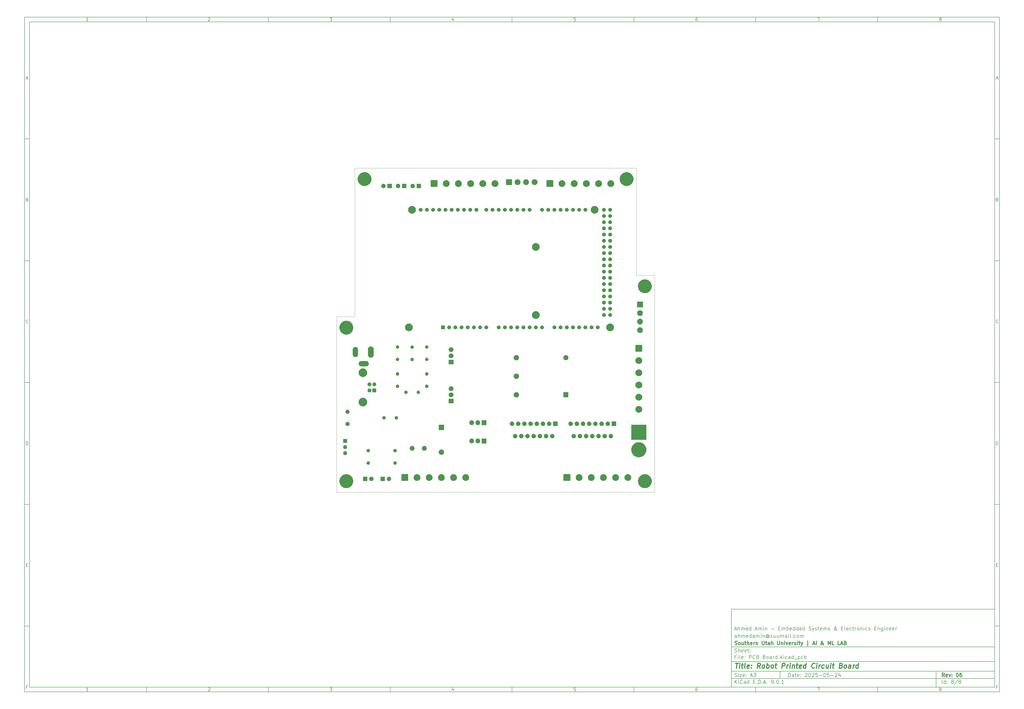
<source format=gbr>
%TF.GenerationSoftware,KiCad,Pcbnew,9.0.1*%
%TF.CreationDate,2025-05-27T23:19:42-06:00*%
%TF.ProjectId,PCB Board,50434220-426f-4617-9264-2e6b69636164,06*%
%TF.SameCoordinates,Original*%
%TF.FileFunction,Soldermask,Bot*%
%TF.FilePolarity,Negative*%
%FSLAX46Y46*%
G04 Gerber Fmt 4.6, Leading zero omitted, Abs format (unit mm)*
G04 Created by KiCad (PCBNEW 9.0.1) date 2025-05-27 23:19:42*
%MOMM*%
%LPD*%
G01*
G04 APERTURE LIST*
%ADD10C,0.100000*%
%ADD11C,0.150000*%
%ADD12C,0.300000*%
%ADD13C,0.400000*%
%TA.AperFunction,Profile*%
%ADD14C,0.038100*%
%TD*%
G04 APERTURE END LIST*
D10*
D11*
X299989000Y-253002200D02*
X407989000Y-253002200D01*
X407989000Y-285002200D01*
X299989000Y-285002200D01*
X299989000Y-253002200D01*
D10*
D11*
X10000000Y-10000000D02*
X409989000Y-10000000D01*
X409989000Y-287002200D01*
X10000000Y-287002200D01*
X10000000Y-10000000D01*
D10*
D11*
X12000000Y-12000000D02*
X407989000Y-12000000D01*
X407989000Y-285002200D01*
X12000000Y-285002200D01*
X12000000Y-12000000D01*
D10*
D11*
X60000000Y-12000000D02*
X60000000Y-10000000D01*
D10*
D11*
X110000000Y-12000000D02*
X110000000Y-10000000D01*
D10*
D11*
X160000000Y-12000000D02*
X160000000Y-10000000D01*
D10*
D11*
X210000000Y-12000000D02*
X210000000Y-10000000D01*
D10*
D11*
X260000000Y-12000000D02*
X260000000Y-10000000D01*
D10*
D11*
X310000000Y-12000000D02*
X310000000Y-10000000D01*
D10*
D11*
X360000000Y-12000000D02*
X360000000Y-10000000D01*
D10*
D11*
X36089160Y-11593604D02*
X35346303Y-11593604D01*
X35717731Y-11593604D02*
X35717731Y-10293604D01*
X35717731Y-10293604D02*
X35593922Y-10479319D01*
X35593922Y-10479319D02*
X35470112Y-10603128D01*
X35470112Y-10603128D02*
X35346303Y-10665033D01*
D10*
D11*
X85346303Y-10417414D02*
X85408207Y-10355509D01*
X85408207Y-10355509D02*
X85532017Y-10293604D01*
X85532017Y-10293604D02*
X85841541Y-10293604D01*
X85841541Y-10293604D02*
X85965350Y-10355509D01*
X85965350Y-10355509D02*
X86027255Y-10417414D01*
X86027255Y-10417414D02*
X86089160Y-10541223D01*
X86089160Y-10541223D02*
X86089160Y-10665033D01*
X86089160Y-10665033D02*
X86027255Y-10850747D01*
X86027255Y-10850747D02*
X85284398Y-11593604D01*
X85284398Y-11593604D02*
X86089160Y-11593604D01*
D10*
D11*
X135284398Y-10293604D02*
X136089160Y-10293604D01*
X136089160Y-10293604D02*
X135655826Y-10788842D01*
X135655826Y-10788842D02*
X135841541Y-10788842D01*
X135841541Y-10788842D02*
X135965350Y-10850747D01*
X135965350Y-10850747D02*
X136027255Y-10912652D01*
X136027255Y-10912652D02*
X136089160Y-11036461D01*
X136089160Y-11036461D02*
X136089160Y-11345985D01*
X136089160Y-11345985D02*
X136027255Y-11469795D01*
X136027255Y-11469795D02*
X135965350Y-11531700D01*
X135965350Y-11531700D02*
X135841541Y-11593604D01*
X135841541Y-11593604D02*
X135470112Y-11593604D01*
X135470112Y-11593604D02*
X135346303Y-11531700D01*
X135346303Y-11531700D02*
X135284398Y-11469795D01*
D10*
D11*
X185965350Y-10726938D02*
X185965350Y-11593604D01*
X185655826Y-10231700D02*
X185346303Y-11160271D01*
X185346303Y-11160271D02*
X186151064Y-11160271D01*
D10*
D11*
X236027255Y-10293604D02*
X235408207Y-10293604D01*
X235408207Y-10293604D02*
X235346303Y-10912652D01*
X235346303Y-10912652D02*
X235408207Y-10850747D01*
X235408207Y-10850747D02*
X235532017Y-10788842D01*
X235532017Y-10788842D02*
X235841541Y-10788842D01*
X235841541Y-10788842D02*
X235965350Y-10850747D01*
X235965350Y-10850747D02*
X236027255Y-10912652D01*
X236027255Y-10912652D02*
X236089160Y-11036461D01*
X236089160Y-11036461D02*
X236089160Y-11345985D01*
X236089160Y-11345985D02*
X236027255Y-11469795D01*
X236027255Y-11469795D02*
X235965350Y-11531700D01*
X235965350Y-11531700D02*
X235841541Y-11593604D01*
X235841541Y-11593604D02*
X235532017Y-11593604D01*
X235532017Y-11593604D02*
X235408207Y-11531700D01*
X235408207Y-11531700D02*
X235346303Y-11469795D01*
D10*
D11*
X285965350Y-10293604D02*
X285717731Y-10293604D01*
X285717731Y-10293604D02*
X285593922Y-10355509D01*
X285593922Y-10355509D02*
X285532017Y-10417414D01*
X285532017Y-10417414D02*
X285408207Y-10603128D01*
X285408207Y-10603128D02*
X285346303Y-10850747D01*
X285346303Y-10850747D02*
X285346303Y-11345985D01*
X285346303Y-11345985D02*
X285408207Y-11469795D01*
X285408207Y-11469795D02*
X285470112Y-11531700D01*
X285470112Y-11531700D02*
X285593922Y-11593604D01*
X285593922Y-11593604D02*
X285841541Y-11593604D01*
X285841541Y-11593604D02*
X285965350Y-11531700D01*
X285965350Y-11531700D02*
X286027255Y-11469795D01*
X286027255Y-11469795D02*
X286089160Y-11345985D01*
X286089160Y-11345985D02*
X286089160Y-11036461D01*
X286089160Y-11036461D02*
X286027255Y-10912652D01*
X286027255Y-10912652D02*
X285965350Y-10850747D01*
X285965350Y-10850747D02*
X285841541Y-10788842D01*
X285841541Y-10788842D02*
X285593922Y-10788842D01*
X285593922Y-10788842D02*
X285470112Y-10850747D01*
X285470112Y-10850747D02*
X285408207Y-10912652D01*
X285408207Y-10912652D02*
X285346303Y-11036461D01*
D10*
D11*
X335284398Y-10293604D02*
X336151064Y-10293604D01*
X336151064Y-10293604D02*
X335593922Y-11593604D01*
D10*
D11*
X385593922Y-10850747D02*
X385470112Y-10788842D01*
X385470112Y-10788842D02*
X385408207Y-10726938D01*
X385408207Y-10726938D02*
X385346303Y-10603128D01*
X385346303Y-10603128D02*
X385346303Y-10541223D01*
X385346303Y-10541223D02*
X385408207Y-10417414D01*
X385408207Y-10417414D02*
X385470112Y-10355509D01*
X385470112Y-10355509D02*
X385593922Y-10293604D01*
X385593922Y-10293604D02*
X385841541Y-10293604D01*
X385841541Y-10293604D02*
X385965350Y-10355509D01*
X385965350Y-10355509D02*
X386027255Y-10417414D01*
X386027255Y-10417414D02*
X386089160Y-10541223D01*
X386089160Y-10541223D02*
X386089160Y-10603128D01*
X386089160Y-10603128D02*
X386027255Y-10726938D01*
X386027255Y-10726938D02*
X385965350Y-10788842D01*
X385965350Y-10788842D02*
X385841541Y-10850747D01*
X385841541Y-10850747D02*
X385593922Y-10850747D01*
X385593922Y-10850747D02*
X385470112Y-10912652D01*
X385470112Y-10912652D02*
X385408207Y-10974557D01*
X385408207Y-10974557D02*
X385346303Y-11098366D01*
X385346303Y-11098366D02*
X385346303Y-11345985D01*
X385346303Y-11345985D02*
X385408207Y-11469795D01*
X385408207Y-11469795D02*
X385470112Y-11531700D01*
X385470112Y-11531700D02*
X385593922Y-11593604D01*
X385593922Y-11593604D02*
X385841541Y-11593604D01*
X385841541Y-11593604D02*
X385965350Y-11531700D01*
X385965350Y-11531700D02*
X386027255Y-11469795D01*
X386027255Y-11469795D02*
X386089160Y-11345985D01*
X386089160Y-11345985D02*
X386089160Y-11098366D01*
X386089160Y-11098366D02*
X386027255Y-10974557D01*
X386027255Y-10974557D02*
X385965350Y-10912652D01*
X385965350Y-10912652D02*
X385841541Y-10850747D01*
D10*
D11*
X60000000Y-285002200D02*
X60000000Y-287002200D01*
D10*
D11*
X110000000Y-285002200D02*
X110000000Y-287002200D01*
D10*
D11*
X160000000Y-285002200D02*
X160000000Y-287002200D01*
D10*
D11*
X210000000Y-285002200D02*
X210000000Y-287002200D01*
D10*
D11*
X260000000Y-285002200D02*
X260000000Y-287002200D01*
D10*
D11*
X310000000Y-285002200D02*
X310000000Y-287002200D01*
D10*
D11*
X360000000Y-285002200D02*
X360000000Y-287002200D01*
D10*
D11*
X36089160Y-286595804D02*
X35346303Y-286595804D01*
X35717731Y-286595804D02*
X35717731Y-285295804D01*
X35717731Y-285295804D02*
X35593922Y-285481519D01*
X35593922Y-285481519D02*
X35470112Y-285605328D01*
X35470112Y-285605328D02*
X35346303Y-285667233D01*
D10*
D11*
X85346303Y-285419614D02*
X85408207Y-285357709D01*
X85408207Y-285357709D02*
X85532017Y-285295804D01*
X85532017Y-285295804D02*
X85841541Y-285295804D01*
X85841541Y-285295804D02*
X85965350Y-285357709D01*
X85965350Y-285357709D02*
X86027255Y-285419614D01*
X86027255Y-285419614D02*
X86089160Y-285543423D01*
X86089160Y-285543423D02*
X86089160Y-285667233D01*
X86089160Y-285667233D02*
X86027255Y-285852947D01*
X86027255Y-285852947D02*
X85284398Y-286595804D01*
X85284398Y-286595804D02*
X86089160Y-286595804D01*
D10*
D11*
X135284398Y-285295804D02*
X136089160Y-285295804D01*
X136089160Y-285295804D02*
X135655826Y-285791042D01*
X135655826Y-285791042D02*
X135841541Y-285791042D01*
X135841541Y-285791042D02*
X135965350Y-285852947D01*
X135965350Y-285852947D02*
X136027255Y-285914852D01*
X136027255Y-285914852D02*
X136089160Y-286038661D01*
X136089160Y-286038661D02*
X136089160Y-286348185D01*
X136089160Y-286348185D02*
X136027255Y-286471995D01*
X136027255Y-286471995D02*
X135965350Y-286533900D01*
X135965350Y-286533900D02*
X135841541Y-286595804D01*
X135841541Y-286595804D02*
X135470112Y-286595804D01*
X135470112Y-286595804D02*
X135346303Y-286533900D01*
X135346303Y-286533900D02*
X135284398Y-286471995D01*
D10*
D11*
X185965350Y-285729138D02*
X185965350Y-286595804D01*
X185655826Y-285233900D02*
X185346303Y-286162471D01*
X185346303Y-286162471D02*
X186151064Y-286162471D01*
D10*
D11*
X236027255Y-285295804D02*
X235408207Y-285295804D01*
X235408207Y-285295804D02*
X235346303Y-285914852D01*
X235346303Y-285914852D02*
X235408207Y-285852947D01*
X235408207Y-285852947D02*
X235532017Y-285791042D01*
X235532017Y-285791042D02*
X235841541Y-285791042D01*
X235841541Y-285791042D02*
X235965350Y-285852947D01*
X235965350Y-285852947D02*
X236027255Y-285914852D01*
X236027255Y-285914852D02*
X236089160Y-286038661D01*
X236089160Y-286038661D02*
X236089160Y-286348185D01*
X236089160Y-286348185D02*
X236027255Y-286471995D01*
X236027255Y-286471995D02*
X235965350Y-286533900D01*
X235965350Y-286533900D02*
X235841541Y-286595804D01*
X235841541Y-286595804D02*
X235532017Y-286595804D01*
X235532017Y-286595804D02*
X235408207Y-286533900D01*
X235408207Y-286533900D02*
X235346303Y-286471995D01*
D10*
D11*
X285965350Y-285295804D02*
X285717731Y-285295804D01*
X285717731Y-285295804D02*
X285593922Y-285357709D01*
X285593922Y-285357709D02*
X285532017Y-285419614D01*
X285532017Y-285419614D02*
X285408207Y-285605328D01*
X285408207Y-285605328D02*
X285346303Y-285852947D01*
X285346303Y-285852947D02*
X285346303Y-286348185D01*
X285346303Y-286348185D02*
X285408207Y-286471995D01*
X285408207Y-286471995D02*
X285470112Y-286533900D01*
X285470112Y-286533900D02*
X285593922Y-286595804D01*
X285593922Y-286595804D02*
X285841541Y-286595804D01*
X285841541Y-286595804D02*
X285965350Y-286533900D01*
X285965350Y-286533900D02*
X286027255Y-286471995D01*
X286027255Y-286471995D02*
X286089160Y-286348185D01*
X286089160Y-286348185D02*
X286089160Y-286038661D01*
X286089160Y-286038661D02*
X286027255Y-285914852D01*
X286027255Y-285914852D02*
X285965350Y-285852947D01*
X285965350Y-285852947D02*
X285841541Y-285791042D01*
X285841541Y-285791042D02*
X285593922Y-285791042D01*
X285593922Y-285791042D02*
X285470112Y-285852947D01*
X285470112Y-285852947D02*
X285408207Y-285914852D01*
X285408207Y-285914852D02*
X285346303Y-286038661D01*
D10*
D11*
X335284398Y-285295804D02*
X336151064Y-285295804D01*
X336151064Y-285295804D02*
X335593922Y-286595804D01*
D10*
D11*
X385593922Y-285852947D02*
X385470112Y-285791042D01*
X385470112Y-285791042D02*
X385408207Y-285729138D01*
X385408207Y-285729138D02*
X385346303Y-285605328D01*
X385346303Y-285605328D02*
X385346303Y-285543423D01*
X385346303Y-285543423D02*
X385408207Y-285419614D01*
X385408207Y-285419614D02*
X385470112Y-285357709D01*
X385470112Y-285357709D02*
X385593922Y-285295804D01*
X385593922Y-285295804D02*
X385841541Y-285295804D01*
X385841541Y-285295804D02*
X385965350Y-285357709D01*
X385965350Y-285357709D02*
X386027255Y-285419614D01*
X386027255Y-285419614D02*
X386089160Y-285543423D01*
X386089160Y-285543423D02*
X386089160Y-285605328D01*
X386089160Y-285605328D02*
X386027255Y-285729138D01*
X386027255Y-285729138D02*
X385965350Y-285791042D01*
X385965350Y-285791042D02*
X385841541Y-285852947D01*
X385841541Y-285852947D02*
X385593922Y-285852947D01*
X385593922Y-285852947D02*
X385470112Y-285914852D01*
X385470112Y-285914852D02*
X385408207Y-285976757D01*
X385408207Y-285976757D02*
X385346303Y-286100566D01*
X385346303Y-286100566D02*
X385346303Y-286348185D01*
X385346303Y-286348185D02*
X385408207Y-286471995D01*
X385408207Y-286471995D02*
X385470112Y-286533900D01*
X385470112Y-286533900D02*
X385593922Y-286595804D01*
X385593922Y-286595804D02*
X385841541Y-286595804D01*
X385841541Y-286595804D02*
X385965350Y-286533900D01*
X385965350Y-286533900D02*
X386027255Y-286471995D01*
X386027255Y-286471995D02*
X386089160Y-286348185D01*
X386089160Y-286348185D02*
X386089160Y-286100566D01*
X386089160Y-286100566D02*
X386027255Y-285976757D01*
X386027255Y-285976757D02*
X385965350Y-285914852D01*
X385965350Y-285914852D02*
X385841541Y-285852947D01*
D10*
D11*
X10000000Y-60000000D02*
X12000000Y-60000000D01*
D10*
D11*
X10000000Y-110000000D02*
X12000000Y-110000000D01*
D10*
D11*
X10000000Y-160000000D02*
X12000000Y-160000000D01*
D10*
D11*
X10000000Y-210000000D02*
X12000000Y-210000000D01*
D10*
D11*
X10000000Y-260000000D02*
X12000000Y-260000000D01*
D10*
D11*
X10690476Y-35222176D02*
X11309523Y-35222176D01*
X10566666Y-35593604D02*
X10999999Y-34293604D01*
X10999999Y-34293604D02*
X11433333Y-35593604D01*
D10*
D11*
X11092857Y-84912652D02*
X11278571Y-84974557D01*
X11278571Y-84974557D02*
X11340476Y-85036461D01*
X11340476Y-85036461D02*
X11402380Y-85160271D01*
X11402380Y-85160271D02*
X11402380Y-85345985D01*
X11402380Y-85345985D02*
X11340476Y-85469795D01*
X11340476Y-85469795D02*
X11278571Y-85531700D01*
X11278571Y-85531700D02*
X11154761Y-85593604D01*
X11154761Y-85593604D02*
X10659523Y-85593604D01*
X10659523Y-85593604D02*
X10659523Y-84293604D01*
X10659523Y-84293604D02*
X11092857Y-84293604D01*
X11092857Y-84293604D02*
X11216666Y-84355509D01*
X11216666Y-84355509D02*
X11278571Y-84417414D01*
X11278571Y-84417414D02*
X11340476Y-84541223D01*
X11340476Y-84541223D02*
X11340476Y-84665033D01*
X11340476Y-84665033D02*
X11278571Y-84788842D01*
X11278571Y-84788842D02*
X11216666Y-84850747D01*
X11216666Y-84850747D02*
X11092857Y-84912652D01*
X11092857Y-84912652D02*
X10659523Y-84912652D01*
D10*
D11*
X11402380Y-135469795D02*
X11340476Y-135531700D01*
X11340476Y-135531700D02*
X11154761Y-135593604D01*
X11154761Y-135593604D02*
X11030952Y-135593604D01*
X11030952Y-135593604D02*
X10845238Y-135531700D01*
X10845238Y-135531700D02*
X10721428Y-135407890D01*
X10721428Y-135407890D02*
X10659523Y-135284080D01*
X10659523Y-135284080D02*
X10597619Y-135036461D01*
X10597619Y-135036461D02*
X10597619Y-134850747D01*
X10597619Y-134850747D02*
X10659523Y-134603128D01*
X10659523Y-134603128D02*
X10721428Y-134479319D01*
X10721428Y-134479319D02*
X10845238Y-134355509D01*
X10845238Y-134355509D02*
X11030952Y-134293604D01*
X11030952Y-134293604D02*
X11154761Y-134293604D01*
X11154761Y-134293604D02*
X11340476Y-134355509D01*
X11340476Y-134355509D02*
X11402380Y-134417414D01*
D10*
D11*
X10659523Y-185593604D02*
X10659523Y-184293604D01*
X10659523Y-184293604D02*
X10969047Y-184293604D01*
X10969047Y-184293604D02*
X11154761Y-184355509D01*
X11154761Y-184355509D02*
X11278571Y-184479319D01*
X11278571Y-184479319D02*
X11340476Y-184603128D01*
X11340476Y-184603128D02*
X11402380Y-184850747D01*
X11402380Y-184850747D02*
X11402380Y-185036461D01*
X11402380Y-185036461D02*
X11340476Y-185284080D01*
X11340476Y-185284080D02*
X11278571Y-185407890D01*
X11278571Y-185407890D02*
X11154761Y-185531700D01*
X11154761Y-185531700D02*
X10969047Y-185593604D01*
X10969047Y-185593604D02*
X10659523Y-185593604D01*
D10*
D11*
X10721428Y-234912652D02*
X11154762Y-234912652D01*
X11340476Y-235593604D02*
X10721428Y-235593604D01*
X10721428Y-235593604D02*
X10721428Y-234293604D01*
X10721428Y-234293604D02*
X11340476Y-234293604D01*
D10*
D11*
X11185714Y-284912652D02*
X10752380Y-284912652D01*
X10752380Y-285593604D02*
X10752380Y-284293604D01*
X10752380Y-284293604D02*
X11371428Y-284293604D01*
D10*
D11*
X409989000Y-60000000D02*
X407989000Y-60000000D01*
D10*
D11*
X409989000Y-110000000D02*
X407989000Y-110000000D01*
D10*
D11*
X409989000Y-160000000D02*
X407989000Y-160000000D01*
D10*
D11*
X409989000Y-210000000D02*
X407989000Y-210000000D01*
D10*
D11*
X409989000Y-260000000D02*
X407989000Y-260000000D01*
D10*
D11*
X408679476Y-35222176D02*
X409298523Y-35222176D01*
X408555666Y-35593604D02*
X408988999Y-34293604D01*
X408988999Y-34293604D02*
X409422333Y-35593604D01*
D10*
D11*
X409081857Y-84912652D02*
X409267571Y-84974557D01*
X409267571Y-84974557D02*
X409329476Y-85036461D01*
X409329476Y-85036461D02*
X409391380Y-85160271D01*
X409391380Y-85160271D02*
X409391380Y-85345985D01*
X409391380Y-85345985D02*
X409329476Y-85469795D01*
X409329476Y-85469795D02*
X409267571Y-85531700D01*
X409267571Y-85531700D02*
X409143761Y-85593604D01*
X409143761Y-85593604D02*
X408648523Y-85593604D01*
X408648523Y-85593604D02*
X408648523Y-84293604D01*
X408648523Y-84293604D02*
X409081857Y-84293604D01*
X409081857Y-84293604D02*
X409205666Y-84355509D01*
X409205666Y-84355509D02*
X409267571Y-84417414D01*
X409267571Y-84417414D02*
X409329476Y-84541223D01*
X409329476Y-84541223D02*
X409329476Y-84665033D01*
X409329476Y-84665033D02*
X409267571Y-84788842D01*
X409267571Y-84788842D02*
X409205666Y-84850747D01*
X409205666Y-84850747D02*
X409081857Y-84912652D01*
X409081857Y-84912652D02*
X408648523Y-84912652D01*
D10*
D11*
X409391380Y-135469795D02*
X409329476Y-135531700D01*
X409329476Y-135531700D02*
X409143761Y-135593604D01*
X409143761Y-135593604D02*
X409019952Y-135593604D01*
X409019952Y-135593604D02*
X408834238Y-135531700D01*
X408834238Y-135531700D02*
X408710428Y-135407890D01*
X408710428Y-135407890D02*
X408648523Y-135284080D01*
X408648523Y-135284080D02*
X408586619Y-135036461D01*
X408586619Y-135036461D02*
X408586619Y-134850747D01*
X408586619Y-134850747D02*
X408648523Y-134603128D01*
X408648523Y-134603128D02*
X408710428Y-134479319D01*
X408710428Y-134479319D02*
X408834238Y-134355509D01*
X408834238Y-134355509D02*
X409019952Y-134293604D01*
X409019952Y-134293604D02*
X409143761Y-134293604D01*
X409143761Y-134293604D02*
X409329476Y-134355509D01*
X409329476Y-134355509D02*
X409391380Y-134417414D01*
D10*
D11*
X408648523Y-185593604D02*
X408648523Y-184293604D01*
X408648523Y-184293604D02*
X408958047Y-184293604D01*
X408958047Y-184293604D02*
X409143761Y-184355509D01*
X409143761Y-184355509D02*
X409267571Y-184479319D01*
X409267571Y-184479319D02*
X409329476Y-184603128D01*
X409329476Y-184603128D02*
X409391380Y-184850747D01*
X409391380Y-184850747D02*
X409391380Y-185036461D01*
X409391380Y-185036461D02*
X409329476Y-185284080D01*
X409329476Y-185284080D02*
X409267571Y-185407890D01*
X409267571Y-185407890D02*
X409143761Y-185531700D01*
X409143761Y-185531700D02*
X408958047Y-185593604D01*
X408958047Y-185593604D02*
X408648523Y-185593604D01*
D10*
D11*
X408710428Y-234912652D02*
X409143762Y-234912652D01*
X409329476Y-235593604D02*
X408710428Y-235593604D01*
X408710428Y-235593604D02*
X408710428Y-234293604D01*
X408710428Y-234293604D02*
X409329476Y-234293604D01*
D10*
D11*
X409174714Y-284912652D02*
X408741380Y-284912652D01*
X408741380Y-285593604D02*
X408741380Y-284293604D01*
X408741380Y-284293604D02*
X409360428Y-284293604D01*
D10*
D11*
X323444826Y-280788328D02*
X323444826Y-279288328D01*
X323444826Y-279288328D02*
X323801969Y-279288328D01*
X323801969Y-279288328D02*
X324016255Y-279359757D01*
X324016255Y-279359757D02*
X324159112Y-279502614D01*
X324159112Y-279502614D02*
X324230541Y-279645471D01*
X324230541Y-279645471D02*
X324301969Y-279931185D01*
X324301969Y-279931185D02*
X324301969Y-280145471D01*
X324301969Y-280145471D02*
X324230541Y-280431185D01*
X324230541Y-280431185D02*
X324159112Y-280574042D01*
X324159112Y-280574042D02*
X324016255Y-280716900D01*
X324016255Y-280716900D02*
X323801969Y-280788328D01*
X323801969Y-280788328D02*
X323444826Y-280788328D01*
X325587684Y-280788328D02*
X325587684Y-280002614D01*
X325587684Y-280002614D02*
X325516255Y-279859757D01*
X325516255Y-279859757D02*
X325373398Y-279788328D01*
X325373398Y-279788328D02*
X325087684Y-279788328D01*
X325087684Y-279788328D02*
X324944826Y-279859757D01*
X325587684Y-280716900D02*
X325444826Y-280788328D01*
X325444826Y-280788328D02*
X325087684Y-280788328D01*
X325087684Y-280788328D02*
X324944826Y-280716900D01*
X324944826Y-280716900D02*
X324873398Y-280574042D01*
X324873398Y-280574042D02*
X324873398Y-280431185D01*
X324873398Y-280431185D02*
X324944826Y-280288328D01*
X324944826Y-280288328D02*
X325087684Y-280216900D01*
X325087684Y-280216900D02*
X325444826Y-280216900D01*
X325444826Y-280216900D02*
X325587684Y-280145471D01*
X326087684Y-279788328D02*
X326659112Y-279788328D01*
X326301969Y-279288328D02*
X326301969Y-280574042D01*
X326301969Y-280574042D02*
X326373398Y-280716900D01*
X326373398Y-280716900D02*
X326516255Y-280788328D01*
X326516255Y-280788328D02*
X326659112Y-280788328D01*
X327730541Y-280716900D02*
X327587684Y-280788328D01*
X327587684Y-280788328D02*
X327301970Y-280788328D01*
X327301970Y-280788328D02*
X327159112Y-280716900D01*
X327159112Y-280716900D02*
X327087684Y-280574042D01*
X327087684Y-280574042D02*
X327087684Y-280002614D01*
X327087684Y-280002614D02*
X327159112Y-279859757D01*
X327159112Y-279859757D02*
X327301970Y-279788328D01*
X327301970Y-279788328D02*
X327587684Y-279788328D01*
X327587684Y-279788328D02*
X327730541Y-279859757D01*
X327730541Y-279859757D02*
X327801970Y-280002614D01*
X327801970Y-280002614D02*
X327801970Y-280145471D01*
X327801970Y-280145471D02*
X327087684Y-280288328D01*
X328444826Y-280645471D02*
X328516255Y-280716900D01*
X328516255Y-280716900D02*
X328444826Y-280788328D01*
X328444826Y-280788328D02*
X328373398Y-280716900D01*
X328373398Y-280716900D02*
X328444826Y-280645471D01*
X328444826Y-280645471D02*
X328444826Y-280788328D01*
X328444826Y-279859757D02*
X328516255Y-279931185D01*
X328516255Y-279931185D02*
X328444826Y-280002614D01*
X328444826Y-280002614D02*
X328373398Y-279931185D01*
X328373398Y-279931185D02*
X328444826Y-279859757D01*
X328444826Y-279859757D02*
X328444826Y-280002614D01*
X330230541Y-279431185D02*
X330301969Y-279359757D01*
X330301969Y-279359757D02*
X330444827Y-279288328D01*
X330444827Y-279288328D02*
X330801969Y-279288328D01*
X330801969Y-279288328D02*
X330944827Y-279359757D01*
X330944827Y-279359757D02*
X331016255Y-279431185D01*
X331016255Y-279431185D02*
X331087684Y-279574042D01*
X331087684Y-279574042D02*
X331087684Y-279716900D01*
X331087684Y-279716900D02*
X331016255Y-279931185D01*
X331016255Y-279931185D02*
X330159112Y-280788328D01*
X330159112Y-280788328D02*
X331087684Y-280788328D01*
X332016255Y-279288328D02*
X332159112Y-279288328D01*
X332159112Y-279288328D02*
X332301969Y-279359757D01*
X332301969Y-279359757D02*
X332373398Y-279431185D01*
X332373398Y-279431185D02*
X332444826Y-279574042D01*
X332444826Y-279574042D02*
X332516255Y-279859757D01*
X332516255Y-279859757D02*
X332516255Y-280216900D01*
X332516255Y-280216900D02*
X332444826Y-280502614D01*
X332444826Y-280502614D02*
X332373398Y-280645471D01*
X332373398Y-280645471D02*
X332301969Y-280716900D01*
X332301969Y-280716900D02*
X332159112Y-280788328D01*
X332159112Y-280788328D02*
X332016255Y-280788328D01*
X332016255Y-280788328D02*
X331873398Y-280716900D01*
X331873398Y-280716900D02*
X331801969Y-280645471D01*
X331801969Y-280645471D02*
X331730540Y-280502614D01*
X331730540Y-280502614D02*
X331659112Y-280216900D01*
X331659112Y-280216900D02*
X331659112Y-279859757D01*
X331659112Y-279859757D02*
X331730540Y-279574042D01*
X331730540Y-279574042D02*
X331801969Y-279431185D01*
X331801969Y-279431185D02*
X331873398Y-279359757D01*
X331873398Y-279359757D02*
X332016255Y-279288328D01*
X333087683Y-279431185D02*
X333159111Y-279359757D01*
X333159111Y-279359757D02*
X333301969Y-279288328D01*
X333301969Y-279288328D02*
X333659111Y-279288328D01*
X333659111Y-279288328D02*
X333801969Y-279359757D01*
X333801969Y-279359757D02*
X333873397Y-279431185D01*
X333873397Y-279431185D02*
X333944826Y-279574042D01*
X333944826Y-279574042D02*
X333944826Y-279716900D01*
X333944826Y-279716900D02*
X333873397Y-279931185D01*
X333873397Y-279931185D02*
X333016254Y-280788328D01*
X333016254Y-280788328D02*
X333944826Y-280788328D01*
X335301968Y-279288328D02*
X334587682Y-279288328D01*
X334587682Y-279288328D02*
X334516254Y-280002614D01*
X334516254Y-280002614D02*
X334587682Y-279931185D01*
X334587682Y-279931185D02*
X334730540Y-279859757D01*
X334730540Y-279859757D02*
X335087682Y-279859757D01*
X335087682Y-279859757D02*
X335230540Y-279931185D01*
X335230540Y-279931185D02*
X335301968Y-280002614D01*
X335301968Y-280002614D02*
X335373397Y-280145471D01*
X335373397Y-280145471D02*
X335373397Y-280502614D01*
X335373397Y-280502614D02*
X335301968Y-280645471D01*
X335301968Y-280645471D02*
X335230540Y-280716900D01*
X335230540Y-280716900D02*
X335087682Y-280788328D01*
X335087682Y-280788328D02*
X334730540Y-280788328D01*
X334730540Y-280788328D02*
X334587682Y-280716900D01*
X334587682Y-280716900D02*
X334516254Y-280645471D01*
X336016253Y-280216900D02*
X337159111Y-280216900D01*
X338159111Y-279288328D02*
X338301968Y-279288328D01*
X338301968Y-279288328D02*
X338444825Y-279359757D01*
X338444825Y-279359757D02*
X338516254Y-279431185D01*
X338516254Y-279431185D02*
X338587682Y-279574042D01*
X338587682Y-279574042D02*
X338659111Y-279859757D01*
X338659111Y-279859757D02*
X338659111Y-280216900D01*
X338659111Y-280216900D02*
X338587682Y-280502614D01*
X338587682Y-280502614D02*
X338516254Y-280645471D01*
X338516254Y-280645471D02*
X338444825Y-280716900D01*
X338444825Y-280716900D02*
X338301968Y-280788328D01*
X338301968Y-280788328D02*
X338159111Y-280788328D01*
X338159111Y-280788328D02*
X338016254Y-280716900D01*
X338016254Y-280716900D02*
X337944825Y-280645471D01*
X337944825Y-280645471D02*
X337873396Y-280502614D01*
X337873396Y-280502614D02*
X337801968Y-280216900D01*
X337801968Y-280216900D02*
X337801968Y-279859757D01*
X337801968Y-279859757D02*
X337873396Y-279574042D01*
X337873396Y-279574042D02*
X337944825Y-279431185D01*
X337944825Y-279431185D02*
X338016254Y-279359757D01*
X338016254Y-279359757D02*
X338159111Y-279288328D01*
X340016253Y-279288328D02*
X339301967Y-279288328D01*
X339301967Y-279288328D02*
X339230539Y-280002614D01*
X339230539Y-280002614D02*
X339301967Y-279931185D01*
X339301967Y-279931185D02*
X339444825Y-279859757D01*
X339444825Y-279859757D02*
X339801967Y-279859757D01*
X339801967Y-279859757D02*
X339944825Y-279931185D01*
X339944825Y-279931185D02*
X340016253Y-280002614D01*
X340016253Y-280002614D02*
X340087682Y-280145471D01*
X340087682Y-280145471D02*
X340087682Y-280502614D01*
X340087682Y-280502614D02*
X340016253Y-280645471D01*
X340016253Y-280645471D02*
X339944825Y-280716900D01*
X339944825Y-280716900D02*
X339801967Y-280788328D01*
X339801967Y-280788328D02*
X339444825Y-280788328D01*
X339444825Y-280788328D02*
X339301967Y-280716900D01*
X339301967Y-280716900D02*
X339230539Y-280645471D01*
X340730538Y-280216900D02*
X341873396Y-280216900D01*
X342516253Y-279431185D02*
X342587681Y-279359757D01*
X342587681Y-279359757D02*
X342730539Y-279288328D01*
X342730539Y-279288328D02*
X343087681Y-279288328D01*
X343087681Y-279288328D02*
X343230539Y-279359757D01*
X343230539Y-279359757D02*
X343301967Y-279431185D01*
X343301967Y-279431185D02*
X343373396Y-279574042D01*
X343373396Y-279574042D02*
X343373396Y-279716900D01*
X343373396Y-279716900D02*
X343301967Y-279931185D01*
X343301967Y-279931185D02*
X342444824Y-280788328D01*
X342444824Y-280788328D02*
X343373396Y-280788328D01*
X344659110Y-279788328D02*
X344659110Y-280788328D01*
X344301967Y-279216900D02*
X343944824Y-280288328D01*
X343944824Y-280288328D02*
X344873395Y-280288328D01*
D10*
D11*
X299989000Y-281502200D02*
X407989000Y-281502200D01*
D10*
D11*
X301444826Y-283588328D02*
X301444826Y-282088328D01*
X302301969Y-283588328D02*
X301659112Y-282731185D01*
X302301969Y-282088328D02*
X301444826Y-282945471D01*
X302944826Y-283588328D02*
X302944826Y-282588328D01*
X302944826Y-282088328D02*
X302873398Y-282159757D01*
X302873398Y-282159757D02*
X302944826Y-282231185D01*
X302944826Y-282231185D02*
X303016255Y-282159757D01*
X303016255Y-282159757D02*
X302944826Y-282088328D01*
X302944826Y-282088328D02*
X302944826Y-282231185D01*
X304516255Y-283445471D02*
X304444827Y-283516900D01*
X304444827Y-283516900D02*
X304230541Y-283588328D01*
X304230541Y-283588328D02*
X304087684Y-283588328D01*
X304087684Y-283588328D02*
X303873398Y-283516900D01*
X303873398Y-283516900D02*
X303730541Y-283374042D01*
X303730541Y-283374042D02*
X303659112Y-283231185D01*
X303659112Y-283231185D02*
X303587684Y-282945471D01*
X303587684Y-282945471D02*
X303587684Y-282731185D01*
X303587684Y-282731185D02*
X303659112Y-282445471D01*
X303659112Y-282445471D02*
X303730541Y-282302614D01*
X303730541Y-282302614D02*
X303873398Y-282159757D01*
X303873398Y-282159757D02*
X304087684Y-282088328D01*
X304087684Y-282088328D02*
X304230541Y-282088328D01*
X304230541Y-282088328D02*
X304444827Y-282159757D01*
X304444827Y-282159757D02*
X304516255Y-282231185D01*
X305801970Y-283588328D02*
X305801970Y-282802614D01*
X305801970Y-282802614D02*
X305730541Y-282659757D01*
X305730541Y-282659757D02*
X305587684Y-282588328D01*
X305587684Y-282588328D02*
X305301970Y-282588328D01*
X305301970Y-282588328D02*
X305159112Y-282659757D01*
X305801970Y-283516900D02*
X305659112Y-283588328D01*
X305659112Y-283588328D02*
X305301970Y-283588328D01*
X305301970Y-283588328D02*
X305159112Y-283516900D01*
X305159112Y-283516900D02*
X305087684Y-283374042D01*
X305087684Y-283374042D02*
X305087684Y-283231185D01*
X305087684Y-283231185D02*
X305159112Y-283088328D01*
X305159112Y-283088328D02*
X305301970Y-283016900D01*
X305301970Y-283016900D02*
X305659112Y-283016900D01*
X305659112Y-283016900D02*
X305801970Y-282945471D01*
X307159113Y-283588328D02*
X307159113Y-282088328D01*
X307159113Y-283516900D02*
X307016255Y-283588328D01*
X307016255Y-283588328D02*
X306730541Y-283588328D01*
X306730541Y-283588328D02*
X306587684Y-283516900D01*
X306587684Y-283516900D02*
X306516255Y-283445471D01*
X306516255Y-283445471D02*
X306444827Y-283302614D01*
X306444827Y-283302614D02*
X306444827Y-282874042D01*
X306444827Y-282874042D02*
X306516255Y-282731185D01*
X306516255Y-282731185D02*
X306587684Y-282659757D01*
X306587684Y-282659757D02*
X306730541Y-282588328D01*
X306730541Y-282588328D02*
X307016255Y-282588328D01*
X307016255Y-282588328D02*
X307159113Y-282659757D01*
X309016255Y-282802614D02*
X309516255Y-282802614D01*
X309730541Y-283588328D02*
X309016255Y-283588328D01*
X309016255Y-283588328D02*
X309016255Y-282088328D01*
X309016255Y-282088328D02*
X309730541Y-282088328D01*
X310373398Y-283445471D02*
X310444827Y-283516900D01*
X310444827Y-283516900D02*
X310373398Y-283588328D01*
X310373398Y-283588328D02*
X310301970Y-283516900D01*
X310301970Y-283516900D02*
X310373398Y-283445471D01*
X310373398Y-283445471D02*
X310373398Y-283588328D01*
X311087684Y-283588328D02*
X311087684Y-282088328D01*
X311087684Y-282088328D02*
X311444827Y-282088328D01*
X311444827Y-282088328D02*
X311659113Y-282159757D01*
X311659113Y-282159757D02*
X311801970Y-282302614D01*
X311801970Y-282302614D02*
X311873399Y-282445471D01*
X311873399Y-282445471D02*
X311944827Y-282731185D01*
X311944827Y-282731185D02*
X311944827Y-282945471D01*
X311944827Y-282945471D02*
X311873399Y-283231185D01*
X311873399Y-283231185D02*
X311801970Y-283374042D01*
X311801970Y-283374042D02*
X311659113Y-283516900D01*
X311659113Y-283516900D02*
X311444827Y-283588328D01*
X311444827Y-283588328D02*
X311087684Y-283588328D01*
X312587684Y-283445471D02*
X312659113Y-283516900D01*
X312659113Y-283516900D02*
X312587684Y-283588328D01*
X312587684Y-283588328D02*
X312516256Y-283516900D01*
X312516256Y-283516900D02*
X312587684Y-283445471D01*
X312587684Y-283445471D02*
X312587684Y-283588328D01*
X313230542Y-283159757D02*
X313944828Y-283159757D01*
X313087685Y-283588328D02*
X313587685Y-282088328D01*
X313587685Y-282088328D02*
X314087685Y-283588328D01*
X314587684Y-283445471D02*
X314659113Y-283516900D01*
X314659113Y-283516900D02*
X314587684Y-283588328D01*
X314587684Y-283588328D02*
X314516256Y-283516900D01*
X314516256Y-283516900D02*
X314587684Y-283445471D01*
X314587684Y-283445471D02*
X314587684Y-283588328D01*
X316516256Y-283588328D02*
X316801970Y-283588328D01*
X316801970Y-283588328D02*
X316944827Y-283516900D01*
X316944827Y-283516900D02*
X317016256Y-283445471D01*
X317016256Y-283445471D02*
X317159113Y-283231185D01*
X317159113Y-283231185D02*
X317230542Y-282945471D01*
X317230542Y-282945471D02*
X317230542Y-282374042D01*
X317230542Y-282374042D02*
X317159113Y-282231185D01*
X317159113Y-282231185D02*
X317087685Y-282159757D01*
X317087685Y-282159757D02*
X316944827Y-282088328D01*
X316944827Y-282088328D02*
X316659113Y-282088328D01*
X316659113Y-282088328D02*
X316516256Y-282159757D01*
X316516256Y-282159757D02*
X316444827Y-282231185D01*
X316444827Y-282231185D02*
X316373399Y-282374042D01*
X316373399Y-282374042D02*
X316373399Y-282731185D01*
X316373399Y-282731185D02*
X316444827Y-282874042D01*
X316444827Y-282874042D02*
X316516256Y-282945471D01*
X316516256Y-282945471D02*
X316659113Y-283016900D01*
X316659113Y-283016900D02*
X316944827Y-283016900D01*
X316944827Y-283016900D02*
X317087685Y-282945471D01*
X317087685Y-282945471D02*
X317159113Y-282874042D01*
X317159113Y-282874042D02*
X317230542Y-282731185D01*
X317873398Y-283445471D02*
X317944827Y-283516900D01*
X317944827Y-283516900D02*
X317873398Y-283588328D01*
X317873398Y-283588328D02*
X317801970Y-283516900D01*
X317801970Y-283516900D02*
X317873398Y-283445471D01*
X317873398Y-283445471D02*
X317873398Y-283588328D01*
X318873399Y-282088328D02*
X319016256Y-282088328D01*
X319016256Y-282088328D02*
X319159113Y-282159757D01*
X319159113Y-282159757D02*
X319230542Y-282231185D01*
X319230542Y-282231185D02*
X319301970Y-282374042D01*
X319301970Y-282374042D02*
X319373399Y-282659757D01*
X319373399Y-282659757D02*
X319373399Y-283016900D01*
X319373399Y-283016900D02*
X319301970Y-283302614D01*
X319301970Y-283302614D02*
X319230542Y-283445471D01*
X319230542Y-283445471D02*
X319159113Y-283516900D01*
X319159113Y-283516900D02*
X319016256Y-283588328D01*
X319016256Y-283588328D02*
X318873399Y-283588328D01*
X318873399Y-283588328D02*
X318730542Y-283516900D01*
X318730542Y-283516900D02*
X318659113Y-283445471D01*
X318659113Y-283445471D02*
X318587684Y-283302614D01*
X318587684Y-283302614D02*
X318516256Y-283016900D01*
X318516256Y-283016900D02*
X318516256Y-282659757D01*
X318516256Y-282659757D02*
X318587684Y-282374042D01*
X318587684Y-282374042D02*
X318659113Y-282231185D01*
X318659113Y-282231185D02*
X318730542Y-282159757D01*
X318730542Y-282159757D02*
X318873399Y-282088328D01*
X320016255Y-283445471D02*
X320087684Y-283516900D01*
X320087684Y-283516900D02*
X320016255Y-283588328D01*
X320016255Y-283588328D02*
X319944827Y-283516900D01*
X319944827Y-283516900D02*
X320016255Y-283445471D01*
X320016255Y-283445471D02*
X320016255Y-283588328D01*
X321516256Y-283588328D02*
X320659113Y-283588328D01*
X321087684Y-283588328D02*
X321087684Y-282088328D01*
X321087684Y-282088328D02*
X320944827Y-282302614D01*
X320944827Y-282302614D02*
X320801970Y-282445471D01*
X320801970Y-282445471D02*
X320659113Y-282516900D01*
D10*
D11*
X299989000Y-278502200D02*
X407989000Y-278502200D01*
D10*
D12*
X387400653Y-280780528D02*
X386900653Y-280066242D01*
X386543510Y-280780528D02*
X386543510Y-279280528D01*
X386543510Y-279280528D02*
X387114939Y-279280528D01*
X387114939Y-279280528D02*
X387257796Y-279351957D01*
X387257796Y-279351957D02*
X387329225Y-279423385D01*
X387329225Y-279423385D02*
X387400653Y-279566242D01*
X387400653Y-279566242D02*
X387400653Y-279780528D01*
X387400653Y-279780528D02*
X387329225Y-279923385D01*
X387329225Y-279923385D02*
X387257796Y-279994814D01*
X387257796Y-279994814D02*
X387114939Y-280066242D01*
X387114939Y-280066242D02*
X386543510Y-280066242D01*
X388614939Y-280709100D02*
X388472082Y-280780528D01*
X388472082Y-280780528D02*
X388186368Y-280780528D01*
X388186368Y-280780528D02*
X388043510Y-280709100D01*
X388043510Y-280709100D02*
X387972082Y-280566242D01*
X387972082Y-280566242D02*
X387972082Y-279994814D01*
X387972082Y-279994814D02*
X388043510Y-279851957D01*
X388043510Y-279851957D02*
X388186368Y-279780528D01*
X388186368Y-279780528D02*
X388472082Y-279780528D01*
X388472082Y-279780528D02*
X388614939Y-279851957D01*
X388614939Y-279851957D02*
X388686368Y-279994814D01*
X388686368Y-279994814D02*
X388686368Y-280137671D01*
X388686368Y-280137671D02*
X387972082Y-280280528D01*
X389186367Y-279780528D02*
X389543510Y-280780528D01*
X389543510Y-280780528D02*
X389900653Y-279780528D01*
X390472081Y-280637671D02*
X390543510Y-280709100D01*
X390543510Y-280709100D02*
X390472081Y-280780528D01*
X390472081Y-280780528D02*
X390400653Y-280709100D01*
X390400653Y-280709100D02*
X390472081Y-280637671D01*
X390472081Y-280637671D02*
X390472081Y-280780528D01*
X390472081Y-279851957D02*
X390543510Y-279923385D01*
X390543510Y-279923385D02*
X390472081Y-279994814D01*
X390472081Y-279994814D02*
X390400653Y-279923385D01*
X390400653Y-279923385D02*
X390472081Y-279851957D01*
X390472081Y-279851957D02*
X390472081Y-279994814D01*
X392614939Y-279280528D02*
X392757796Y-279280528D01*
X392757796Y-279280528D02*
X392900653Y-279351957D01*
X392900653Y-279351957D02*
X392972082Y-279423385D01*
X392972082Y-279423385D02*
X393043510Y-279566242D01*
X393043510Y-279566242D02*
X393114939Y-279851957D01*
X393114939Y-279851957D02*
X393114939Y-280209100D01*
X393114939Y-280209100D02*
X393043510Y-280494814D01*
X393043510Y-280494814D02*
X392972082Y-280637671D01*
X392972082Y-280637671D02*
X392900653Y-280709100D01*
X392900653Y-280709100D02*
X392757796Y-280780528D01*
X392757796Y-280780528D02*
X392614939Y-280780528D01*
X392614939Y-280780528D02*
X392472082Y-280709100D01*
X392472082Y-280709100D02*
X392400653Y-280637671D01*
X392400653Y-280637671D02*
X392329224Y-280494814D01*
X392329224Y-280494814D02*
X392257796Y-280209100D01*
X392257796Y-280209100D02*
X392257796Y-279851957D01*
X392257796Y-279851957D02*
X392329224Y-279566242D01*
X392329224Y-279566242D02*
X392400653Y-279423385D01*
X392400653Y-279423385D02*
X392472082Y-279351957D01*
X392472082Y-279351957D02*
X392614939Y-279280528D01*
X394400653Y-279280528D02*
X394114938Y-279280528D01*
X394114938Y-279280528D02*
X393972081Y-279351957D01*
X393972081Y-279351957D02*
X393900653Y-279423385D01*
X393900653Y-279423385D02*
X393757795Y-279637671D01*
X393757795Y-279637671D02*
X393686367Y-279923385D01*
X393686367Y-279923385D02*
X393686367Y-280494814D01*
X393686367Y-280494814D02*
X393757795Y-280637671D01*
X393757795Y-280637671D02*
X393829224Y-280709100D01*
X393829224Y-280709100D02*
X393972081Y-280780528D01*
X393972081Y-280780528D02*
X394257795Y-280780528D01*
X394257795Y-280780528D02*
X394400653Y-280709100D01*
X394400653Y-280709100D02*
X394472081Y-280637671D01*
X394472081Y-280637671D02*
X394543510Y-280494814D01*
X394543510Y-280494814D02*
X394543510Y-280137671D01*
X394543510Y-280137671D02*
X394472081Y-279994814D01*
X394472081Y-279994814D02*
X394400653Y-279923385D01*
X394400653Y-279923385D02*
X394257795Y-279851957D01*
X394257795Y-279851957D02*
X393972081Y-279851957D01*
X393972081Y-279851957D02*
X393829224Y-279923385D01*
X393829224Y-279923385D02*
X393757795Y-279994814D01*
X393757795Y-279994814D02*
X393686367Y-280137671D01*
D10*
D11*
X301373398Y-280716900D02*
X301587684Y-280788328D01*
X301587684Y-280788328D02*
X301944826Y-280788328D01*
X301944826Y-280788328D02*
X302087684Y-280716900D01*
X302087684Y-280716900D02*
X302159112Y-280645471D01*
X302159112Y-280645471D02*
X302230541Y-280502614D01*
X302230541Y-280502614D02*
X302230541Y-280359757D01*
X302230541Y-280359757D02*
X302159112Y-280216900D01*
X302159112Y-280216900D02*
X302087684Y-280145471D01*
X302087684Y-280145471D02*
X301944826Y-280074042D01*
X301944826Y-280074042D02*
X301659112Y-280002614D01*
X301659112Y-280002614D02*
X301516255Y-279931185D01*
X301516255Y-279931185D02*
X301444826Y-279859757D01*
X301444826Y-279859757D02*
X301373398Y-279716900D01*
X301373398Y-279716900D02*
X301373398Y-279574042D01*
X301373398Y-279574042D02*
X301444826Y-279431185D01*
X301444826Y-279431185D02*
X301516255Y-279359757D01*
X301516255Y-279359757D02*
X301659112Y-279288328D01*
X301659112Y-279288328D02*
X302016255Y-279288328D01*
X302016255Y-279288328D02*
X302230541Y-279359757D01*
X302873397Y-280788328D02*
X302873397Y-279788328D01*
X302873397Y-279288328D02*
X302801969Y-279359757D01*
X302801969Y-279359757D02*
X302873397Y-279431185D01*
X302873397Y-279431185D02*
X302944826Y-279359757D01*
X302944826Y-279359757D02*
X302873397Y-279288328D01*
X302873397Y-279288328D02*
X302873397Y-279431185D01*
X303444826Y-279788328D02*
X304230541Y-279788328D01*
X304230541Y-279788328D02*
X303444826Y-280788328D01*
X303444826Y-280788328D02*
X304230541Y-280788328D01*
X305373398Y-280716900D02*
X305230541Y-280788328D01*
X305230541Y-280788328D02*
X304944827Y-280788328D01*
X304944827Y-280788328D02*
X304801969Y-280716900D01*
X304801969Y-280716900D02*
X304730541Y-280574042D01*
X304730541Y-280574042D02*
X304730541Y-280002614D01*
X304730541Y-280002614D02*
X304801969Y-279859757D01*
X304801969Y-279859757D02*
X304944827Y-279788328D01*
X304944827Y-279788328D02*
X305230541Y-279788328D01*
X305230541Y-279788328D02*
X305373398Y-279859757D01*
X305373398Y-279859757D02*
X305444827Y-280002614D01*
X305444827Y-280002614D02*
X305444827Y-280145471D01*
X305444827Y-280145471D02*
X304730541Y-280288328D01*
X306087683Y-280645471D02*
X306159112Y-280716900D01*
X306159112Y-280716900D02*
X306087683Y-280788328D01*
X306087683Y-280788328D02*
X306016255Y-280716900D01*
X306016255Y-280716900D02*
X306087683Y-280645471D01*
X306087683Y-280645471D02*
X306087683Y-280788328D01*
X306087683Y-279859757D02*
X306159112Y-279931185D01*
X306159112Y-279931185D02*
X306087683Y-280002614D01*
X306087683Y-280002614D02*
X306016255Y-279931185D01*
X306016255Y-279931185D02*
X306087683Y-279859757D01*
X306087683Y-279859757D02*
X306087683Y-280002614D01*
X307873398Y-280359757D02*
X308587684Y-280359757D01*
X307730541Y-280788328D02*
X308230541Y-279288328D01*
X308230541Y-279288328D02*
X308730541Y-280788328D01*
X309087683Y-279288328D02*
X310016255Y-279288328D01*
X310016255Y-279288328D02*
X309516255Y-279859757D01*
X309516255Y-279859757D02*
X309730540Y-279859757D01*
X309730540Y-279859757D02*
X309873398Y-279931185D01*
X309873398Y-279931185D02*
X309944826Y-280002614D01*
X309944826Y-280002614D02*
X310016255Y-280145471D01*
X310016255Y-280145471D02*
X310016255Y-280502614D01*
X310016255Y-280502614D02*
X309944826Y-280645471D01*
X309944826Y-280645471D02*
X309873398Y-280716900D01*
X309873398Y-280716900D02*
X309730540Y-280788328D01*
X309730540Y-280788328D02*
X309301969Y-280788328D01*
X309301969Y-280788328D02*
X309159112Y-280716900D01*
X309159112Y-280716900D02*
X309087683Y-280645471D01*
D10*
D11*
X386444826Y-283588328D02*
X386444826Y-282088328D01*
X387801970Y-283588328D02*
X387801970Y-282088328D01*
X387801970Y-283516900D02*
X387659112Y-283588328D01*
X387659112Y-283588328D02*
X387373398Y-283588328D01*
X387373398Y-283588328D02*
X387230541Y-283516900D01*
X387230541Y-283516900D02*
X387159112Y-283445471D01*
X387159112Y-283445471D02*
X387087684Y-283302614D01*
X387087684Y-283302614D02*
X387087684Y-282874042D01*
X387087684Y-282874042D02*
X387159112Y-282731185D01*
X387159112Y-282731185D02*
X387230541Y-282659757D01*
X387230541Y-282659757D02*
X387373398Y-282588328D01*
X387373398Y-282588328D02*
X387659112Y-282588328D01*
X387659112Y-282588328D02*
X387801970Y-282659757D01*
X388516255Y-283445471D02*
X388587684Y-283516900D01*
X388587684Y-283516900D02*
X388516255Y-283588328D01*
X388516255Y-283588328D02*
X388444827Y-283516900D01*
X388444827Y-283516900D02*
X388516255Y-283445471D01*
X388516255Y-283445471D02*
X388516255Y-283588328D01*
X388516255Y-282659757D02*
X388587684Y-282731185D01*
X388587684Y-282731185D02*
X388516255Y-282802614D01*
X388516255Y-282802614D02*
X388444827Y-282731185D01*
X388444827Y-282731185D02*
X388516255Y-282659757D01*
X388516255Y-282659757D02*
X388516255Y-282802614D01*
X390587684Y-282731185D02*
X390444827Y-282659757D01*
X390444827Y-282659757D02*
X390373398Y-282588328D01*
X390373398Y-282588328D02*
X390301970Y-282445471D01*
X390301970Y-282445471D02*
X390301970Y-282374042D01*
X390301970Y-282374042D02*
X390373398Y-282231185D01*
X390373398Y-282231185D02*
X390444827Y-282159757D01*
X390444827Y-282159757D02*
X390587684Y-282088328D01*
X390587684Y-282088328D02*
X390873398Y-282088328D01*
X390873398Y-282088328D02*
X391016256Y-282159757D01*
X391016256Y-282159757D02*
X391087684Y-282231185D01*
X391087684Y-282231185D02*
X391159113Y-282374042D01*
X391159113Y-282374042D02*
X391159113Y-282445471D01*
X391159113Y-282445471D02*
X391087684Y-282588328D01*
X391087684Y-282588328D02*
X391016256Y-282659757D01*
X391016256Y-282659757D02*
X390873398Y-282731185D01*
X390873398Y-282731185D02*
X390587684Y-282731185D01*
X390587684Y-282731185D02*
X390444827Y-282802614D01*
X390444827Y-282802614D02*
X390373398Y-282874042D01*
X390373398Y-282874042D02*
X390301970Y-283016900D01*
X390301970Y-283016900D02*
X390301970Y-283302614D01*
X390301970Y-283302614D02*
X390373398Y-283445471D01*
X390373398Y-283445471D02*
X390444827Y-283516900D01*
X390444827Y-283516900D02*
X390587684Y-283588328D01*
X390587684Y-283588328D02*
X390873398Y-283588328D01*
X390873398Y-283588328D02*
X391016256Y-283516900D01*
X391016256Y-283516900D02*
X391087684Y-283445471D01*
X391087684Y-283445471D02*
X391159113Y-283302614D01*
X391159113Y-283302614D02*
X391159113Y-283016900D01*
X391159113Y-283016900D02*
X391087684Y-282874042D01*
X391087684Y-282874042D02*
X391016256Y-282802614D01*
X391016256Y-282802614D02*
X390873398Y-282731185D01*
X392873398Y-282016900D02*
X391587684Y-283945471D01*
X393587684Y-282731185D02*
X393444827Y-282659757D01*
X393444827Y-282659757D02*
X393373398Y-282588328D01*
X393373398Y-282588328D02*
X393301970Y-282445471D01*
X393301970Y-282445471D02*
X393301970Y-282374042D01*
X393301970Y-282374042D02*
X393373398Y-282231185D01*
X393373398Y-282231185D02*
X393444827Y-282159757D01*
X393444827Y-282159757D02*
X393587684Y-282088328D01*
X393587684Y-282088328D02*
X393873398Y-282088328D01*
X393873398Y-282088328D02*
X394016256Y-282159757D01*
X394016256Y-282159757D02*
X394087684Y-282231185D01*
X394087684Y-282231185D02*
X394159113Y-282374042D01*
X394159113Y-282374042D02*
X394159113Y-282445471D01*
X394159113Y-282445471D02*
X394087684Y-282588328D01*
X394087684Y-282588328D02*
X394016256Y-282659757D01*
X394016256Y-282659757D02*
X393873398Y-282731185D01*
X393873398Y-282731185D02*
X393587684Y-282731185D01*
X393587684Y-282731185D02*
X393444827Y-282802614D01*
X393444827Y-282802614D02*
X393373398Y-282874042D01*
X393373398Y-282874042D02*
X393301970Y-283016900D01*
X393301970Y-283016900D02*
X393301970Y-283302614D01*
X393301970Y-283302614D02*
X393373398Y-283445471D01*
X393373398Y-283445471D02*
X393444827Y-283516900D01*
X393444827Y-283516900D02*
X393587684Y-283588328D01*
X393587684Y-283588328D02*
X393873398Y-283588328D01*
X393873398Y-283588328D02*
X394016256Y-283516900D01*
X394016256Y-283516900D02*
X394087684Y-283445471D01*
X394087684Y-283445471D02*
X394159113Y-283302614D01*
X394159113Y-283302614D02*
X394159113Y-283016900D01*
X394159113Y-283016900D02*
X394087684Y-282874042D01*
X394087684Y-282874042D02*
X394016256Y-282802614D01*
X394016256Y-282802614D02*
X393873398Y-282731185D01*
D10*
D11*
X299989000Y-274502200D02*
X407989000Y-274502200D01*
D10*
D13*
X301680728Y-275206638D02*
X302823585Y-275206638D01*
X302002157Y-277206638D02*
X302252157Y-275206638D01*
X303240252Y-277206638D02*
X303406919Y-275873304D01*
X303490252Y-275206638D02*
X303383109Y-275301876D01*
X303383109Y-275301876D02*
X303466443Y-275397114D01*
X303466443Y-275397114D02*
X303573586Y-275301876D01*
X303573586Y-275301876D02*
X303490252Y-275206638D01*
X303490252Y-275206638D02*
X303466443Y-275397114D01*
X304073586Y-275873304D02*
X304835490Y-275873304D01*
X304442633Y-275206638D02*
X304228348Y-276920923D01*
X304228348Y-276920923D02*
X304299776Y-277111400D01*
X304299776Y-277111400D02*
X304478348Y-277206638D01*
X304478348Y-277206638D02*
X304668824Y-277206638D01*
X305621205Y-277206638D02*
X305442633Y-277111400D01*
X305442633Y-277111400D02*
X305371205Y-276920923D01*
X305371205Y-276920923D02*
X305585490Y-275206638D01*
X307156919Y-277111400D02*
X306954538Y-277206638D01*
X306954538Y-277206638D02*
X306573585Y-277206638D01*
X306573585Y-277206638D02*
X306395014Y-277111400D01*
X306395014Y-277111400D02*
X306323585Y-276920923D01*
X306323585Y-276920923D02*
X306418824Y-276159019D01*
X306418824Y-276159019D02*
X306537871Y-275968542D01*
X306537871Y-275968542D02*
X306740252Y-275873304D01*
X306740252Y-275873304D02*
X307121204Y-275873304D01*
X307121204Y-275873304D02*
X307299776Y-275968542D01*
X307299776Y-275968542D02*
X307371204Y-276159019D01*
X307371204Y-276159019D02*
X307347395Y-276349495D01*
X307347395Y-276349495D02*
X306371204Y-276539971D01*
X308121205Y-277016161D02*
X308204538Y-277111400D01*
X308204538Y-277111400D02*
X308097395Y-277206638D01*
X308097395Y-277206638D02*
X308014062Y-277111400D01*
X308014062Y-277111400D02*
X308121205Y-277016161D01*
X308121205Y-277016161D02*
X308097395Y-277206638D01*
X308252157Y-275968542D02*
X308335490Y-276063780D01*
X308335490Y-276063780D02*
X308228348Y-276159019D01*
X308228348Y-276159019D02*
X308145014Y-276063780D01*
X308145014Y-276063780D02*
X308252157Y-275968542D01*
X308252157Y-275968542D02*
X308228348Y-276159019D01*
X311716443Y-277206638D02*
X311168824Y-276254257D01*
X310573586Y-277206638D02*
X310823586Y-275206638D01*
X310823586Y-275206638D02*
X311585491Y-275206638D01*
X311585491Y-275206638D02*
X311764062Y-275301876D01*
X311764062Y-275301876D02*
X311847396Y-275397114D01*
X311847396Y-275397114D02*
X311918824Y-275587590D01*
X311918824Y-275587590D02*
X311883110Y-275873304D01*
X311883110Y-275873304D02*
X311764062Y-276063780D01*
X311764062Y-276063780D02*
X311656920Y-276159019D01*
X311656920Y-276159019D02*
X311454539Y-276254257D01*
X311454539Y-276254257D02*
X310692634Y-276254257D01*
X312859301Y-277206638D02*
X312680729Y-277111400D01*
X312680729Y-277111400D02*
X312597396Y-277016161D01*
X312597396Y-277016161D02*
X312525967Y-276825685D01*
X312525967Y-276825685D02*
X312597396Y-276254257D01*
X312597396Y-276254257D02*
X312716443Y-276063780D01*
X312716443Y-276063780D02*
X312823586Y-275968542D01*
X312823586Y-275968542D02*
X313025967Y-275873304D01*
X313025967Y-275873304D02*
X313311681Y-275873304D01*
X313311681Y-275873304D02*
X313490253Y-275968542D01*
X313490253Y-275968542D02*
X313573586Y-276063780D01*
X313573586Y-276063780D02*
X313645015Y-276254257D01*
X313645015Y-276254257D02*
X313573586Y-276825685D01*
X313573586Y-276825685D02*
X313454539Y-277016161D01*
X313454539Y-277016161D02*
X313347396Y-277111400D01*
X313347396Y-277111400D02*
X313145015Y-277206638D01*
X313145015Y-277206638D02*
X312859301Y-277206638D01*
X314383110Y-277206638D02*
X314633110Y-275206638D01*
X314537872Y-275968542D02*
X314740253Y-275873304D01*
X314740253Y-275873304D02*
X315121205Y-275873304D01*
X315121205Y-275873304D02*
X315299777Y-275968542D01*
X315299777Y-275968542D02*
X315383110Y-276063780D01*
X315383110Y-276063780D02*
X315454539Y-276254257D01*
X315454539Y-276254257D02*
X315383110Y-276825685D01*
X315383110Y-276825685D02*
X315264063Y-277016161D01*
X315264063Y-277016161D02*
X315156920Y-277111400D01*
X315156920Y-277111400D02*
X314954539Y-277206638D01*
X314954539Y-277206638D02*
X314573586Y-277206638D01*
X314573586Y-277206638D02*
X314395015Y-277111400D01*
X316478349Y-277206638D02*
X316299777Y-277111400D01*
X316299777Y-277111400D02*
X316216444Y-277016161D01*
X316216444Y-277016161D02*
X316145015Y-276825685D01*
X316145015Y-276825685D02*
X316216444Y-276254257D01*
X316216444Y-276254257D02*
X316335491Y-276063780D01*
X316335491Y-276063780D02*
X316442634Y-275968542D01*
X316442634Y-275968542D02*
X316645015Y-275873304D01*
X316645015Y-275873304D02*
X316930729Y-275873304D01*
X316930729Y-275873304D02*
X317109301Y-275968542D01*
X317109301Y-275968542D02*
X317192634Y-276063780D01*
X317192634Y-276063780D02*
X317264063Y-276254257D01*
X317264063Y-276254257D02*
X317192634Y-276825685D01*
X317192634Y-276825685D02*
X317073587Y-277016161D01*
X317073587Y-277016161D02*
X316966444Y-277111400D01*
X316966444Y-277111400D02*
X316764063Y-277206638D01*
X316764063Y-277206638D02*
X316478349Y-277206638D01*
X317883111Y-275873304D02*
X318645015Y-275873304D01*
X318252158Y-275206638D02*
X318037873Y-276920923D01*
X318037873Y-276920923D02*
X318109301Y-277111400D01*
X318109301Y-277111400D02*
X318287873Y-277206638D01*
X318287873Y-277206638D02*
X318478349Y-277206638D01*
X320668825Y-277206638D02*
X320918825Y-275206638D01*
X320918825Y-275206638D02*
X321680730Y-275206638D01*
X321680730Y-275206638D02*
X321859301Y-275301876D01*
X321859301Y-275301876D02*
X321942635Y-275397114D01*
X321942635Y-275397114D02*
X322014063Y-275587590D01*
X322014063Y-275587590D02*
X321978349Y-275873304D01*
X321978349Y-275873304D02*
X321859301Y-276063780D01*
X321859301Y-276063780D02*
X321752159Y-276159019D01*
X321752159Y-276159019D02*
X321549778Y-276254257D01*
X321549778Y-276254257D02*
X320787873Y-276254257D01*
X322668825Y-277206638D02*
X322835492Y-275873304D01*
X322787873Y-276254257D02*
X322906920Y-276063780D01*
X322906920Y-276063780D02*
X323014063Y-275968542D01*
X323014063Y-275968542D02*
X323216444Y-275873304D01*
X323216444Y-275873304D02*
X323406920Y-275873304D01*
X323906920Y-277206638D02*
X324073587Y-275873304D01*
X324156920Y-275206638D02*
X324049777Y-275301876D01*
X324049777Y-275301876D02*
X324133111Y-275397114D01*
X324133111Y-275397114D02*
X324240254Y-275301876D01*
X324240254Y-275301876D02*
X324156920Y-275206638D01*
X324156920Y-275206638D02*
X324133111Y-275397114D01*
X325025968Y-275873304D02*
X324859301Y-277206638D01*
X325002158Y-276063780D02*
X325109301Y-275968542D01*
X325109301Y-275968542D02*
X325311682Y-275873304D01*
X325311682Y-275873304D02*
X325597396Y-275873304D01*
X325597396Y-275873304D02*
X325775968Y-275968542D01*
X325775968Y-275968542D02*
X325847396Y-276159019D01*
X325847396Y-276159019D02*
X325716444Y-277206638D01*
X326549778Y-275873304D02*
X327311682Y-275873304D01*
X326918825Y-275206638D02*
X326704540Y-276920923D01*
X326704540Y-276920923D02*
X326775968Y-277111400D01*
X326775968Y-277111400D02*
X326954540Y-277206638D01*
X326954540Y-277206638D02*
X327145016Y-277206638D01*
X328585492Y-277111400D02*
X328383111Y-277206638D01*
X328383111Y-277206638D02*
X328002158Y-277206638D01*
X328002158Y-277206638D02*
X327823587Y-277111400D01*
X327823587Y-277111400D02*
X327752158Y-276920923D01*
X327752158Y-276920923D02*
X327847397Y-276159019D01*
X327847397Y-276159019D02*
X327966444Y-275968542D01*
X327966444Y-275968542D02*
X328168825Y-275873304D01*
X328168825Y-275873304D02*
X328549777Y-275873304D01*
X328549777Y-275873304D02*
X328728349Y-275968542D01*
X328728349Y-275968542D02*
X328799777Y-276159019D01*
X328799777Y-276159019D02*
X328775968Y-276349495D01*
X328775968Y-276349495D02*
X327799777Y-276539971D01*
X330383111Y-277206638D02*
X330633111Y-275206638D01*
X330395016Y-277111400D02*
X330192635Y-277206638D01*
X330192635Y-277206638D02*
X329811683Y-277206638D01*
X329811683Y-277206638D02*
X329633111Y-277111400D01*
X329633111Y-277111400D02*
X329549778Y-277016161D01*
X329549778Y-277016161D02*
X329478349Y-276825685D01*
X329478349Y-276825685D02*
X329549778Y-276254257D01*
X329549778Y-276254257D02*
X329668825Y-276063780D01*
X329668825Y-276063780D02*
X329775968Y-275968542D01*
X329775968Y-275968542D02*
X329978349Y-275873304D01*
X329978349Y-275873304D02*
X330359302Y-275873304D01*
X330359302Y-275873304D02*
X330537873Y-275968542D01*
X334025969Y-277016161D02*
X333918826Y-277111400D01*
X333918826Y-277111400D02*
X333621207Y-277206638D01*
X333621207Y-277206638D02*
X333430731Y-277206638D01*
X333430731Y-277206638D02*
X333156921Y-277111400D01*
X333156921Y-277111400D02*
X332990255Y-276920923D01*
X332990255Y-276920923D02*
X332918826Y-276730447D01*
X332918826Y-276730447D02*
X332871207Y-276349495D01*
X332871207Y-276349495D02*
X332906921Y-276063780D01*
X332906921Y-276063780D02*
X333049778Y-275682828D01*
X333049778Y-275682828D02*
X333168826Y-275492352D01*
X333168826Y-275492352D02*
X333383112Y-275301876D01*
X333383112Y-275301876D02*
X333680731Y-275206638D01*
X333680731Y-275206638D02*
X333871207Y-275206638D01*
X333871207Y-275206638D02*
X334145017Y-275301876D01*
X334145017Y-275301876D02*
X334228350Y-275397114D01*
X334859302Y-277206638D02*
X335025969Y-275873304D01*
X335109302Y-275206638D02*
X335002159Y-275301876D01*
X335002159Y-275301876D02*
X335085493Y-275397114D01*
X335085493Y-275397114D02*
X335192636Y-275301876D01*
X335192636Y-275301876D02*
X335109302Y-275206638D01*
X335109302Y-275206638D02*
X335085493Y-275397114D01*
X335811683Y-277206638D02*
X335978350Y-275873304D01*
X335930731Y-276254257D02*
X336049778Y-276063780D01*
X336049778Y-276063780D02*
X336156921Y-275968542D01*
X336156921Y-275968542D02*
X336359302Y-275873304D01*
X336359302Y-275873304D02*
X336549778Y-275873304D01*
X337918826Y-277111400D02*
X337716445Y-277206638D01*
X337716445Y-277206638D02*
X337335493Y-277206638D01*
X337335493Y-277206638D02*
X337156921Y-277111400D01*
X337156921Y-277111400D02*
X337073588Y-277016161D01*
X337073588Y-277016161D02*
X337002159Y-276825685D01*
X337002159Y-276825685D02*
X337073588Y-276254257D01*
X337073588Y-276254257D02*
X337192635Y-276063780D01*
X337192635Y-276063780D02*
X337299778Y-275968542D01*
X337299778Y-275968542D02*
X337502159Y-275873304D01*
X337502159Y-275873304D02*
X337883112Y-275873304D01*
X337883112Y-275873304D02*
X338061683Y-275968542D01*
X339787874Y-275873304D02*
X339621207Y-277206638D01*
X338930731Y-275873304D02*
X338799779Y-276920923D01*
X338799779Y-276920923D02*
X338871207Y-277111400D01*
X338871207Y-277111400D02*
X339049779Y-277206638D01*
X339049779Y-277206638D02*
X339335493Y-277206638D01*
X339335493Y-277206638D02*
X339537874Y-277111400D01*
X339537874Y-277111400D02*
X339645017Y-277016161D01*
X340573588Y-277206638D02*
X340740255Y-275873304D01*
X340823588Y-275206638D02*
X340716445Y-275301876D01*
X340716445Y-275301876D02*
X340799779Y-275397114D01*
X340799779Y-275397114D02*
X340906922Y-275301876D01*
X340906922Y-275301876D02*
X340823588Y-275206638D01*
X340823588Y-275206638D02*
X340799779Y-275397114D01*
X341406922Y-275873304D02*
X342168826Y-275873304D01*
X341775969Y-275206638D02*
X341561684Y-276920923D01*
X341561684Y-276920923D02*
X341633112Y-277111400D01*
X341633112Y-277111400D02*
X341811684Y-277206638D01*
X341811684Y-277206638D02*
X342002160Y-277206638D01*
X344990255Y-276159019D02*
X345264065Y-276254257D01*
X345264065Y-276254257D02*
X345347398Y-276349495D01*
X345347398Y-276349495D02*
X345418827Y-276539971D01*
X345418827Y-276539971D02*
X345383112Y-276825685D01*
X345383112Y-276825685D02*
X345264065Y-277016161D01*
X345264065Y-277016161D02*
X345156922Y-277111400D01*
X345156922Y-277111400D02*
X344954541Y-277206638D01*
X344954541Y-277206638D02*
X344192636Y-277206638D01*
X344192636Y-277206638D02*
X344442636Y-275206638D01*
X344442636Y-275206638D02*
X345109303Y-275206638D01*
X345109303Y-275206638D02*
X345287874Y-275301876D01*
X345287874Y-275301876D02*
X345371208Y-275397114D01*
X345371208Y-275397114D02*
X345442636Y-275587590D01*
X345442636Y-275587590D02*
X345418827Y-275778066D01*
X345418827Y-275778066D02*
X345299779Y-275968542D01*
X345299779Y-275968542D02*
X345192636Y-276063780D01*
X345192636Y-276063780D02*
X344990255Y-276159019D01*
X344990255Y-276159019D02*
X344323589Y-276159019D01*
X346478351Y-277206638D02*
X346299779Y-277111400D01*
X346299779Y-277111400D02*
X346216446Y-277016161D01*
X346216446Y-277016161D02*
X346145017Y-276825685D01*
X346145017Y-276825685D02*
X346216446Y-276254257D01*
X346216446Y-276254257D02*
X346335493Y-276063780D01*
X346335493Y-276063780D02*
X346442636Y-275968542D01*
X346442636Y-275968542D02*
X346645017Y-275873304D01*
X346645017Y-275873304D02*
X346930731Y-275873304D01*
X346930731Y-275873304D02*
X347109303Y-275968542D01*
X347109303Y-275968542D02*
X347192636Y-276063780D01*
X347192636Y-276063780D02*
X347264065Y-276254257D01*
X347264065Y-276254257D02*
X347192636Y-276825685D01*
X347192636Y-276825685D02*
X347073589Y-277016161D01*
X347073589Y-277016161D02*
X346966446Y-277111400D01*
X346966446Y-277111400D02*
X346764065Y-277206638D01*
X346764065Y-277206638D02*
X346478351Y-277206638D01*
X348859303Y-277206638D02*
X348990255Y-276159019D01*
X348990255Y-276159019D02*
X348918827Y-275968542D01*
X348918827Y-275968542D02*
X348740255Y-275873304D01*
X348740255Y-275873304D02*
X348359303Y-275873304D01*
X348359303Y-275873304D02*
X348156922Y-275968542D01*
X348871208Y-277111400D02*
X348668827Y-277206638D01*
X348668827Y-277206638D02*
X348192636Y-277206638D01*
X348192636Y-277206638D02*
X348014065Y-277111400D01*
X348014065Y-277111400D02*
X347942636Y-276920923D01*
X347942636Y-276920923D02*
X347966446Y-276730447D01*
X347966446Y-276730447D02*
X348085494Y-276539971D01*
X348085494Y-276539971D02*
X348287875Y-276444733D01*
X348287875Y-276444733D02*
X348764065Y-276444733D01*
X348764065Y-276444733D02*
X348966446Y-276349495D01*
X349811684Y-277206638D02*
X349978351Y-275873304D01*
X349930732Y-276254257D02*
X350049779Y-276063780D01*
X350049779Y-276063780D02*
X350156922Y-275968542D01*
X350156922Y-275968542D02*
X350359303Y-275873304D01*
X350359303Y-275873304D02*
X350549779Y-275873304D01*
X351906922Y-277206638D02*
X352156922Y-275206638D01*
X351918827Y-277111400D02*
X351716446Y-277206638D01*
X351716446Y-277206638D02*
X351335494Y-277206638D01*
X351335494Y-277206638D02*
X351156922Y-277111400D01*
X351156922Y-277111400D02*
X351073589Y-277016161D01*
X351073589Y-277016161D02*
X351002160Y-276825685D01*
X351002160Y-276825685D02*
X351073589Y-276254257D01*
X351073589Y-276254257D02*
X351192636Y-276063780D01*
X351192636Y-276063780D02*
X351299779Y-275968542D01*
X351299779Y-275968542D02*
X351502160Y-275873304D01*
X351502160Y-275873304D02*
X351883113Y-275873304D01*
X351883113Y-275873304D02*
X352061684Y-275968542D01*
D10*
D11*
X301944826Y-272602614D02*
X301444826Y-272602614D01*
X301444826Y-273388328D02*
X301444826Y-271888328D01*
X301444826Y-271888328D02*
X302159112Y-271888328D01*
X302730540Y-273388328D02*
X302730540Y-272388328D01*
X302730540Y-271888328D02*
X302659112Y-271959757D01*
X302659112Y-271959757D02*
X302730540Y-272031185D01*
X302730540Y-272031185D02*
X302801969Y-271959757D01*
X302801969Y-271959757D02*
X302730540Y-271888328D01*
X302730540Y-271888328D02*
X302730540Y-272031185D01*
X303659112Y-273388328D02*
X303516255Y-273316900D01*
X303516255Y-273316900D02*
X303444826Y-273174042D01*
X303444826Y-273174042D02*
X303444826Y-271888328D01*
X304801969Y-273316900D02*
X304659112Y-273388328D01*
X304659112Y-273388328D02*
X304373398Y-273388328D01*
X304373398Y-273388328D02*
X304230540Y-273316900D01*
X304230540Y-273316900D02*
X304159112Y-273174042D01*
X304159112Y-273174042D02*
X304159112Y-272602614D01*
X304159112Y-272602614D02*
X304230540Y-272459757D01*
X304230540Y-272459757D02*
X304373398Y-272388328D01*
X304373398Y-272388328D02*
X304659112Y-272388328D01*
X304659112Y-272388328D02*
X304801969Y-272459757D01*
X304801969Y-272459757D02*
X304873398Y-272602614D01*
X304873398Y-272602614D02*
X304873398Y-272745471D01*
X304873398Y-272745471D02*
X304159112Y-272888328D01*
X305516254Y-273245471D02*
X305587683Y-273316900D01*
X305587683Y-273316900D02*
X305516254Y-273388328D01*
X305516254Y-273388328D02*
X305444826Y-273316900D01*
X305444826Y-273316900D02*
X305516254Y-273245471D01*
X305516254Y-273245471D02*
X305516254Y-273388328D01*
X305516254Y-272459757D02*
X305587683Y-272531185D01*
X305587683Y-272531185D02*
X305516254Y-272602614D01*
X305516254Y-272602614D02*
X305444826Y-272531185D01*
X305444826Y-272531185D02*
X305516254Y-272459757D01*
X305516254Y-272459757D02*
X305516254Y-272602614D01*
X307373397Y-273388328D02*
X307373397Y-271888328D01*
X307373397Y-271888328D02*
X307944826Y-271888328D01*
X307944826Y-271888328D02*
X308087683Y-271959757D01*
X308087683Y-271959757D02*
X308159112Y-272031185D01*
X308159112Y-272031185D02*
X308230540Y-272174042D01*
X308230540Y-272174042D02*
X308230540Y-272388328D01*
X308230540Y-272388328D02*
X308159112Y-272531185D01*
X308159112Y-272531185D02*
X308087683Y-272602614D01*
X308087683Y-272602614D02*
X307944826Y-272674042D01*
X307944826Y-272674042D02*
X307373397Y-272674042D01*
X309730540Y-273245471D02*
X309659112Y-273316900D01*
X309659112Y-273316900D02*
X309444826Y-273388328D01*
X309444826Y-273388328D02*
X309301969Y-273388328D01*
X309301969Y-273388328D02*
X309087683Y-273316900D01*
X309087683Y-273316900D02*
X308944826Y-273174042D01*
X308944826Y-273174042D02*
X308873397Y-273031185D01*
X308873397Y-273031185D02*
X308801969Y-272745471D01*
X308801969Y-272745471D02*
X308801969Y-272531185D01*
X308801969Y-272531185D02*
X308873397Y-272245471D01*
X308873397Y-272245471D02*
X308944826Y-272102614D01*
X308944826Y-272102614D02*
X309087683Y-271959757D01*
X309087683Y-271959757D02*
X309301969Y-271888328D01*
X309301969Y-271888328D02*
X309444826Y-271888328D01*
X309444826Y-271888328D02*
X309659112Y-271959757D01*
X309659112Y-271959757D02*
X309730540Y-272031185D01*
X310873397Y-272602614D02*
X311087683Y-272674042D01*
X311087683Y-272674042D02*
X311159112Y-272745471D01*
X311159112Y-272745471D02*
X311230540Y-272888328D01*
X311230540Y-272888328D02*
X311230540Y-273102614D01*
X311230540Y-273102614D02*
X311159112Y-273245471D01*
X311159112Y-273245471D02*
X311087683Y-273316900D01*
X311087683Y-273316900D02*
X310944826Y-273388328D01*
X310944826Y-273388328D02*
X310373397Y-273388328D01*
X310373397Y-273388328D02*
X310373397Y-271888328D01*
X310373397Y-271888328D02*
X310873397Y-271888328D01*
X310873397Y-271888328D02*
X311016255Y-271959757D01*
X311016255Y-271959757D02*
X311087683Y-272031185D01*
X311087683Y-272031185D02*
X311159112Y-272174042D01*
X311159112Y-272174042D02*
X311159112Y-272316900D01*
X311159112Y-272316900D02*
X311087683Y-272459757D01*
X311087683Y-272459757D02*
X311016255Y-272531185D01*
X311016255Y-272531185D02*
X310873397Y-272602614D01*
X310873397Y-272602614D02*
X310373397Y-272602614D01*
X313516254Y-272602614D02*
X313730540Y-272674042D01*
X313730540Y-272674042D02*
X313801969Y-272745471D01*
X313801969Y-272745471D02*
X313873397Y-272888328D01*
X313873397Y-272888328D02*
X313873397Y-273102614D01*
X313873397Y-273102614D02*
X313801969Y-273245471D01*
X313801969Y-273245471D02*
X313730540Y-273316900D01*
X313730540Y-273316900D02*
X313587683Y-273388328D01*
X313587683Y-273388328D02*
X313016254Y-273388328D01*
X313016254Y-273388328D02*
X313016254Y-271888328D01*
X313016254Y-271888328D02*
X313516254Y-271888328D01*
X313516254Y-271888328D02*
X313659112Y-271959757D01*
X313659112Y-271959757D02*
X313730540Y-272031185D01*
X313730540Y-272031185D02*
X313801969Y-272174042D01*
X313801969Y-272174042D02*
X313801969Y-272316900D01*
X313801969Y-272316900D02*
X313730540Y-272459757D01*
X313730540Y-272459757D02*
X313659112Y-272531185D01*
X313659112Y-272531185D02*
X313516254Y-272602614D01*
X313516254Y-272602614D02*
X313016254Y-272602614D01*
X314730540Y-273388328D02*
X314587683Y-273316900D01*
X314587683Y-273316900D02*
X314516254Y-273245471D01*
X314516254Y-273245471D02*
X314444826Y-273102614D01*
X314444826Y-273102614D02*
X314444826Y-272674042D01*
X314444826Y-272674042D02*
X314516254Y-272531185D01*
X314516254Y-272531185D02*
X314587683Y-272459757D01*
X314587683Y-272459757D02*
X314730540Y-272388328D01*
X314730540Y-272388328D02*
X314944826Y-272388328D01*
X314944826Y-272388328D02*
X315087683Y-272459757D01*
X315087683Y-272459757D02*
X315159112Y-272531185D01*
X315159112Y-272531185D02*
X315230540Y-272674042D01*
X315230540Y-272674042D02*
X315230540Y-273102614D01*
X315230540Y-273102614D02*
X315159112Y-273245471D01*
X315159112Y-273245471D02*
X315087683Y-273316900D01*
X315087683Y-273316900D02*
X314944826Y-273388328D01*
X314944826Y-273388328D02*
X314730540Y-273388328D01*
X316516255Y-273388328D02*
X316516255Y-272602614D01*
X316516255Y-272602614D02*
X316444826Y-272459757D01*
X316444826Y-272459757D02*
X316301969Y-272388328D01*
X316301969Y-272388328D02*
X316016255Y-272388328D01*
X316016255Y-272388328D02*
X315873397Y-272459757D01*
X316516255Y-273316900D02*
X316373397Y-273388328D01*
X316373397Y-273388328D02*
X316016255Y-273388328D01*
X316016255Y-273388328D02*
X315873397Y-273316900D01*
X315873397Y-273316900D02*
X315801969Y-273174042D01*
X315801969Y-273174042D02*
X315801969Y-273031185D01*
X315801969Y-273031185D02*
X315873397Y-272888328D01*
X315873397Y-272888328D02*
X316016255Y-272816900D01*
X316016255Y-272816900D02*
X316373397Y-272816900D01*
X316373397Y-272816900D02*
X316516255Y-272745471D01*
X317230540Y-273388328D02*
X317230540Y-272388328D01*
X317230540Y-272674042D02*
X317301969Y-272531185D01*
X317301969Y-272531185D02*
X317373398Y-272459757D01*
X317373398Y-272459757D02*
X317516255Y-272388328D01*
X317516255Y-272388328D02*
X317659112Y-272388328D01*
X318801969Y-273388328D02*
X318801969Y-271888328D01*
X318801969Y-273316900D02*
X318659111Y-273388328D01*
X318659111Y-273388328D02*
X318373397Y-273388328D01*
X318373397Y-273388328D02*
X318230540Y-273316900D01*
X318230540Y-273316900D02*
X318159111Y-273245471D01*
X318159111Y-273245471D02*
X318087683Y-273102614D01*
X318087683Y-273102614D02*
X318087683Y-272674042D01*
X318087683Y-272674042D02*
X318159111Y-272531185D01*
X318159111Y-272531185D02*
X318230540Y-272459757D01*
X318230540Y-272459757D02*
X318373397Y-272388328D01*
X318373397Y-272388328D02*
X318659111Y-272388328D01*
X318659111Y-272388328D02*
X318801969Y-272459757D01*
X319516254Y-273245471D02*
X319587683Y-273316900D01*
X319587683Y-273316900D02*
X319516254Y-273388328D01*
X319516254Y-273388328D02*
X319444826Y-273316900D01*
X319444826Y-273316900D02*
X319516254Y-273245471D01*
X319516254Y-273245471D02*
X319516254Y-273388328D01*
X320230540Y-273388328D02*
X320230540Y-271888328D01*
X320373398Y-272816900D02*
X320801969Y-273388328D01*
X320801969Y-272388328D02*
X320230540Y-272959757D01*
X321444826Y-273388328D02*
X321444826Y-272388328D01*
X321444826Y-271888328D02*
X321373398Y-271959757D01*
X321373398Y-271959757D02*
X321444826Y-272031185D01*
X321444826Y-272031185D02*
X321516255Y-271959757D01*
X321516255Y-271959757D02*
X321444826Y-271888328D01*
X321444826Y-271888328D02*
X321444826Y-272031185D01*
X322801970Y-273316900D02*
X322659112Y-273388328D01*
X322659112Y-273388328D02*
X322373398Y-273388328D01*
X322373398Y-273388328D02*
X322230541Y-273316900D01*
X322230541Y-273316900D02*
X322159112Y-273245471D01*
X322159112Y-273245471D02*
X322087684Y-273102614D01*
X322087684Y-273102614D02*
X322087684Y-272674042D01*
X322087684Y-272674042D02*
X322159112Y-272531185D01*
X322159112Y-272531185D02*
X322230541Y-272459757D01*
X322230541Y-272459757D02*
X322373398Y-272388328D01*
X322373398Y-272388328D02*
X322659112Y-272388328D01*
X322659112Y-272388328D02*
X322801970Y-272459757D01*
X324087684Y-273388328D02*
X324087684Y-272602614D01*
X324087684Y-272602614D02*
X324016255Y-272459757D01*
X324016255Y-272459757D02*
X323873398Y-272388328D01*
X323873398Y-272388328D02*
X323587684Y-272388328D01*
X323587684Y-272388328D02*
X323444826Y-272459757D01*
X324087684Y-273316900D02*
X323944826Y-273388328D01*
X323944826Y-273388328D02*
X323587684Y-273388328D01*
X323587684Y-273388328D02*
X323444826Y-273316900D01*
X323444826Y-273316900D02*
X323373398Y-273174042D01*
X323373398Y-273174042D02*
X323373398Y-273031185D01*
X323373398Y-273031185D02*
X323444826Y-272888328D01*
X323444826Y-272888328D02*
X323587684Y-272816900D01*
X323587684Y-272816900D02*
X323944826Y-272816900D01*
X323944826Y-272816900D02*
X324087684Y-272745471D01*
X325444827Y-273388328D02*
X325444827Y-271888328D01*
X325444827Y-273316900D02*
X325301969Y-273388328D01*
X325301969Y-273388328D02*
X325016255Y-273388328D01*
X325016255Y-273388328D02*
X324873398Y-273316900D01*
X324873398Y-273316900D02*
X324801969Y-273245471D01*
X324801969Y-273245471D02*
X324730541Y-273102614D01*
X324730541Y-273102614D02*
X324730541Y-272674042D01*
X324730541Y-272674042D02*
X324801969Y-272531185D01*
X324801969Y-272531185D02*
X324873398Y-272459757D01*
X324873398Y-272459757D02*
X325016255Y-272388328D01*
X325016255Y-272388328D02*
X325301969Y-272388328D01*
X325301969Y-272388328D02*
X325444827Y-272459757D01*
X325801970Y-273531185D02*
X326944827Y-273531185D01*
X327301969Y-272388328D02*
X327301969Y-273888328D01*
X327301969Y-272459757D02*
X327444827Y-272388328D01*
X327444827Y-272388328D02*
X327730541Y-272388328D01*
X327730541Y-272388328D02*
X327873398Y-272459757D01*
X327873398Y-272459757D02*
X327944827Y-272531185D01*
X327944827Y-272531185D02*
X328016255Y-272674042D01*
X328016255Y-272674042D02*
X328016255Y-273102614D01*
X328016255Y-273102614D02*
X327944827Y-273245471D01*
X327944827Y-273245471D02*
X327873398Y-273316900D01*
X327873398Y-273316900D02*
X327730541Y-273388328D01*
X327730541Y-273388328D02*
X327444827Y-273388328D01*
X327444827Y-273388328D02*
X327301969Y-273316900D01*
X329301970Y-273316900D02*
X329159112Y-273388328D01*
X329159112Y-273388328D02*
X328873398Y-273388328D01*
X328873398Y-273388328D02*
X328730541Y-273316900D01*
X328730541Y-273316900D02*
X328659112Y-273245471D01*
X328659112Y-273245471D02*
X328587684Y-273102614D01*
X328587684Y-273102614D02*
X328587684Y-272674042D01*
X328587684Y-272674042D02*
X328659112Y-272531185D01*
X328659112Y-272531185D02*
X328730541Y-272459757D01*
X328730541Y-272459757D02*
X328873398Y-272388328D01*
X328873398Y-272388328D02*
X329159112Y-272388328D01*
X329159112Y-272388328D02*
X329301970Y-272459757D01*
X329944826Y-273388328D02*
X329944826Y-271888328D01*
X329944826Y-272459757D02*
X330087684Y-272388328D01*
X330087684Y-272388328D02*
X330373398Y-272388328D01*
X330373398Y-272388328D02*
X330516255Y-272459757D01*
X330516255Y-272459757D02*
X330587684Y-272531185D01*
X330587684Y-272531185D02*
X330659112Y-272674042D01*
X330659112Y-272674042D02*
X330659112Y-273102614D01*
X330659112Y-273102614D02*
X330587684Y-273245471D01*
X330587684Y-273245471D02*
X330516255Y-273316900D01*
X330516255Y-273316900D02*
X330373398Y-273388328D01*
X330373398Y-273388328D02*
X330087684Y-273388328D01*
X330087684Y-273388328D02*
X329944826Y-273316900D01*
D10*
D11*
X299989000Y-268502200D02*
X407989000Y-268502200D01*
D10*
D11*
X301373398Y-270616900D02*
X301587684Y-270688328D01*
X301587684Y-270688328D02*
X301944826Y-270688328D01*
X301944826Y-270688328D02*
X302087684Y-270616900D01*
X302087684Y-270616900D02*
X302159112Y-270545471D01*
X302159112Y-270545471D02*
X302230541Y-270402614D01*
X302230541Y-270402614D02*
X302230541Y-270259757D01*
X302230541Y-270259757D02*
X302159112Y-270116900D01*
X302159112Y-270116900D02*
X302087684Y-270045471D01*
X302087684Y-270045471D02*
X301944826Y-269974042D01*
X301944826Y-269974042D02*
X301659112Y-269902614D01*
X301659112Y-269902614D02*
X301516255Y-269831185D01*
X301516255Y-269831185D02*
X301444826Y-269759757D01*
X301444826Y-269759757D02*
X301373398Y-269616900D01*
X301373398Y-269616900D02*
X301373398Y-269474042D01*
X301373398Y-269474042D02*
X301444826Y-269331185D01*
X301444826Y-269331185D02*
X301516255Y-269259757D01*
X301516255Y-269259757D02*
X301659112Y-269188328D01*
X301659112Y-269188328D02*
X302016255Y-269188328D01*
X302016255Y-269188328D02*
X302230541Y-269259757D01*
X302873397Y-270688328D02*
X302873397Y-269188328D01*
X303516255Y-270688328D02*
X303516255Y-269902614D01*
X303516255Y-269902614D02*
X303444826Y-269759757D01*
X303444826Y-269759757D02*
X303301969Y-269688328D01*
X303301969Y-269688328D02*
X303087683Y-269688328D01*
X303087683Y-269688328D02*
X302944826Y-269759757D01*
X302944826Y-269759757D02*
X302873397Y-269831185D01*
X304801969Y-270616900D02*
X304659112Y-270688328D01*
X304659112Y-270688328D02*
X304373398Y-270688328D01*
X304373398Y-270688328D02*
X304230540Y-270616900D01*
X304230540Y-270616900D02*
X304159112Y-270474042D01*
X304159112Y-270474042D02*
X304159112Y-269902614D01*
X304159112Y-269902614D02*
X304230540Y-269759757D01*
X304230540Y-269759757D02*
X304373398Y-269688328D01*
X304373398Y-269688328D02*
X304659112Y-269688328D01*
X304659112Y-269688328D02*
X304801969Y-269759757D01*
X304801969Y-269759757D02*
X304873398Y-269902614D01*
X304873398Y-269902614D02*
X304873398Y-270045471D01*
X304873398Y-270045471D02*
X304159112Y-270188328D01*
X306087683Y-270616900D02*
X305944826Y-270688328D01*
X305944826Y-270688328D02*
X305659112Y-270688328D01*
X305659112Y-270688328D02*
X305516254Y-270616900D01*
X305516254Y-270616900D02*
X305444826Y-270474042D01*
X305444826Y-270474042D02*
X305444826Y-269902614D01*
X305444826Y-269902614D02*
X305516254Y-269759757D01*
X305516254Y-269759757D02*
X305659112Y-269688328D01*
X305659112Y-269688328D02*
X305944826Y-269688328D01*
X305944826Y-269688328D02*
X306087683Y-269759757D01*
X306087683Y-269759757D02*
X306159112Y-269902614D01*
X306159112Y-269902614D02*
X306159112Y-270045471D01*
X306159112Y-270045471D02*
X305444826Y-270188328D01*
X306587683Y-269688328D02*
X307159111Y-269688328D01*
X306801968Y-269188328D02*
X306801968Y-270474042D01*
X306801968Y-270474042D02*
X306873397Y-270616900D01*
X306873397Y-270616900D02*
X307016254Y-270688328D01*
X307016254Y-270688328D02*
X307159111Y-270688328D01*
X307659111Y-270545471D02*
X307730540Y-270616900D01*
X307730540Y-270616900D02*
X307659111Y-270688328D01*
X307659111Y-270688328D02*
X307587683Y-270616900D01*
X307587683Y-270616900D02*
X307659111Y-270545471D01*
X307659111Y-270545471D02*
X307659111Y-270688328D01*
X307659111Y-269759757D02*
X307730540Y-269831185D01*
X307730540Y-269831185D02*
X307659111Y-269902614D01*
X307659111Y-269902614D02*
X307587683Y-269831185D01*
X307587683Y-269831185D02*
X307659111Y-269759757D01*
X307659111Y-269759757D02*
X307659111Y-269902614D01*
D10*
D12*
X301472082Y-267609100D02*
X301686368Y-267680528D01*
X301686368Y-267680528D02*
X302043510Y-267680528D01*
X302043510Y-267680528D02*
X302186368Y-267609100D01*
X302186368Y-267609100D02*
X302257796Y-267537671D01*
X302257796Y-267537671D02*
X302329225Y-267394814D01*
X302329225Y-267394814D02*
X302329225Y-267251957D01*
X302329225Y-267251957D02*
X302257796Y-267109100D01*
X302257796Y-267109100D02*
X302186368Y-267037671D01*
X302186368Y-267037671D02*
X302043510Y-266966242D01*
X302043510Y-266966242D02*
X301757796Y-266894814D01*
X301757796Y-266894814D02*
X301614939Y-266823385D01*
X301614939Y-266823385D02*
X301543510Y-266751957D01*
X301543510Y-266751957D02*
X301472082Y-266609100D01*
X301472082Y-266609100D02*
X301472082Y-266466242D01*
X301472082Y-266466242D02*
X301543510Y-266323385D01*
X301543510Y-266323385D02*
X301614939Y-266251957D01*
X301614939Y-266251957D02*
X301757796Y-266180528D01*
X301757796Y-266180528D02*
X302114939Y-266180528D01*
X302114939Y-266180528D02*
X302329225Y-266251957D01*
X303186367Y-267680528D02*
X303043510Y-267609100D01*
X303043510Y-267609100D02*
X302972081Y-267537671D01*
X302972081Y-267537671D02*
X302900653Y-267394814D01*
X302900653Y-267394814D02*
X302900653Y-266966242D01*
X302900653Y-266966242D02*
X302972081Y-266823385D01*
X302972081Y-266823385D02*
X303043510Y-266751957D01*
X303043510Y-266751957D02*
X303186367Y-266680528D01*
X303186367Y-266680528D02*
X303400653Y-266680528D01*
X303400653Y-266680528D02*
X303543510Y-266751957D01*
X303543510Y-266751957D02*
X303614939Y-266823385D01*
X303614939Y-266823385D02*
X303686367Y-266966242D01*
X303686367Y-266966242D02*
X303686367Y-267394814D01*
X303686367Y-267394814D02*
X303614939Y-267537671D01*
X303614939Y-267537671D02*
X303543510Y-267609100D01*
X303543510Y-267609100D02*
X303400653Y-267680528D01*
X303400653Y-267680528D02*
X303186367Y-267680528D01*
X304972082Y-266680528D02*
X304972082Y-267680528D01*
X304329224Y-266680528D02*
X304329224Y-267466242D01*
X304329224Y-267466242D02*
X304400653Y-267609100D01*
X304400653Y-267609100D02*
X304543510Y-267680528D01*
X304543510Y-267680528D02*
X304757796Y-267680528D01*
X304757796Y-267680528D02*
X304900653Y-267609100D01*
X304900653Y-267609100D02*
X304972082Y-267537671D01*
X305472082Y-266680528D02*
X306043510Y-266680528D01*
X305686367Y-266180528D02*
X305686367Y-267466242D01*
X305686367Y-267466242D02*
X305757796Y-267609100D01*
X305757796Y-267609100D02*
X305900653Y-267680528D01*
X305900653Y-267680528D02*
X306043510Y-267680528D01*
X306543510Y-267680528D02*
X306543510Y-266180528D01*
X307186368Y-267680528D02*
X307186368Y-266894814D01*
X307186368Y-266894814D02*
X307114939Y-266751957D01*
X307114939Y-266751957D02*
X306972082Y-266680528D01*
X306972082Y-266680528D02*
X306757796Y-266680528D01*
X306757796Y-266680528D02*
X306614939Y-266751957D01*
X306614939Y-266751957D02*
X306543510Y-266823385D01*
X308472082Y-267609100D02*
X308329225Y-267680528D01*
X308329225Y-267680528D02*
X308043511Y-267680528D01*
X308043511Y-267680528D02*
X307900653Y-267609100D01*
X307900653Y-267609100D02*
X307829225Y-267466242D01*
X307829225Y-267466242D02*
X307829225Y-266894814D01*
X307829225Y-266894814D02*
X307900653Y-266751957D01*
X307900653Y-266751957D02*
X308043511Y-266680528D01*
X308043511Y-266680528D02*
X308329225Y-266680528D01*
X308329225Y-266680528D02*
X308472082Y-266751957D01*
X308472082Y-266751957D02*
X308543511Y-266894814D01*
X308543511Y-266894814D02*
X308543511Y-267037671D01*
X308543511Y-267037671D02*
X307829225Y-267180528D01*
X309186367Y-267680528D02*
X309186367Y-266680528D01*
X309186367Y-266966242D02*
X309257796Y-266823385D01*
X309257796Y-266823385D02*
X309329225Y-266751957D01*
X309329225Y-266751957D02*
X309472082Y-266680528D01*
X309472082Y-266680528D02*
X309614939Y-266680528D01*
X310114938Y-266680528D02*
X310114938Y-267680528D01*
X310114938Y-266823385D02*
X310186367Y-266751957D01*
X310186367Y-266751957D02*
X310329224Y-266680528D01*
X310329224Y-266680528D02*
X310543510Y-266680528D01*
X310543510Y-266680528D02*
X310686367Y-266751957D01*
X310686367Y-266751957D02*
X310757796Y-266894814D01*
X310757796Y-266894814D02*
X310757796Y-267680528D01*
X312614938Y-266180528D02*
X312614938Y-267394814D01*
X312614938Y-267394814D02*
X312686367Y-267537671D01*
X312686367Y-267537671D02*
X312757796Y-267609100D01*
X312757796Y-267609100D02*
X312900653Y-267680528D01*
X312900653Y-267680528D02*
X313186367Y-267680528D01*
X313186367Y-267680528D02*
X313329224Y-267609100D01*
X313329224Y-267609100D02*
X313400653Y-267537671D01*
X313400653Y-267537671D02*
X313472081Y-267394814D01*
X313472081Y-267394814D02*
X313472081Y-266180528D01*
X313972082Y-266680528D02*
X314543510Y-266680528D01*
X314186367Y-266180528D02*
X314186367Y-267466242D01*
X314186367Y-267466242D02*
X314257796Y-267609100D01*
X314257796Y-267609100D02*
X314400653Y-267680528D01*
X314400653Y-267680528D02*
X314543510Y-267680528D01*
X315686368Y-267680528D02*
X315686368Y-266894814D01*
X315686368Y-266894814D02*
X315614939Y-266751957D01*
X315614939Y-266751957D02*
X315472082Y-266680528D01*
X315472082Y-266680528D02*
X315186368Y-266680528D01*
X315186368Y-266680528D02*
X315043510Y-266751957D01*
X315686368Y-267609100D02*
X315543510Y-267680528D01*
X315543510Y-267680528D02*
X315186368Y-267680528D01*
X315186368Y-267680528D02*
X315043510Y-267609100D01*
X315043510Y-267609100D02*
X314972082Y-267466242D01*
X314972082Y-267466242D02*
X314972082Y-267323385D01*
X314972082Y-267323385D02*
X315043510Y-267180528D01*
X315043510Y-267180528D02*
X315186368Y-267109100D01*
X315186368Y-267109100D02*
X315543510Y-267109100D01*
X315543510Y-267109100D02*
X315686368Y-267037671D01*
X316400653Y-267680528D02*
X316400653Y-266180528D01*
X317043511Y-267680528D02*
X317043511Y-266894814D01*
X317043511Y-266894814D02*
X316972082Y-266751957D01*
X316972082Y-266751957D02*
X316829225Y-266680528D01*
X316829225Y-266680528D02*
X316614939Y-266680528D01*
X316614939Y-266680528D02*
X316472082Y-266751957D01*
X316472082Y-266751957D02*
X316400653Y-266823385D01*
X318900653Y-266180528D02*
X318900653Y-267394814D01*
X318900653Y-267394814D02*
X318972082Y-267537671D01*
X318972082Y-267537671D02*
X319043511Y-267609100D01*
X319043511Y-267609100D02*
X319186368Y-267680528D01*
X319186368Y-267680528D02*
X319472082Y-267680528D01*
X319472082Y-267680528D02*
X319614939Y-267609100D01*
X319614939Y-267609100D02*
X319686368Y-267537671D01*
X319686368Y-267537671D02*
X319757796Y-267394814D01*
X319757796Y-267394814D02*
X319757796Y-266180528D01*
X320472082Y-266680528D02*
X320472082Y-267680528D01*
X320472082Y-266823385D02*
X320543511Y-266751957D01*
X320543511Y-266751957D02*
X320686368Y-266680528D01*
X320686368Y-266680528D02*
X320900654Y-266680528D01*
X320900654Y-266680528D02*
X321043511Y-266751957D01*
X321043511Y-266751957D02*
X321114940Y-266894814D01*
X321114940Y-266894814D02*
X321114940Y-267680528D01*
X321829225Y-267680528D02*
X321829225Y-266680528D01*
X321829225Y-266180528D02*
X321757797Y-266251957D01*
X321757797Y-266251957D02*
X321829225Y-266323385D01*
X321829225Y-266323385D02*
X321900654Y-266251957D01*
X321900654Y-266251957D02*
X321829225Y-266180528D01*
X321829225Y-266180528D02*
X321829225Y-266323385D01*
X322400654Y-266680528D02*
X322757797Y-267680528D01*
X322757797Y-267680528D02*
X323114940Y-266680528D01*
X324257797Y-267609100D02*
X324114940Y-267680528D01*
X324114940Y-267680528D02*
X323829226Y-267680528D01*
X323829226Y-267680528D02*
X323686368Y-267609100D01*
X323686368Y-267609100D02*
X323614940Y-267466242D01*
X323614940Y-267466242D02*
X323614940Y-266894814D01*
X323614940Y-266894814D02*
X323686368Y-266751957D01*
X323686368Y-266751957D02*
X323829226Y-266680528D01*
X323829226Y-266680528D02*
X324114940Y-266680528D01*
X324114940Y-266680528D02*
X324257797Y-266751957D01*
X324257797Y-266751957D02*
X324329226Y-266894814D01*
X324329226Y-266894814D02*
X324329226Y-267037671D01*
X324329226Y-267037671D02*
X323614940Y-267180528D01*
X324972082Y-267680528D02*
X324972082Y-266680528D01*
X324972082Y-266966242D02*
X325043511Y-266823385D01*
X325043511Y-266823385D02*
X325114940Y-266751957D01*
X325114940Y-266751957D02*
X325257797Y-266680528D01*
X325257797Y-266680528D02*
X325400654Y-266680528D01*
X325829225Y-267609100D02*
X325972082Y-267680528D01*
X325972082Y-267680528D02*
X326257796Y-267680528D01*
X326257796Y-267680528D02*
X326400653Y-267609100D01*
X326400653Y-267609100D02*
X326472082Y-267466242D01*
X326472082Y-267466242D02*
X326472082Y-267394814D01*
X326472082Y-267394814D02*
X326400653Y-267251957D01*
X326400653Y-267251957D02*
X326257796Y-267180528D01*
X326257796Y-267180528D02*
X326043511Y-267180528D01*
X326043511Y-267180528D02*
X325900653Y-267109100D01*
X325900653Y-267109100D02*
X325829225Y-266966242D01*
X325829225Y-266966242D02*
X325829225Y-266894814D01*
X325829225Y-266894814D02*
X325900653Y-266751957D01*
X325900653Y-266751957D02*
X326043511Y-266680528D01*
X326043511Y-266680528D02*
X326257796Y-266680528D01*
X326257796Y-266680528D02*
X326400653Y-266751957D01*
X327114939Y-267680528D02*
X327114939Y-266680528D01*
X327114939Y-266180528D02*
X327043511Y-266251957D01*
X327043511Y-266251957D02*
X327114939Y-266323385D01*
X327114939Y-266323385D02*
X327186368Y-266251957D01*
X327186368Y-266251957D02*
X327114939Y-266180528D01*
X327114939Y-266180528D02*
X327114939Y-266323385D01*
X327614940Y-266680528D02*
X328186368Y-266680528D01*
X327829225Y-266180528D02*
X327829225Y-267466242D01*
X327829225Y-267466242D02*
X327900654Y-267609100D01*
X327900654Y-267609100D02*
X328043511Y-267680528D01*
X328043511Y-267680528D02*
X328186368Y-267680528D01*
X328543511Y-266680528D02*
X328900654Y-267680528D01*
X329257797Y-266680528D02*
X328900654Y-267680528D01*
X328900654Y-267680528D02*
X328757797Y-268037671D01*
X328757797Y-268037671D02*
X328686368Y-268109100D01*
X328686368Y-268109100D02*
X328543511Y-268180528D01*
X331329225Y-268180528D02*
X331329225Y-266037671D01*
X333472082Y-267251957D02*
X334186368Y-267251957D01*
X333329225Y-267680528D02*
X333829225Y-266180528D01*
X333829225Y-266180528D02*
X334329225Y-267680528D01*
X334829224Y-267680528D02*
X334829224Y-266180528D01*
X337900653Y-267680528D02*
X337829225Y-267680528D01*
X337829225Y-267680528D02*
X337686367Y-267609100D01*
X337686367Y-267609100D02*
X337472082Y-267394814D01*
X337472082Y-267394814D02*
X337114939Y-266966242D01*
X337114939Y-266966242D02*
X336972082Y-266751957D01*
X336972082Y-266751957D02*
X336900653Y-266537671D01*
X336900653Y-266537671D02*
X336900653Y-266394814D01*
X336900653Y-266394814D02*
X336972082Y-266251957D01*
X336972082Y-266251957D02*
X337114939Y-266180528D01*
X337114939Y-266180528D02*
X337186367Y-266180528D01*
X337186367Y-266180528D02*
X337329225Y-266251957D01*
X337329225Y-266251957D02*
X337400653Y-266394814D01*
X337400653Y-266394814D02*
X337400653Y-266466242D01*
X337400653Y-266466242D02*
X337329225Y-266609100D01*
X337329225Y-266609100D02*
X337257796Y-266680528D01*
X337257796Y-266680528D02*
X336829225Y-266966242D01*
X336829225Y-266966242D02*
X336757796Y-267037671D01*
X336757796Y-267037671D02*
X336686367Y-267180528D01*
X336686367Y-267180528D02*
X336686367Y-267394814D01*
X336686367Y-267394814D02*
X336757796Y-267537671D01*
X336757796Y-267537671D02*
X336829225Y-267609100D01*
X336829225Y-267609100D02*
X336972082Y-267680528D01*
X336972082Y-267680528D02*
X337186367Y-267680528D01*
X337186367Y-267680528D02*
X337329225Y-267609100D01*
X337329225Y-267609100D02*
X337400653Y-267537671D01*
X337400653Y-267537671D02*
X337614939Y-267251957D01*
X337614939Y-267251957D02*
X337686367Y-267037671D01*
X337686367Y-267037671D02*
X337686367Y-266894814D01*
X339686367Y-267680528D02*
X339686367Y-266180528D01*
X339686367Y-266180528D02*
X340186367Y-267251957D01*
X340186367Y-267251957D02*
X340686367Y-266180528D01*
X340686367Y-266180528D02*
X340686367Y-267680528D01*
X342114939Y-267680528D02*
X341400653Y-267680528D01*
X341400653Y-267680528D02*
X341400653Y-266180528D01*
X344472082Y-267680528D02*
X343757796Y-267680528D01*
X343757796Y-267680528D02*
X343757796Y-266180528D01*
X344900654Y-267251957D02*
X345614940Y-267251957D01*
X344757797Y-267680528D02*
X345257797Y-266180528D01*
X345257797Y-266180528D02*
X345757797Y-267680528D01*
X346757796Y-266894814D02*
X346972082Y-266966242D01*
X346972082Y-266966242D02*
X347043511Y-267037671D01*
X347043511Y-267037671D02*
X347114939Y-267180528D01*
X347114939Y-267180528D02*
X347114939Y-267394814D01*
X347114939Y-267394814D02*
X347043511Y-267537671D01*
X347043511Y-267537671D02*
X346972082Y-267609100D01*
X346972082Y-267609100D02*
X346829225Y-267680528D01*
X346829225Y-267680528D02*
X346257796Y-267680528D01*
X346257796Y-267680528D02*
X346257796Y-266180528D01*
X346257796Y-266180528D02*
X346757796Y-266180528D01*
X346757796Y-266180528D02*
X346900654Y-266251957D01*
X346900654Y-266251957D02*
X346972082Y-266323385D01*
X346972082Y-266323385D02*
X347043511Y-266466242D01*
X347043511Y-266466242D02*
X347043511Y-266609100D01*
X347043511Y-266609100D02*
X346972082Y-266751957D01*
X346972082Y-266751957D02*
X346900654Y-266823385D01*
X346900654Y-266823385D02*
X346757796Y-266894814D01*
X346757796Y-266894814D02*
X346257796Y-266894814D01*
D10*
D11*
X302087684Y-264688328D02*
X302087684Y-263902614D01*
X302087684Y-263902614D02*
X302016255Y-263759757D01*
X302016255Y-263759757D02*
X301873398Y-263688328D01*
X301873398Y-263688328D02*
X301587684Y-263688328D01*
X301587684Y-263688328D02*
X301444826Y-263759757D01*
X302087684Y-264616900D02*
X301944826Y-264688328D01*
X301944826Y-264688328D02*
X301587684Y-264688328D01*
X301587684Y-264688328D02*
X301444826Y-264616900D01*
X301444826Y-264616900D02*
X301373398Y-264474042D01*
X301373398Y-264474042D02*
X301373398Y-264331185D01*
X301373398Y-264331185D02*
X301444826Y-264188328D01*
X301444826Y-264188328D02*
X301587684Y-264116900D01*
X301587684Y-264116900D02*
X301944826Y-264116900D01*
X301944826Y-264116900D02*
X302087684Y-264045471D01*
X302801969Y-264688328D02*
X302801969Y-263188328D01*
X303444827Y-264688328D02*
X303444827Y-263902614D01*
X303444827Y-263902614D02*
X303373398Y-263759757D01*
X303373398Y-263759757D02*
X303230541Y-263688328D01*
X303230541Y-263688328D02*
X303016255Y-263688328D01*
X303016255Y-263688328D02*
X302873398Y-263759757D01*
X302873398Y-263759757D02*
X302801969Y-263831185D01*
X304159112Y-264688328D02*
X304159112Y-263688328D01*
X304159112Y-263831185D02*
X304230541Y-263759757D01*
X304230541Y-263759757D02*
X304373398Y-263688328D01*
X304373398Y-263688328D02*
X304587684Y-263688328D01*
X304587684Y-263688328D02*
X304730541Y-263759757D01*
X304730541Y-263759757D02*
X304801970Y-263902614D01*
X304801970Y-263902614D02*
X304801970Y-264688328D01*
X304801970Y-263902614D02*
X304873398Y-263759757D01*
X304873398Y-263759757D02*
X305016255Y-263688328D01*
X305016255Y-263688328D02*
X305230541Y-263688328D01*
X305230541Y-263688328D02*
X305373398Y-263759757D01*
X305373398Y-263759757D02*
X305444827Y-263902614D01*
X305444827Y-263902614D02*
X305444827Y-264688328D01*
X306730541Y-264616900D02*
X306587684Y-264688328D01*
X306587684Y-264688328D02*
X306301970Y-264688328D01*
X306301970Y-264688328D02*
X306159112Y-264616900D01*
X306159112Y-264616900D02*
X306087684Y-264474042D01*
X306087684Y-264474042D02*
X306087684Y-263902614D01*
X306087684Y-263902614D02*
X306159112Y-263759757D01*
X306159112Y-263759757D02*
X306301970Y-263688328D01*
X306301970Y-263688328D02*
X306587684Y-263688328D01*
X306587684Y-263688328D02*
X306730541Y-263759757D01*
X306730541Y-263759757D02*
X306801970Y-263902614D01*
X306801970Y-263902614D02*
X306801970Y-264045471D01*
X306801970Y-264045471D02*
X306087684Y-264188328D01*
X308087684Y-264688328D02*
X308087684Y-263188328D01*
X308087684Y-264616900D02*
X307944826Y-264688328D01*
X307944826Y-264688328D02*
X307659112Y-264688328D01*
X307659112Y-264688328D02*
X307516255Y-264616900D01*
X307516255Y-264616900D02*
X307444826Y-264545471D01*
X307444826Y-264545471D02*
X307373398Y-264402614D01*
X307373398Y-264402614D02*
X307373398Y-263974042D01*
X307373398Y-263974042D02*
X307444826Y-263831185D01*
X307444826Y-263831185D02*
X307516255Y-263759757D01*
X307516255Y-263759757D02*
X307659112Y-263688328D01*
X307659112Y-263688328D02*
X307944826Y-263688328D01*
X307944826Y-263688328D02*
X308087684Y-263759757D01*
X309444827Y-264688328D02*
X309444827Y-263902614D01*
X309444827Y-263902614D02*
X309373398Y-263759757D01*
X309373398Y-263759757D02*
X309230541Y-263688328D01*
X309230541Y-263688328D02*
X308944827Y-263688328D01*
X308944827Y-263688328D02*
X308801969Y-263759757D01*
X309444827Y-264616900D02*
X309301969Y-264688328D01*
X309301969Y-264688328D02*
X308944827Y-264688328D01*
X308944827Y-264688328D02*
X308801969Y-264616900D01*
X308801969Y-264616900D02*
X308730541Y-264474042D01*
X308730541Y-264474042D02*
X308730541Y-264331185D01*
X308730541Y-264331185D02*
X308801969Y-264188328D01*
X308801969Y-264188328D02*
X308944827Y-264116900D01*
X308944827Y-264116900D02*
X309301969Y-264116900D01*
X309301969Y-264116900D02*
X309444827Y-264045471D01*
X310159112Y-264688328D02*
X310159112Y-263688328D01*
X310159112Y-263831185D02*
X310230541Y-263759757D01*
X310230541Y-263759757D02*
X310373398Y-263688328D01*
X310373398Y-263688328D02*
X310587684Y-263688328D01*
X310587684Y-263688328D02*
X310730541Y-263759757D01*
X310730541Y-263759757D02*
X310801970Y-263902614D01*
X310801970Y-263902614D02*
X310801970Y-264688328D01*
X310801970Y-263902614D02*
X310873398Y-263759757D01*
X310873398Y-263759757D02*
X311016255Y-263688328D01*
X311016255Y-263688328D02*
X311230541Y-263688328D01*
X311230541Y-263688328D02*
X311373398Y-263759757D01*
X311373398Y-263759757D02*
X311444827Y-263902614D01*
X311444827Y-263902614D02*
X311444827Y-264688328D01*
X312159112Y-264688328D02*
X312159112Y-263688328D01*
X312159112Y-263188328D02*
X312087684Y-263259757D01*
X312087684Y-263259757D02*
X312159112Y-263331185D01*
X312159112Y-263331185D02*
X312230541Y-263259757D01*
X312230541Y-263259757D02*
X312159112Y-263188328D01*
X312159112Y-263188328D02*
X312159112Y-263331185D01*
X312873398Y-263688328D02*
X312873398Y-264688328D01*
X312873398Y-263831185D02*
X312944827Y-263759757D01*
X312944827Y-263759757D02*
X313087684Y-263688328D01*
X313087684Y-263688328D02*
X313301970Y-263688328D01*
X313301970Y-263688328D02*
X313444827Y-263759757D01*
X313444827Y-263759757D02*
X313516256Y-263902614D01*
X313516256Y-263902614D02*
X313516256Y-264688328D01*
X315159113Y-263974042D02*
X315087684Y-263902614D01*
X315087684Y-263902614D02*
X314944827Y-263831185D01*
X314944827Y-263831185D02*
X314801970Y-263831185D01*
X314801970Y-263831185D02*
X314659113Y-263902614D01*
X314659113Y-263902614D02*
X314587684Y-263974042D01*
X314587684Y-263974042D02*
X314516256Y-264116900D01*
X314516256Y-264116900D02*
X314516256Y-264259757D01*
X314516256Y-264259757D02*
X314587684Y-264402614D01*
X314587684Y-264402614D02*
X314659113Y-264474042D01*
X314659113Y-264474042D02*
X314801970Y-264545471D01*
X314801970Y-264545471D02*
X314944827Y-264545471D01*
X314944827Y-264545471D02*
X315087684Y-264474042D01*
X315087684Y-264474042D02*
X315159113Y-264402614D01*
X315159113Y-263831185D02*
X315159113Y-264402614D01*
X315159113Y-264402614D02*
X315230541Y-264474042D01*
X315230541Y-264474042D02*
X315301970Y-264474042D01*
X315301970Y-264474042D02*
X315444827Y-264402614D01*
X315444827Y-264402614D02*
X315516256Y-264259757D01*
X315516256Y-264259757D02*
X315516256Y-263902614D01*
X315516256Y-263902614D02*
X315373399Y-263688328D01*
X315373399Y-263688328D02*
X315159113Y-263545471D01*
X315159113Y-263545471D02*
X314873399Y-263474042D01*
X314873399Y-263474042D02*
X314587684Y-263545471D01*
X314587684Y-263545471D02*
X314373399Y-263688328D01*
X314373399Y-263688328D02*
X314230541Y-263902614D01*
X314230541Y-263902614D02*
X314159113Y-264188328D01*
X314159113Y-264188328D02*
X314230541Y-264474042D01*
X314230541Y-264474042D02*
X314373399Y-264688328D01*
X314373399Y-264688328D02*
X314587684Y-264831185D01*
X314587684Y-264831185D02*
X314873399Y-264902614D01*
X314873399Y-264902614D02*
X315159113Y-264831185D01*
X315159113Y-264831185D02*
X315373399Y-264688328D01*
X316087684Y-264616900D02*
X316230541Y-264688328D01*
X316230541Y-264688328D02*
X316516255Y-264688328D01*
X316516255Y-264688328D02*
X316659112Y-264616900D01*
X316659112Y-264616900D02*
X316730541Y-264474042D01*
X316730541Y-264474042D02*
X316730541Y-264402614D01*
X316730541Y-264402614D02*
X316659112Y-264259757D01*
X316659112Y-264259757D02*
X316516255Y-264188328D01*
X316516255Y-264188328D02*
X316301970Y-264188328D01*
X316301970Y-264188328D02*
X316159112Y-264116900D01*
X316159112Y-264116900D02*
X316087684Y-263974042D01*
X316087684Y-263974042D02*
X316087684Y-263902614D01*
X316087684Y-263902614D02*
X316159112Y-263759757D01*
X316159112Y-263759757D02*
X316301970Y-263688328D01*
X316301970Y-263688328D02*
X316516255Y-263688328D01*
X316516255Y-263688328D02*
X316659112Y-263759757D01*
X318016256Y-263688328D02*
X318016256Y-264688328D01*
X317373398Y-263688328D02*
X317373398Y-264474042D01*
X317373398Y-264474042D02*
X317444827Y-264616900D01*
X317444827Y-264616900D02*
X317587684Y-264688328D01*
X317587684Y-264688328D02*
X317801970Y-264688328D01*
X317801970Y-264688328D02*
X317944827Y-264616900D01*
X317944827Y-264616900D02*
X318016256Y-264545471D01*
X319373399Y-263688328D02*
X319373399Y-264688328D01*
X318730541Y-263688328D02*
X318730541Y-264474042D01*
X318730541Y-264474042D02*
X318801970Y-264616900D01*
X318801970Y-264616900D02*
X318944827Y-264688328D01*
X318944827Y-264688328D02*
X319159113Y-264688328D01*
X319159113Y-264688328D02*
X319301970Y-264616900D01*
X319301970Y-264616900D02*
X319373399Y-264545471D01*
X320087684Y-264688328D02*
X320087684Y-263688328D01*
X320087684Y-263831185D02*
X320159113Y-263759757D01*
X320159113Y-263759757D02*
X320301970Y-263688328D01*
X320301970Y-263688328D02*
X320516256Y-263688328D01*
X320516256Y-263688328D02*
X320659113Y-263759757D01*
X320659113Y-263759757D02*
X320730542Y-263902614D01*
X320730542Y-263902614D02*
X320730542Y-264688328D01*
X320730542Y-263902614D02*
X320801970Y-263759757D01*
X320801970Y-263759757D02*
X320944827Y-263688328D01*
X320944827Y-263688328D02*
X321159113Y-263688328D01*
X321159113Y-263688328D02*
X321301970Y-263759757D01*
X321301970Y-263759757D02*
X321373399Y-263902614D01*
X321373399Y-263902614D02*
X321373399Y-264688328D01*
X322730542Y-264688328D02*
X322730542Y-263902614D01*
X322730542Y-263902614D02*
X322659113Y-263759757D01*
X322659113Y-263759757D02*
X322516256Y-263688328D01*
X322516256Y-263688328D02*
X322230542Y-263688328D01*
X322230542Y-263688328D02*
X322087684Y-263759757D01*
X322730542Y-264616900D02*
X322587684Y-264688328D01*
X322587684Y-264688328D02*
X322230542Y-264688328D01*
X322230542Y-264688328D02*
X322087684Y-264616900D01*
X322087684Y-264616900D02*
X322016256Y-264474042D01*
X322016256Y-264474042D02*
X322016256Y-264331185D01*
X322016256Y-264331185D02*
X322087684Y-264188328D01*
X322087684Y-264188328D02*
X322230542Y-264116900D01*
X322230542Y-264116900D02*
X322587684Y-264116900D01*
X322587684Y-264116900D02*
X322730542Y-264045471D01*
X323444827Y-264688328D02*
X323444827Y-263688328D01*
X323444827Y-263188328D02*
X323373399Y-263259757D01*
X323373399Y-263259757D02*
X323444827Y-263331185D01*
X323444827Y-263331185D02*
X323516256Y-263259757D01*
X323516256Y-263259757D02*
X323444827Y-263188328D01*
X323444827Y-263188328D02*
X323444827Y-263331185D01*
X324373399Y-264688328D02*
X324230542Y-264616900D01*
X324230542Y-264616900D02*
X324159113Y-264474042D01*
X324159113Y-264474042D02*
X324159113Y-263188328D01*
X324944827Y-264545471D02*
X325016256Y-264616900D01*
X325016256Y-264616900D02*
X324944827Y-264688328D01*
X324944827Y-264688328D02*
X324873399Y-264616900D01*
X324873399Y-264616900D02*
X324944827Y-264545471D01*
X324944827Y-264545471D02*
X324944827Y-264688328D01*
X326301971Y-264616900D02*
X326159113Y-264688328D01*
X326159113Y-264688328D02*
X325873399Y-264688328D01*
X325873399Y-264688328D02*
X325730542Y-264616900D01*
X325730542Y-264616900D02*
X325659113Y-264545471D01*
X325659113Y-264545471D02*
X325587685Y-264402614D01*
X325587685Y-264402614D02*
X325587685Y-263974042D01*
X325587685Y-263974042D02*
X325659113Y-263831185D01*
X325659113Y-263831185D02*
X325730542Y-263759757D01*
X325730542Y-263759757D02*
X325873399Y-263688328D01*
X325873399Y-263688328D02*
X326159113Y-263688328D01*
X326159113Y-263688328D02*
X326301971Y-263759757D01*
X327159113Y-264688328D02*
X327016256Y-264616900D01*
X327016256Y-264616900D02*
X326944827Y-264545471D01*
X326944827Y-264545471D02*
X326873399Y-264402614D01*
X326873399Y-264402614D02*
X326873399Y-263974042D01*
X326873399Y-263974042D02*
X326944827Y-263831185D01*
X326944827Y-263831185D02*
X327016256Y-263759757D01*
X327016256Y-263759757D02*
X327159113Y-263688328D01*
X327159113Y-263688328D02*
X327373399Y-263688328D01*
X327373399Y-263688328D02*
X327516256Y-263759757D01*
X327516256Y-263759757D02*
X327587685Y-263831185D01*
X327587685Y-263831185D02*
X327659113Y-263974042D01*
X327659113Y-263974042D02*
X327659113Y-264402614D01*
X327659113Y-264402614D02*
X327587685Y-264545471D01*
X327587685Y-264545471D02*
X327516256Y-264616900D01*
X327516256Y-264616900D02*
X327373399Y-264688328D01*
X327373399Y-264688328D02*
X327159113Y-264688328D01*
X328301970Y-264688328D02*
X328301970Y-263688328D01*
X328301970Y-263831185D02*
X328373399Y-263759757D01*
X328373399Y-263759757D02*
X328516256Y-263688328D01*
X328516256Y-263688328D02*
X328730542Y-263688328D01*
X328730542Y-263688328D02*
X328873399Y-263759757D01*
X328873399Y-263759757D02*
X328944828Y-263902614D01*
X328944828Y-263902614D02*
X328944828Y-264688328D01*
X328944828Y-263902614D02*
X329016256Y-263759757D01*
X329016256Y-263759757D02*
X329159113Y-263688328D01*
X329159113Y-263688328D02*
X329373399Y-263688328D01*
X329373399Y-263688328D02*
X329516256Y-263759757D01*
X329516256Y-263759757D02*
X329587685Y-263902614D01*
X329587685Y-263902614D02*
X329587685Y-264688328D01*
D10*
D11*
X301373398Y-261259757D02*
X302087684Y-261259757D01*
X301230541Y-261688328D02*
X301730541Y-260188328D01*
X301730541Y-260188328D02*
X302230541Y-261688328D01*
X302730540Y-261688328D02*
X302730540Y-260188328D01*
X303373398Y-261688328D02*
X303373398Y-260902614D01*
X303373398Y-260902614D02*
X303301969Y-260759757D01*
X303301969Y-260759757D02*
X303159112Y-260688328D01*
X303159112Y-260688328D02*
X302944826Y-260688328D01*
X302944826Y-260688328D02*
X302801969Y-260759757D01*
X302801969Y-260759757D02*
X302730540Y-260831185D01*
X304087683Y-261688328D02*
X304087683Y-260688328D01*
X304087683Y-260831185D02*
X304159112Y-260759757D01*
X304159112Y-260759757D02*
X304301969Y-260688328D01*
X304301969Y-260688328D02*
X304516255Y-260688328D01*
X304516255Y-260688328D02*
X304659112Y-260759757D01*
X304659112Y-260759757D02*
X304730541Y-260902614D01*
X304730541Y-260902614D02*
X304730541Y-261688328D01*
X304730541Y-260902614D02*
X304801969Y-260759757D01*
X304801969Y-260759757D02*
X304944826Y-260688328D01*
X304944826Y-260688328D02*
X305159112Y-260688328D01*
X305159112Y-260688328D02*
X305301969Y-260759757D01*
X305301969Y-260759757D02*
X305373398Y-260902614D01*
X305373398Y-260902614D02*
X305373398Y-261688328D01*
X306659112Y-261616900D02*
X306516255Y-261688328D01*
X306516255Y-261688328D02*
X306230541Y-261688328D01*
X306230541Y-261688328D02*
X306087683Y-261616900D01*
X306087683Y-261616900D02*
X306016255Y-261474042D01*
X306016255Y-261474042D02*
X306016255Y-260902614D01*
X306016255Y-260902614D02*
X306087683Y-260759757D01*
X306087683Y-260759757D02*
X306230541Y-260688328D01*
X306230541Y-260688328D02*
X306516255Y-260688328D01*
X306516255Y-260688328D02*
X306659112Y-260759757D01*
X306659112Y-260759757D02*
X306730541Y-260902614D01*
X306730541Y-260902614D02*
X306730541Y-261045471D01*
X306730541Y-261045471D02*
X306016255Y-261188328D01*
X308016255Y-261688328D02*
X308016255Y-260188328D01*
X308016255Y-261616900D02*
X307873397Y-261688328D01*
X307873397Y-261688328D02*
X307587683Y-261688328D01*
X307587683Y-261688328D02*
X307444826Y-261616900D01*
X307444826Y-261616900D02*
X307373397Y-261545471D01*
X307373397Y-261545471D02*
X307301969Y-261402614D01*
X307301969Y-261402614D02*
X307301969Y-260974042D01*
X307301969Y-260974042D02*
X307373397Y-260831185D01*
X307373397Y-260831185D02*
X307444826Y-260759757D01*
X307444826Y-260759757D02*
X307587683Y-260688328D01*
X307587683Y-260688328D02*
X307873397Y-260688328D01*
X307873397Y-260688328D02*
X308016255Y-260759757D01*
X309801969Y-261259757D02*
X310516255Y-261259757D01*
X309659112Y-261688328D02*
X310159112Y-260188328D01*
X310159112Y-260188328D02*
X310659112Y-261688328D01*
X311159111Y-261688328D02*
X311159111Y-260688328D01*
X311159111Y-260831185D02*
X311230540Y-260759757D01*
X311230540Y-260759757D02*
X311373397Y-260688328D01*
X311373397Y-260688328D02*
X311587683Y-260688328D01*
X311587683Y-260688328D02*
X311730540Y-260759757D01*
X311730540Y-260759757D02*
X311801969Y-260902614D01*
X311801969Y-260902614D02*
X311801969Y-261688328D01*
X311801969Y-260902614D02*
X311873397Y-260759757D01*
X311873397Y-260759757D02*
X312016254Y-260688328D01*
X312016254Y-260688328D02*
X312230540Y-260688328D01*
X312230540Y-260688328D02*
X312373397Y-260759757D01*
X312373397Y-260759757D02*
X312444826Y-260902614D01*
X312444826Y-260902614D02*
X312444826Y-261688328D01*
X313159111Y-261688328D02*
X313159111Y-260688328D01*
X313159111Y-260188328D02*
X313087683Y-260259757D01*
X313087683Y-260259757D02*
X313159111Y-260331185D01*
X313159111Y-260331185D02*
X313230540Y-260259757D01*
X313230540Y-260259757D02*
X313159111Y-260188328D01*
X313159111Y-260188328D02*
X313159111Y-260331185D01*
X313873397Y-260688328D02*
X313873397Y-261688328D01*
X313873397Y-260831185D02*
X313944826Y-260759757D01*
X313944826Y-260759757D02*
X314087683Y-260688328D01*
X314087683Y-260688328D02*
X314301969Y-260688328D01*
X314301969Y-260688328D02*
X314444826Y-260759757D01*
X314444826Y-260759757D02*
X314516255Y-260902614D01*
X314516255Y-260902614D02*
X314516255Y-261688328D01*
X316373397Y-261116900D02*
X317516255Y-261116900D01*
X319373397Y-260902614D02*
X319873397Y-260902614D01*
X320087683Y-261688328D02*
X319373397Y-261688328D01*
X319373397Y-261688328D02*
X319373397Y-260188328D01*
X319373397Y-260188328D02*
X320087683Y-260188328D01*
X320730540Y-261688328D02*
X320730540Y-260688328D01*
X320730540Y-260831185D02*
X320801969Y-260759757D01*
X320801969Y-260759757D02*
X320944826Y-260688328D01*
X320944826Y-260688328D02*
X321159112Y-260688328D01*
X321159112Y-260688328D02*
X321301969Y-260759757D01*
X321301969Y-260759757D02*
X321373398Y-260902614D01*
X321373398Y-260902614D02*
X321373398Y-261688328D01*
X321373398Y-260902614D02*
X321444826Y-260759757D01*
X321444826Y-260759757D02*
X321587683Y-260688328D01*
X321587683Y-260688328D02*
X321801969Y-260688328D01*
X321801969Y-260688328D02*
X321944826Y-260759757D01*
X321944826Y-260759757D02*
X322016255Y-260902614D01*
X322016255Y-260902614D02*
X322016255Y-261688328D01*
X322730540Y-261688328D02*
X322730540Y-260188328D01*
X322730540Y-260759757D02*
X322873398Y-260688328D01*
X322873398Y-260688328D02*
X323159112Y-260688328D01*
X323159112Y-260688328D02*
X323301969Y-260759757D01*
X323301969Y-260759757D02*
X323373398Y-260831185D01*
X323373398Y-260831185D02*
X323444826Y-260974042D01*
X323444826Y-260974042D02*
X323444826Y-261402614D01*
X323444826Y-261402614D02*
X323373398Y-261545471D01*
X323373398Y-261545471D02*
X323301969Y-261616900D01*
X323301969Y-261616900D02*
X323159112Y-261688328D01*
X323159112Y-261688328D02*
X322873398Y-261688328D01*
X322873398Y-261688328D02*
X322730540Y-261616900D01*
X324659112Y-261616900D02*
X324516255Y-261688328D01*
X324516255Y-261688328D02*
X324230541Y-261688328D01*
X324230541Y-261688328D02*
X324087683Y-261616900D01*
X324087683Y-261616900D02*
X324016255Y-261474042D01*
X324016255Y-261474042D02*
X324016255Y-260902614D01*
X324016255Y-260902614D02*
X324087683Y-260759757D01*
X324087683Y-260759757D02*
X324230541Y-260688328D01*
X324230541Y-260688328D02*
X324516255Y-260688328D01*
X324516255Y-260688328D02*
X324659112Y-260759757D01*
X324659112Y-260759757D02*
X324730541Y-260902614D01*
X324730541Y-260902614D02*
X324730541Y-261045471D01*
X324730541Y-261045471D02*
X324016255Y-261188328D01*
X326016255Y-261688328D02*
X326016255Y-260188328D01*
X326016255Y-261616900D02*
X325873397Y-261688328D01*
X325873397Y-261688328D02*
X325587683Y-261688328D01*
X325587683Y-261688328D02*
X325444826Y-261616900D01*
X325444826Y-261616900D02*
X325373397Y-261545471D01*
X325373397Y-261545471D02*
X325301969Y-261402614D01*
X325301969Y-261402614D02*
X325301969Y-260974042D01*
X325301969Y-260974042D02*
X325373397Y-260831185D01*
X325373397Y-260831185D02*
X325444826Y-260759757D01*
X325444826Y-260759757D02*
X325587683Y-260688328D01*
X325587683Y-260688328D02*
X325873397Y-260688328D01*
X325873397Y-260688328D02*
X326016255Y-260759757D01*
X327373398Y-261688328D02*
X327373398Y-260188328D01*
X327373398Y-261616900D02*
X327230540Y-261688328D01*
X327230540Y-261688328D02*
X326944826Y-261688328D01*
X326944826Y-261688328D02*
X326801969Y-261616900D01*
X326801969Y-261616900D02*
X326730540Y-261545471D01*
X326730540Y-261545471D02*
X326659112Y-261402614D01*
X326659112Y-261402614D02*
X326659112Y-260974042D01*
X326659112Y-260974042D02*
X326730540Y-260831185D01*
X326730540Y-260831185D02*
X326801969Y-260759757D01*
X326801969Y-260759757D02*
X326944826Y-260688328D01*
X326944826Y-260688328D02*
X327230540Y-260688328D01*
X327230540Y-260688328D02*
X327373398Y-260759757D01*
X328659112Y-261616900D02*
X328516255Y-261688328D01*
X328516255Y-261688328D02*
X328230541Y-261688328D01*
X328230541Y-261688328D02*
X328087683Y-261616900D01*
X328087683Y-261616900D02*
X328016255Y-261474042D01*
X328016255Y-261474042D02*
X328016255Y-260902614D01*
X328016255Y-260902614D02*
X328087683Y-260759757D01*
X328087683Y-260759757D02*
X328230541Y-260688328D01*
X328230541Y-260688328D02*
X328516255Y-260688328D01*
X328516255Y-260688328D02*
X328659112Y-260759757D01*
X328659112Y-260759757D02*
X328730541Y-260902614D01*
X328730541Y-260902614D02*
X328730541Y-261045471D01*
X328730541Y-261045471D02*
X328016255Y-261188328D01*
X330016255Y-261688328D02*
X330016255Y-260188328D01*
X330016255Y-261616900D02*
X329873397Y-261688328D01*
X329873397Y-261688328D02*
X329587683Y-261688328D01*
X329587683Y-261688328D02*
X329444826Y-261616900D01*
X329444826Y-261616900D02*
X329373397Y-261545471D01*
X329373397Y-261545471D02*
X329301969Y-261402614D01*
X329301969Y-261402614D02*
X329301969Y-260974042D01*
X329301969Y-260974042D02*
X329373397Y-260831185D01*
X329373397Y-260831185D02*
X329444826Y-260759757D01*
X329444826Y-260759757D02*
X329587683Y-260688328D01*
X329587683Y-260688328D02*
X329873397Y-260688328D01*
X329873397Y-260688328D02*
X330016255Y-260759757D01*
X331801969Y-261616900D02*
X332016255Y-261688328D01*
X332016255Y-261688328D02*
X332373397Y-261688328D01*
X332373397Y-261688328D02*
X332516255Y-261616900D01*
X332516255Y-261616900D02*
X332587683Y-261545471D01*
X332587683Y-261545471D02*
X332659112Y-261402614D01*
X332659112Y-261402614D02*
X332659112Y-261259757D01*
X332659112Y-261259757D02*
X332587683Y-261116900D01*
X332587683Y-261116900D02*
X332516255Y-261045471D01*
X332516255Y-261045471D02*
X332373397Y-260974042D01*
X332373397Y-260974042D02*
X332087683Y-260902614D01*
X332087683Y-260902614D02*
X331944826Y-260831185D01*
X331944826Y-260831185D02*
X331873397Y-260759757D01*
X331873397Y-260759757D02*
X331801969Y-260616900D01*
X331801969Y-260616900D02*
X331801969Y-260474042D01*
X331801969Y-260474042D02*
X331873397Y-260331185D01*
X331873397Y-260331185D02*
X331944826Y-260259757D01*
X331944826Y-260259757D02*
X332087683Y-260188328D01*
X332087683Y-260188328D02*
X332444826Y-260188328D01*
X332444826Y-260188328D02*
X332659112Y-260259757D01*
X333159111Y-260688328D02*
X333516254Y-261688328D01*
X333873397Y-260688328D02*
X333516254Y-261688328D01*
X333516254Y-261688328D02*
X333373397Y-262045471D01*
X333373397Y-262045471D02*
X333301968Y-262116900D01*
X333301968Y-262116900D02*
X333159111Y-262188328D01*
X334373397Y-261616900D02*
X334516254Y-261688328D01*
X334516254Y-261688328D02*
X334801968Y-261688328D01*
X334801968Y-261688328D02*
X334944825Y-261616900D01*
X334944825Y-261616900D02*
X335016254Y-261474042D01*
X335016254Y-261474042D02*
X335016254Y-261402614D01*
X335016254Y-261402614D02*
X334944825Y-261259757D01*
X334944825Y-261259757D02*
X334801968Y-261188328D01*
X334801968Y-261188328D02*
X334587683Y-261188328D01*
X334587683Y-261188328D02*
X334444825Y-261116900D01*
X334444825Y-261116900D02*
X334373397Y-260974042D01*
X334373397Y-260974042D02*
X334373397Y-260902614D01*
X334373397Y-260902614D02*
X334444825Y-260759757D01*
X334444825Y-260759757D02*
X334587683Y-260688328D01*
X334587683Y-260688328D02*
X334801968Y-260688328D01*
X334801968Y-260688328D02*
X334944825Y-260759757D01*
X335444826Y-260688328D02*
X336016254Y-260688328D01*
X335659111Y-260188328D02*
X335659111Y-261474042D01*
X335659111Y-261474042D02*
X335730540Y-261616900D01*
X335730540Y-261616900D02*
X335873397Y-261688328D01*
X335873397Y-261688328D02*
X336016254Y-261688328D01*
X337087683Y-261616900D02*
X336944826Y-261688328D01*
X336944826Y-261688328D02*
X336659112Y-261688328D01*
X336659112Y-261688328D02*
X336516254Y-261616900D01*
X336516254Y-261616900D02*
X336444826Y-261474042D01*
X336444826Y-261474042D02*
X336444826Y-260902614D01*
X336444826Y-260902614D02*
X336516254Y-260759757D01*
X336516254Y-260759757D02*
X336659112Y-260688328D01*
X336659112Y-260688328D02*
X336944826Y-260688328D01*
X336944826Y-260688328D02*
X337087683Y-260759757D01*
X337087683Y-260759757D02*
X337159112Y-260902614D01*
X337159112Y-260902614D02*
X337159112Y-261045471D01*
X337159112Y-261045471D02*
X336444826Y-261188328D01*
X337801968Y-261688328D02*
X337801968Y-260688328D01*
X337801968Y-260831185D02*
X337873397Y-260759757D01*
X337873397Y-260759757D02*
X338016254Y-260688328D01*
X338016254Y-260688328D02*
X338230540Y-260688328D01*
X338230540Y-260688328D02*
X338373397Y-260759757D01*
X338373397Y-260759757D02*
X338444826Y-260902614D01*
X338444826Y-260902614D02*
X338444826Y-261688328D01*
X338444826Y-260902614D02*
X338516254Y-260759757D01*
X338516254Y-260759757D02*
X338659111Y-260688328D01*
X338659111Y-260688328D02*
X338873397Y-260688328D01*
X338873397Y-260688328D02*
X339016254Y-260759757D01*
X339016254Y-260759757D02*
X339087683Y-260902614D01*
X339087683Y-260902614D02*
X339087683Y-261688328D01*
X339730540Y-261616900D02*
X339873397Y-261688328D01*
X339873397Y-261688328D02*
X340159111Y-261688328D01*
X340159111Y-261688328D02*
X340301968Y-261616900D01*
X340301968Y-261616900D02*
X340373397Y-261474042D01*
X340373397Y-261474042D02*
X340373397Y-261402614D01*
X340373397Y-261402614D02*
X340301968Y-261259757D01*
X340301968Y-261259757D02*
X340159111Y-261188328D01*
X340159111Y-261188328D02*
X339944826Y-261188328D01*
X339944826Y-261188328D02*
X339801968Y-261116900D01*
X339801968Y-261116900D02*
X339730540Y-260974042D01*
X339730540Y-260974042D02*
X339730540Y-260902614D01*
X339730540Y-260902614D02*
X339801968Y-260759757D01*
X339801968Y-260759757D02*
X339944826Y-260688328D01*
X339944826Y-260688328D02*
X340159111Y-260688328D01*
X340159111Y-260688328D02*
X340301968Y-260759757D01*
X343373397Y-261688328D02*
X343301969Y-261688328D01*
X343301969Y-261688328D02*
X343159111Y-261616900D01*
X343159111Y-261616900D02*
X342944826Y-261402614D01*
X342944826Y-261402614D02*
X342587683Y-260974042D01*
X342587683Y-260974042D02*
X342444826Y-260759757D01*
X342444826Y-260759757D02*
X342373397Y-260545471D01*
X342373397Y-260545471D02*
X342373397Y-260402614D01*
X342373397Y-260402614D02*
X342444826Y-260259757D01*
X342444826Y-260259757D02*
X342587683Y-260188328D01*
X342587683Y-260188328D02*
X342659111Y-260188328D01*
X342659111Y-260188328D02*
X342801969Y-260259757D01*
X342801969Y-260259757D02*
X342873397Y-260402614D01*
X342873397Y-260402614D02*
X342873397Y-260474042D01*
X342873397Y-260474042D02*
X342801969Y-260616900D01*
X342801969Y-260616900D02*
X342730540Y-260688328D01*
X342730540Y-260688328D02*
X342301969Y-260974042D01*
X342301969Y-260974042D02*
X342230540Y-261045471D01*
X342230540Y-261045471D02*
X342159111Y-261188328D01*
X342159111Y-261188328D02*
X342159111Y-261402614D01*
X342159111Y-261402614D02*
X342230540Y-261545471D01*
X342230540Y-261545471D02*
X342301969Y-261616900D01*
X342301969Y-261616900D02*
X342444826Y-261688328D01*
X342444826Y-261688328D02*
X342659111Y-261688328D01*
X342659111Y-261688328D02*
X342801969Y-261616900D01*
X342801969Y-261616900D02*
X342873397Y-261545471D01*
X342873397Y-261545471D02*
X343087683Y-261259757D01*
X343087683Y-261259757D02*
X343159111Y-261045471D01*
X343159111Y-261045471D02*
X343159111Y-260902614D01*
X345159111Y-260902614D02*
X345659111Y-260902614D01*
X345873397Y-261688328D02*
X345159111Y-261688328D01*
X345159111Y-261688328D02*
X345159111Y-260188328D01*
X345159111Y-260188328D02*
X345873397Y-260188328D01*
X346730540Y-261688328D02*
X346587683Y-261616900D01*
X346587683Y-261616900D02*
X346516254Y-261474042D01*
X346516254Y-261474042D02*
X346516254Y-260188328D01*
X347873397Y-261616900D02*
X347730540Y-261688328D01*
X347730540Y-261688328D02*
X347444826Y-261688328D01*
X347444826Y-261688328D02*
X347301968Y-261616900D01*
X347301968Y-261616900D02*
X347230540Y-261474042D01*
X347230540Y-261474042D02*
X347230540Y-260902614D01*
X347230540Y-260902614D02*
X347301968Y-260759757D01*
X347301968Y-260759757D02*
X347444826Y-260688328D01*
X347444826Y-260688328D02*
X347730540Y-260688328D01*
X347730540Y-260688328D02*
X347873397Y-260759757D01*
X347873397Y-260759757D02*
X347944826Y-260902614D01*
X347944826Y-260902614D02*
X347944826Y-261045471D01*
X347944826Y-261045471D02*
X347230540Y-261188328D01*
X349230540Y-261616900D02*
X349087682Y-261688328D01*
X349087682Y-261688328D02*
X348801968Y-261688328D01*
X348801968Y-261688328D02*
X348659111Y-261616900D01*
X348659111Y-261616900D02*
X348587682Y-261545471D01*
X348587682Y-261545471D02*
X348516254Y-261402614D01*
X348516254Y-261402614D02*
X348516254Y-260974042D01*
X348516254Y-260974042D02*
X348587682Y-260831185D01*
X348587682Y-260831185D02*
X348659111Y-260759757D01*
X348659111Y-260759757D02*
X348801968Y-260688328D01*
X348801968Y-260688328D02*
X349087682Y-260688328D01*
X349087682Y-260688328D02*
X349230540Y-260759757D01*
X349659111Y-260688328D02*
X350230539Y-260688328D01*
X349873396Y-260188328D02*
X349873396Y-261474042D01*
X349873396Y-261474042D02*
X349944825Y-261616900D01*
X349944825Y-261616900D02*
X350087682Y-261688328D01*
X350087682Y-261688328D02*
X350230539Y-261688328D01*
X350730539Y-261688328D02*
X350730539Y-260688328D01*
X350730539Y-260974042D02*
X350801968Y-260831185D01*
X350801968Y-260831185D02*
X350873397Y-260759757D01*
X350873397Y-260759757D02*
X351016254Y-260688328D01*
X351016254Y-260688328D02*
X351159111Y-260688328D01*
X351873396Y-261688328D02*
X351730539Y-261616900D01*
X351730539Y-261616900D02*
X351659110Y-261545471D01*
X351659110Y-261545471D02*
X351587682Y-261402614D01*
X351587682Y-261402614D02*
X351587682Y-260974042D01*
X351587682Y-260974042D02*
X351659110Y-260831185D01*
X351659110Y-260831185D02*
X351730539Y-260759757D01*
X351730539Y-260759757D02*
X351873396Y-260688328D01*
X351873396Y-260688328D02*
X352087682Y-260688328D01*
X352087682Y-260688328D02*
X352230539Y-260759757D01*
X352230539Y-260759757D02*
X352301968Y-260831185D01*
X352301968Y-260831185D02*
X352373396Y-260974042D01*
X352373396Y-260974042D02*
X352373396Y-261402614D01*
X352373396Y-261402614D02*
X352301968Y-261545471D01*
X352301968Y-261545471D02*
X352230539Y-261616900D01*
X352230539Y-261616900D02*
X352087682Y-261688328D01*
X352087682Y-261688328D02*
X351873396Y-261688328D01*
X353016253Y-260688328D02*
X353016253Y-261688328D01*
X353016253Y-260831185D02*
X353087682Y-260759757D01*
X353087682Y-260759757D02*
X353230539Y-260688328D01*
X353230539Y-260688328D02*
X353444825Y-260688328D01*
X353444825Y-260688328D02*
X353587682Y-260759757D01*
X353587682Y-260759757D02*
X353659111Y-260902614D01*
X353659111Y-260902614D02*
X353659111Y-261688328D01*
X354373396Y-261688328D02*
X354373396Y-260688328D01*
X354373396Y-260188328D02*
X354301968Y-260259757D01*
X354301968Y-260259757D02*
X354373396Y-260331185D01*
X354373396Y-260331185D02*
X354444825Y-260259757D01*
X354444825Y-260259757D02*
X354373396Y-260188328D01*
X354373396Y-260188328D02*
X354373396Y-260331185D01*
X355730540Y-261616900D02*
X355587682Y-261688328D01*
X355587682Y-261688328D02*
X355301968Y-261688328D01*
X355301968Y-261688328D02*
X355159111Y-261616900D01*
X355159111Y-261616900D02*
X355087682Y-261545471D01*
X355087682Y-261545471D02*
X355016254Y-261402614D01*
X355016254Y-261402614D02*
X355016254Y-260974042D01*
X355016254Y-260974042D02*
X355087682Y-260831185D01*
X355087682Y-260831185D02*
X355159111Y-260759757D01*
X355159111Y-260759757D02*
X355301968Y-260688328D01*
X355301968Y-260688328D02*
X355587682Y-260688328D01*
X355587682Y-260688328D02*
X355730540Y-260759757D01*
X356301968Y-261616900D02*
X356444825Y-261688328D01*
X356444825Y-261688328D02*
X356730539Y-261688328D01*
X356730539Y-261688328D02*
X356873396Y-261616900D01*
X356873396Y-261616900D02*
X356944825Y-261474042D01*
X356944825Y-261474042D02*
X356944825Y-261402614D01*
X356944825Y-261402614D02*
X356873396Y-261259757D01*
X356873396Y-261259757D02*
X356730539Y-261188328D01*
X356730539Y-261188328D02*
X356516254Y-261188328D01*
X356516254Y-261188328D02*
X356373396Y-261116900D01*
X356373396Y-261116900D02*
X356301968Y-260974042D01*
X356301968Y-260974042D02*
X356301968Y-260902614D01*
X356301968Y-260902614D02*
X356373396Y-260759757D01*
X356373396Y-260759757D02*
X356516254Y-260688328D01*
X356516254Y-260688328D02*
X356730539Y-260688328D01*
X356730539Y-260688328D02*
X356873396Y-260759757D01*
X358730539Y-260902614D02*
X359230539Y-260902614D01*
X359444825Y-261688328D02*
X358730539Y-261688328D01*
X358730539Y-261688328D02*
X358730539Y-260188328D01*
X358730539Y-260188328D02*
X359444825Y-260188328D01*
X360087682Y-260688328D02*
X360087682Y-261688328D01*
X360087682Y-260831185D02*
X360159111Y-260759757D01*
X360159111Y-260759757D02*
X360301968Y-260688328D01*
X360301968Y-260688328D02*
X360516254Y-260688328D01*
X360516254Y-260688328D02*
X360659111Y-260759757D01*
X360659111Y-260759757D02*
X360730540Y-260902614D01*
X360730540Y-260902614D02*
X360730540Y-261688328D01*
X362087683Y-260688328D02*
X362087683Y-261902614D01*
X362087683Y-261902614D02*
X362016254Y-262045471D01*
X362016254Y-262045471D02*
X361944825Y-262116900D01*
X361944825Y-262116900D02*
X361801968Y-262188328D01*
X361801968Y-262188328D02*
X361587683Y-262188328D01*
X361587683Y-262188328D02*
X361444825Y-262116900D01*
X362087683Y-261616900D02*
X361944825Y-261688328D01*
X361944825Y-261688328D02*
X361659111Y-261688328D01*
X361659111Y-261688328D02*
X361516254Y-261616900D01*
X361516254Y-261616900D02*
X361444825Y-261545471D01*
X361444825Y-261545471D02*
X361373397Y-261402614D01*
X361373397Y-261402614D02*
X361373397Y-260974042D01*
X361373397Y-260974042D02*
X361444825Y-260831185D01*
X361444825Y-260831185D02*
X361516254Y-260759757D01*
X361516254Y-260759757D02*
X361659111Y-260688328D01*
X361659111Y-260688328D02*
X361944825Y-260688328D01*
X361944825Y-260688328D02*
X362087683Y-260759757D01*
X362801968Y-261688328D02*
X362801968Y-260688328D01*
X362801968Y-260188328D02*
X362730540Y-260259757D01*
X362730540Y-260259757D02*
X362801968Y-260331185D01*
X362801968Y-260331185D02*
X362873397Y-260259757D01*
X362873397Y-260259757D02*
X362801968Y-260188328D01*
X362801968Y-260188328D02*
X362801968Y-260331185D01*
X363516254Y-260688328D02*
X363516254Y-261688328D01*
X363516254Y-260831185D02*
X363587683Y-260759757D01*
X363587683Y-260759757D02*
X363730540Y-260688328D01*
X363730540Y-260688328D02*
X363944826Y-260688328D01*
X363944826Y-260688328D02*
X364087683Y-260759757D01*
X364087683Y-260759757D02*
X364159112Y-260902614D01*
X364159112Y-260902614D02*
X364159112Y-261688328D01*
X365444826Y-261616900D02*
X365301969Y-261688328D01*
X365301969Y-261688328D02*
X365016255Y-261688328D01*
X365016255Y-261688328D02*
X364873397Y-261616900D01*
X364873397Y-261616900D02*
X364801969Y-261474042D01*
X364801969Y-261474042D02*
X364801969Y-260902614D01*
X364801969Y-260902614D02*
X364873397Y-260759757D01*
X364873397Y-260759757D02*
X365016255Y-260688328D01*
X365016255Y-260688328D02*
X365301969Y-260688328D01*
X365301969Y-260688328D02*
X365444826Y-260759757D01*
X365444826Y-260759757D02*
X365516255Y-260902614D01*
X365516255Y-260902614D02*
X365516255Y-261045471D01*
X365516255Y-261045471D02*
X364801969Y-261188328D01*
X366730540Y-261616900D02*
X366587683Y-261688328D01*
X366587683Y-261688328D02*
X366301969Y-261688328D01*
X366301969Y-261688328D02*
X366159111Y-261616900D01*
X366159111Y-261616900D02*
X366087683Y-261474042D01*
X366087683Y-261474042D02*
X366087683Y-260902614D01*
X366087683Y-260902614D02*
X366159111Y-260759757D01*
X366159111Y-260759757D02*
X366301969Y-260688328D01*
X366301969Y-260688328D02*
X366587683Y-260688328D01*
X366587683Y-260688328D02*
X366730540Y-260759757D01*
X366730540Y-260759757D02*
X366801969Y-260902614D01*
X366801969Y-260902614D02*
X366801969Y-261045471D01*
X366801969Y-261045471D02*
X366087683Y-261188328D01*
X367444825Y-261688328D02*
X367444825Y-260688328D01*
X367444825Y-260974042D02*
X367516254Y-260831185D01*
X367516254Y-260831185D02*
X367587683Y-260759757D01*
X367587683Y-260759757D02*
X367730540Y-260688328D01*
X367730540Y-260688328D02*
X367873397Y-260688328D01*
D10*
D11*
X319989000Y-278502200D02*
X319989000Y-281502200D01*
D10*
D11*
X383989000Y-278502200D02*
X383989000Y-285002200D01*
G36*
X142477393Y-197690268D02*
G01*
X142788981Y-197761386D01*
X143090648Y-197866943D01*
X143378599Y-198005613D01*
X143649213Y-198175652D01*
X143899088Y-198374920D01*
X144125080Y-198600912D01*
X144324348Y-198850787D01*
X144494387Y-199121401D01*
X144633057Y-199409352D01*
X144738614Y-199711019D01*
X144809732Y-200022607D01*
X144845516Y-200340199D01*
X144845516Y-200659801D01*
X144809732Y-200977393D01*
X144738614Y-201288981D01*
X144633057Y-201590648D01*
X144494387Y-201878599D01*
X144324348Y-202149213D01*
X144125080Y-202399088D01*
X143899088Y-202625080D01*
X143649213Y-202824348D01*
X143378599Y-202994387D01*
X143090648Y-203133057D01*
X142788981Y-203238614D01*
X142477393Y-203309732D01*
X142159801Y-203345516D01*
X141840199Y-203345516D01*
X141522607Y-203309732D01*
X141211019Y-203238614D01*
X140909352Y-203133057D01*
X140621401Y-202994387D01*
X140350787Y-202824348D01*
X140100912Y-202625080D01*
X139874920Y-202399088D01*
X139675652Y-202149213D01*
X139505613Y-201878599D01*
X139366943Y-201590648D01*
X139261386Y-201288981D01*
X139190268Y-200977393D01*
X139154484Y-200659801D01*
X139154484Y-200340199D01*
X139190268Y-200022607D01*
X139261386Y-199711019D01*
X139366943Y-199409352D01*
X139505613Y-199121401D01*
X139675652Y-198850787D01*
X139874920Y-198600912D01*
X140100912Y-198374920D01*
X140350787Y-198175652D01*
X140621401Y-198005613D01*
X140909352Y-197866943D01*
X141211019Y-197761386D01*
X141522607Y-197690268D01*
X141840199Y-197654484D01*
X142159801Y-197654484D01*
X142477393Y-197690268D01*
G37*
G36*
X264977393Y-197690268D02*
G01*
X265288981Y-197761386D01*
X265590648Y-197866943D01*
X265878599Y-198005613D01*
X266149213Y-198175652D01*
X266399088Y-198374920D01*
X266625080Y-198600912D01*
X266824348Y-198850787D01*
X266994387Y-199121401D01*
X267133057Y-199409352D01*
X267238614Y-199711019D01*
X267309732Y-200022607D01*
X267345516Y-200340199D01*
X267345516Y-200659801D01*
X267309732Y-200977393D01*
X267238614Y-201288981D01*
X267133057Y-201590648D01*
X266994387Y-201878599D01*
X266824348Y-202149213D01*
X266625080Y-202399088D01*
X266399088Y-202625080D01*
X266149213Y-202824348D01*
X265878599Y-202994387D01*
X265590648Y-203133057D01*
X265288981Y-203238614D01*
X264977393Y-203309732D01*
X264659801Y-203345516D01*
X264340199Y-203345516D01*
X264022607Y-203309732D01*
X263711019Y-203238614D01*
X263409352Y-203133057D01*
X263121401Y-202994387D01*
X262850787Y-202824348D01*
X262600912Y-202625080D01*
X262374920Y-202399088D01*
X262175652Y-202149213D01*
X262005613Y-201878599D01*
X261866943Y-201590648D01*
X261761386Y-201288981D01*
X261690268Y-200977393D01*
X261654484Y-200659801D01*
X261654484Y-200340199D01*
X261690268Y-200022607D01*
X261761386Y-199711019D01*
X261866943Y-199409352D01*
X262005613Y-199121401D01*
X262175652Y-198850787D01*
X262374920Y-198600912D01*
X262600912Y-198374920D01*
X262850787Y-198175652D01*
X263121401Y-198005613D01*
X263409352Y-197866943D01*
X263711019Y-197761386D01*
X264022607Y-197690268D01*
X264340199Y-197654484D01*
X264659801Y-197654484D01*
X264977393Y-197690268D01*
G37*
G36*
X150630000Y-200445000D02*
G01*
X148830000Y-200445000D01*
X148830000Y-198645000D01*
X150630000Y-198645000D01*
X150630000Y-200445000D01*
G37*
G36*
X157864400Y-200445000D02*
G01*
X156064400Y-200445000D01*
X156064400Y-198645000D01*
X157864400Y-198645000D01*
X157864400Y-200445000D01*
G37*
G36*
X152531256Y-198683754D02*
G01*
X152694257Y-198751271D01*
X152840954Y-198849291D01*
X152965709Y-198974046D01*
X153063729Y-199120743D01*
X153131246Y-199283744D01*
X153165666Y-199456785D01*
X153165666Y-199633215D01*
X153131246Y-199806256D01*
X153063729Y-199969257D01*
X152965709Y-200115954D01*
X152840954Y-200240709D01*
X152694257Y-200338729D01*
X152531256Y-200406246D01*
X152358215Y-200440666D01*
X152181785Y-200440666D01*
X152008744Y-200406246D01*
X151845743Y-200338729D01*
X151699046Y-200240709D01*
X151574291Y-200115954D01*
X151476271Y-199969257D01*
X151408754Y-199806256D01*
X151374334Y-199633215D01*
X151374334Y-199456785D01*
X151408754Y-199283744D01*
X151476271Y-199120743D01*
X151574291Y-198974046D01*
X151699046Y-198849291D01*
X151845743Y-198751271D01*
X152008744Y-198683754D01*
X152181785Y-198649334D01*
X152358215Y-198649334D01*
X152531256Y-198683754D01*
G37*
G36*
X159765656Y-198683754D02*
G01*
X159928657Y-198751271D01*
X160075354Y-198849291D01*
X160200109Y-198974046D01*
X160298129Y-199120743D01*
X160365646Y-199283744D01*
X160400066Y-199456785D01*
X160400066Y-199633215D01*
X160365646Y-199806256D01*
X160298129Y-199969257D01*
X160200109Y-200115954D01*
X160075354Y-200240709D01*
X159928657Y-200338729D01*
X159765656Y-200406246D01*
X159592615Y-200440666D01*
X159416185Y-200440666D01*
X159243144Y-200406246D01*
X159080143Y-200338729D01*
X158933446Y-200240709D01*
X158808691Y-200115954D01*
X158710671Y-199969257D01*
X158643154Y-199806256D01*
X158608734Y-199633215D01*
X158608734Y-199456785D01*
X158643154Y-199283744D01*
X158710671Y-199120743D01*
X158808691Y-198974046D01*
X158933446Y-198849291D01*
X159080143Y-198751271D01*
X159243144Y-198683754D01*
X159416185Y-198649334D01*
X159592615Y-198649334D01*
X159765656Y-198683754D01*
G37*
G36*
X167154115Y-197600818D02*
G01*
X167205378Y-197606766D01*
X167222892Y-197614499D01*
X167245670Y-197619030D01*
X167270054Y-197635323D01*
X167290788Y-197644478D01*
X167304950Y-197658640D01*
X167326776Y-197673224D01*
X167341359Y-197695049D01*
X167355521Y-197709211D01*
X167364675Y-197729943D01*
X167380970Y-197754330D01*
X167385500Y-197777108D01*
X167393233Y-197794621D01*
X167399182Y-197845898D01*
X167399999Y-197850002D01*
X167399999Y-197852932D01*
X167400000Y-197852941D01*
X167400000Y-199109827D01*
X167400000Y-200149999D01*
X167399180Y-200154116D01*
X167393233Y-200205378D01*
X167385501Y-200222888D01*
X167380970Y-200245670D01*
X167364673Y-200270058D01*
X167355521Y-200290788D01*
X167341361Y-200304947D01*
X167326776Y-200326776D01*
X167304947Y-200341361D01*
X167290788Y-200355521D01*
X167270058Y-200364673D01*
X167245670Y-200380970D01*
X167222889Y-200385501D01*
X167205378Y-200393233D01*
X167154102Y-200399182D01*
X167149998Y-200399999D01*
X167147066Y-200399999D01*
X167147058Y-200400000D01*
X164852942Y-200400000D01*
X164852941Y-200399999D01*
X164850001Y-200400000D01*
X164845883Y-200399181D01*
X164794621Y-200393233D01*
X164777110Y-200385501D01*
X164754330Y-200380970D01*
X164729943Y-200364675D01*
X164709211Y-200355521D01*
X164695049Y-200341359D01*
X164673224Y-200326776D01*
X164658640Y-200304950D01*
X164644478Y-200290788D01*
X164635323Y-200270054D01*
X164619030Y-200245670D01*
X164614499Y-200222893D01*
X164606766Y-200205378D01*
X164600817Y-200154101D01*
X164600001Y-200149998D01*
X164600000Y-200147066D01*
X164600000Y-200147058D01*
X164600000Y-197852941D01*
X164600000Y-197852940D01*
X164600000Y-197850001D01*
X164600818Y-197845886D01*
X164606766Y-197794621D01*
X164614499Y-197777105D01*
X164619030Y-197754330D01*
X164635321Y-197729947D01*
X164644478Y-197709211D01*
X164658642Y-197695046D01*
X164673224Y-197673224D01*
X164695046Y-197658642D01*
X164709211Y-197644478D01*
X164729947Y-197635321D01*
X164754330Y-197619030D01*
X164777104Y-197614500D01*
X164794621Y-197606766D01*
X164845898Y-197600817D01*
X164850002Y-197600001D01*
X164852933Y-197600000D01*
X164852942Y-197600000D01*
X167147058Y-197600000D01*
X167149999Y-197600000D01*
X167154115Y-197600818D01*
G37*
G36*
X233654115Y-197600818D02*
G01*
X233705378Y-197606766D01*
X233722892Y-197614499D01*
X233745670Y-197619030D01*
X233770054Y-197635323D01*
X233790788Y-197644478D01*
X233804950Y-197658640D01*
X233826776Y-197673224D01*
X233841359Y-197695049D01*
X233855521Y-197709211D01*
X233864675Y-197729943D01*
X233880970Y-197754330D01*
X233885500Y-197777108D01*
X233893233Y-197794621D01*
X233899182Y-197845898D01*
X233899999Y-197850002D01*
X233899999Y-197852932D01*
X233900000Y-197852941D01*
X233900000Y-199109827D01*
X233900000Y-200149999D01*
X233899180Y-200154116D01*
X233893233Y-200205378D01*
X233885501Y-200222888D01*
X233880970Y-200245670D01*
X233864673Y-200270058D01*
X233855521Y-200290788D01*
X233841361Y-200304947D01*
X233826776Y-200326776D01*
X233804947Y-200341361D01*
X233790788Y-200355521D01*
X233770058Y-200364673D01*
X233745670Y-200380970D01*
X233722889Y-200385501D01*
X233705378Y-200393233D01*
X233654102Y-200399182D01*
X233649998Y-200399999D01*
X233647066Y-200399999D01*
X233647058Y-200400000D01*
X231352942Y-200400000D01*
X231352941Y-200399999D01*
X231350001Y-200400000D01*
X231345883Y-200399181D01*
X231294621Y-200393233D01*
X231277110Y-200385501D01*
X231254330Y-200380970D01*
X231229943Y-200364675D01*
X231209211Y-200355521D01*
X231195049Y-200341359D01*
X231173224Y-200326776D01*
X231158640Y-200304950D01*
X231144478Y-200290788D01*
X231135323Y-200270054D01*
X231119030Y-200245670D01*
X231114499Y-200222893D01*
X231106766Y-200205378D01*
X231100817Y-200154101D01*
X231100001Y-200149998D01*
X231100000Y-200147066D01*
X231100000Y-200147058D01*
X231100000Y-197852941D01*
X231100000Y-197852940D01*
X231100000Y-197850001D01*
X231100818Y-197845886D01*
X231106766Y-197794621D01*
X231114499Y-197777105D01*
X231119030Y-197754330D01*
X231135321Y-197729947D01*
X231144478Y-197709211D01*
X231158642Y-197695046D01*
X231173224Y-197673224D01*
X231195046Y-197658642D01*
X231209211Y-197644478D01*
X231229947Y-197635321D01*
X231254330Y-197619030D01*
X231277104Y-197614500D01*
X231294621Y-197606766D01*
X231345898Y-197600817D01*
X231350002Y-197600001D01*
X231352933Y-197600000D01*
X231352942Y-197600000D01*
X233647058Y-197600000D01*
X233649999Y-197600000D01*
X233654115Y-197600818D01*
G37*
G36*
X171326824Y-197638682D02*
G01*
X171535757Y-197706569D01*
X171731498Y-197806304D01*
X171909227Y-197935432D01*
X172064568Y-198090773D01*
X172193696Y-198268502D01*
X172293431Y-198464243D01*
X172361318Y-198673176D01*
X172395684Y-198890157D01*
X172395684Y-199109843D01*
X172361318Y-199326824D01*
X172293431Y-199535757D01*
X172193696Y-199731498D01*
X172064568Y-199909227D01*
X171909227Y-200064568D01*
X171731498Y-200193696D01*
X171535757Y-200293431D01*
X171326824Y-200361318D01*
X171109843Y-200395684D01*
X170890157Y-200395684D01*
X170673176Y-200361318D01*
X170464243Y-200293431D01*
X170268502Y-200193696D01*
X170090773Y-200064568D01*
X169935432Y-199909227D01*
X169806304Y-199731498D01*
X169706569Y-199535757D01*
X169638682Y-199326824D01*
X169604316Y-199109843D01*
X169604316Y-198890157D01*
X169638682Y-198673176D01*
X169706569Y-198464243D01*
X169806304Y-198268502D01*
X169935432Y-198090773D01*
X170090773Y-197935432D01*
X170268502Y-197806304D01*
X170464243Y-197706569D01*
X170673176Y-197638682D01*
X170890157Y-197604316D01*
X171109843Y-197604316D01*
X171326824Y-197638682D01*
G37*
G36*
X176326824Y-197638682D02*
G01*
X176535757Y-197706569D01*
X176731498Y-197806304D01*
X176909227Y-197935432D01*
X177064568Y-198090773D01*
X177193696Y-198268502D01*
X177293431Y-198464243D01*
X177361318Y-198673176D01*
X177395684Y-198890157D01*
X177395684Y-199109843D01*
X177361318Y-199326824D01*
X177293431Y-199535757D01*
X177193696Y-199731498D01*
X177064568Y-199909227D01*
X176909227Y-200064568D01*
X176731498Y-200193696D01*
X176535757Y-200293431D01*
X176326824Y-200361318D01*
X176109843Y-200395684D01*
X175890157Y-200395684D01*
X175673176Y-200361318D01*
X175464243Y-200293431D01*
X175268502Y-200193696D01*
X175090773Y-200064568D01*
X174935432Y-199909227D01*
X174806304Y-199731498D01*
X174706569Y-199535757D01*
X174638682Y-199326824D01*
X174604316Y-199109843D01*
X174604316Y-198890157D01*
X174638682Y-198673176D01*
X174706569Y-198464243D01*
X174806304Y-198268502D01*
X174935432Y-198090773D01*
X175090773Y-197935432D01*
X175268502Y-197806304D01*
X175464243Y-197706569D01*
X175673176Y-197638682D01*
X175890157Y-197604316D01*
X176109843Y-197604316D01*
X176326824Y-197638682D01*
G37*
G36*
X181326824Y-197638682D02*
G01*
X181535757Y-197706569D01*
X181731498Y-197806304D01*
X181909227Y-197935432D01*
X182064568Y-198090773D01*
X182193696Y-198268502D01*
X182293431Y-198464243D01*
X182361318Y-198673176D01*
X182395684Y-198890157D01*
X182395684Y-199109843D01*
X182361318Y-199326824D01*
X182293431Y-199535757D01*
X182193696Y-199731498D01*
X182064568Y-199909227D01*
X181909227Y-200064568D01*
X181731498Y-200193696D01*
X181535757Y-200293431D01*
X181326824Y-200361318D01*
X181109843Y-200395684D01*
X180890157Y-200395684D01*
X180673176Y-200361318D01*
X180464243Y-200293431D01*
X180268502Y-200193696D01*
X180090773Y-200064568D01*
X179935432Y-199909227D01*
X179806304Y-199731498D01*
X179706569Y-199535757D01*
X179638682Y-199326824D01*
X179604316Y-199109843D01*
X179604316Y-198890157D01*
X179638682Y-198673176D01*
X179706569Y-198464243D01*
X179806304Y-198268502D01*
X179935432Y-198090773D01*
X180090773Y-197935432D01*
X180268502Y-197806304D01*
X180464243Y-197706569D01*
X180673176Y-197638682D01*
X180890157Y-197604316D01*
X181109843Y-197604316D01*
X181326824Y-197638682D01*
G37*
G36*
X186326824Y-197638682D02*
G01*
X186535757Y-197706569D01*
X186731498Y-197806304D01*
X186909227Y-197935432D01*
X187064568Y-198090773D01*
X187193696Y-198268502D01*
X187293431Y-198464243D01*
X187361318Y-198673176D01*
X187395684Y-198890157D01*
X187395684Y-199109843D01*
X187361318Y-199326824D01*
X187293431Y-199535757D01*
X187193696Y-199731498D01*
X187064568Y-199909227D01*
X186909227Y-200064568D01*
X186731498Y-200193696D01*
X186535757Y-200293431D01*
X186326824Y-200361318D01*
X186109843Y-200395684D01*
X185890157Y-200395684D01*
X185673176Y-200361318D01*
X185464243Y-200293431D01*
X185268502Y-200193696D01*
X185090773Y-200064568D01*
X184935432Y-199909227D01*
X184806304Y-199731498D01*
X184706569Y-199535757D01*
X184638682Y-199326824D01*
X184604316Y-199109843D01*
X184604316Y-198890157D01*
X184638682Y-198673176D01*
X184706569Y-198464243D01*
X184806304Y-198268502D01*
X184935432Y-198090773D01*
X185090773Y-197935432D01*
X185268502Y-197806304D01*
X185464243Y-197706569D01*
X185673176Y-197638682D01*
X185890157Y-197604316D01*
X186109843Y-197604316D01*
X186326824Y-197638682D01*
G37*
G36*
X191326824Y-197638682D02*
G01*
X191535757Y-197706569D01*
X191731498Y-197806304D01*
X191909227Y-197935432D01*
X192064568Y-198090773D01*
X192193696Y-198268502D01*
X192293431Y-198464243D01*
X192361318Y-198673176D01*
X192395684Y-198890157D01*
X192395684Y-199109843D01*
X192361318Y-199326824D01*
X192293431Y-199535757D01*
X192193696Y-199731498D01*
X192064568Y-199909227D01*
X191909227Y-200064568D01*
X191731498Y-200193696D01*
X191535757Y-200293431D01*
X191326824Y-200361318D01*
X191109843Y-200395684D01*
X190890157Y-200395684D01*
X190673176Y-200361318D01*
X190464243Y-200293431D01*
X190268502Y-200193696D01*
X190090773Y-200064568D01*
X189935432Y-199909227D01*
X189806304Y-199731498D01*
X189706569Y-199535757D01*
X189638682Y-199326824D01*
X189604316Y-199109843D01*
X189604316Y-198890157D01*
X189638682Y-198673176D01*
X189706569Y-198464243D01*
X189806304Y-198268502D01*
X189935432Y-198090773D01*
X190090773Y-197935432D01*
X190268502Y-197806304D01*
X190464243Y-197706569D01*
X190673176Y-197638682D01*
X190890157Y-197604316D01*
X191109843Y-197604316D01*
X191326824Y-197638682D01*
G37*
G36*
X237826824Y-197638682D02*
G01*
X238035757Y-197706569D01*
X238231498Y-197806304D01*
X238409227Y-197935432D01*
X238564568Y-198090773D01*
X238693696Y-198268502D01*
X238793431Y-198464243D01*
X238861318Y-198673176D01*
X238895684Y-198890157D01*
X238895684Y-199109843D01*
X238861318Y-199326824D01*
X238793431Y-199535757D01*
X238693696Y-199731498D01*
X238564568Y-199909227D01*
X238409227Y-200064568D01*
X238231498Y-200193696D01*
X238035757Y-200293431D01*
X237826824Y-200361318D01*
X237609843Y-200395684D01*
X237390157Y-200395684D01*
X237173176Y-200361318D01*
X236964243Y-200293431D01*
X236768502Y-200193696D01*
X236590773Y-200064568D01*
X236435432Y-199909227D01*
X236306304Y-199731498D01*
X236206569Y-199535757D01*
X236138682Y-199326824D01*
X236104316Y-199109843D01*
X236104316Y-198890157D01*
X236138682Y-198673176D01*
X236206569Y-198464243D01*
X236306304Y-198268502D01*
X236435432Y-198090773D01*
X236590773Y-197935432D01*
X236768502Y-197806304D01*
X236964243Y-197706569D01*
X237173176Y-197638682D01*
X237390157Y-197604316D01*
X237609843Y-197604316D01*
X237826824Y-197638682D01*
G37*
G36*
X242826824Y-197638682D02*
G01*
X243035757Y-197706569D01*
X243231498Y-197806304D01*
X243409227Y-197935432D01*
X243564568Y-198090773D01*
X243693696Y-198268502D01*
X243793431Y-198464243D01*
X243861318Y-198673176D01*
X243895684Y-198890157D01*
X243895684Y-199109843D01*
X243861318Y-199326824D01*
X243793431Y-199535757D01*
X243693696Y-199731498D01*
X243564568Y-199909227D01*
X243409227Y-200064568D01*
X243231498Y-200193696D01*
X243035757Y-200293431D01*
X242826824Y-200361318D01*
X242609843Y-200395684D01*
X242390157Y-200395684D01*
X242173176Y-200361318D01*
X241964243Y-200293431D01*
X241768502Y-200193696D01*
X241590773Y-200064568D01*
X241435432Y-199909227D01*
X241306304Y-199731498D01*
X241206569Y-199535757D01*
X241138682Y-199326824D01*
X241104316Y-199109843D01*
X241104316Y-198890157D01*
X241138682Y-198673176D01*
X241206569Y-198464243D01*
X241306304Y-198268502D01*
X241435432Y-198090773D01*
X241590773Y-197935432D01*
X241768502Y-197806304D01*
X241964243Y-197706569D01*
X242173176Y-197638682D01*
X242390157Y-197604316D01*
X242609843Y-197604316D01*
X242826824Y-197638682D01*
G37*
G36*
X247826824Y-197638682D02*
G01*
X248035757Y-197706569D01*
X248231498Y-197806304D01*
X248409227Y-197935432D01*
X248564568Y-198090773D01*
X248693696Y-198268502D01*
X248793431Y-198464243D01*
X248861318Y-198673176D01*
X248895684Y-198890157D01*
X248895684Y-199109843D01*
X248861318Y-199326824D01*
X248793431Y-199535757D01*
X248693696Y-199731498D01*
X248564568Y-199909227D01*
X248409227Y-200064568D01*
X248231498Y-200193696D01*
X248035757Y-200293431D01*
X247826824Y-200361318D01*
X247609843Y-200395684D01*
X247390157Y-200395684D01*
X247173176Y-200361318D01*
X246964243Y-200293431D01*
X246768502Y-200193696D01*
X246590773Y-200064568D01*
X246435432Y-199909227D01*
X246306304Y-199731498D01*
X246206569Y-199535757D01*
X246138682Y-199326824D01*
X246104316Y-199109843D01*
X246104316Y-198890157D01*
X246138682Y-198673176D01*
X246206569Y-198464243D01*
X246306304Y-198268502D01*
X246435432Y-198090773D01*
X246590773Y-197935432D01*
X246768502Y-197806304D01*
X246964243Y-197706569D01*
X247173176Y-197638682D01*
X247390157Y-197604316D01*
X247609843Y-197604316D01*
X247826824Y-197638682D01*
G37*
G36*
X252826824Y-197638682D02*
G01*
X253035757Y-197706569D01*
X253231498Y-197806304D01*
X253409227Y-197935432D01*
X253564568Y-198090773D01*
X253693696Y-198268502D01*
X253793431Y-198464243D01*
X253861318Y-198673176D01*
X253895684Y-198890157D01*
X253895684Y-199109843D01*
X253861318Y-199326824D01*
X253793431Y-199535757D01*
X253693696Y-199731498D01*
X253564568Y-199909227D01*
X253409227Y-200064568D01*
X253231498Y-200193696D01*
X253035757Y-200293431D01*
X252826824Y-200361318D01*
X252609843Y-200395684D01*
X252390157Y-200395684D01*
X252173176Y-200361318D01*
X251964243Y-200293431D01*
X251768502Y-200193696D01*
X251590773Y-200064568D01*
X251435432Y-199909227D01*
X251306304Y-199731498D01*
X251206569Y-199535757D01*
X251138682Y-199326824D01*
X251104316Y-199109843D01*
X251104316Y-198890157D01*
X251138682Y-198673176D01*
X251206569Y-198464243D01*
X251306304Y-198268502D01*
X251435432Y-198090773D01*
X251590773Y-197935432D01*
X251768502Y-197806304D01*
X251964243Y-197706569D01*
X252173176Y-197638682D01*
X252390157Y-197604316D01*
X252609843Y-197604316D01*
X252826824Y-197638682D01*
G37*
G36*
X257826824Y-197638682D02*
G01*
X258035757Y-197706569D01*
X258231498Y-197806304D01*
X258409227Y-197935432D01*
X258564568Y-198090773D01*
X258693696Y-198268502D01*
X258793431Y-198464243D01*
X258861318Y-198673176D01*
X258895684Y-198890157D01*
X258895684Y-199109843D01*
X258861318Y-199326824D01*
X258793431Y-199535757D01*
X258693696Y-199731498D01*
X258564568Y-199909227D01*
X258409227Y-200064568D01*
X258231498Y-200193696D01*
X258035757Y-200293431D01*
X257826824Y-200361318D01*
X257609843Y-200395684D01*
X257390157Y-200395684D01*
X257173176Y-200361318D01*
X256964243Y-200293431D01*
X256768502Y-200193696D01*
X256590773Y-200064568D01*
X256435432Y-199909227D01*
X256306304Y-199731498D01*
X256206569Y-199535757D01*
X256138682Y-199326824D01*
X256104316Y-199109843D01*
X256104316Y-198890157D01*
X256138682Y-198673176D01*
X256206569Y-198464243D01*
X256306304Y-198268502D01*
X256435432Y-198090773D01*
X256590773Y-197935432D01*
X256768502Y-197806304D01*
X256964243Y-197706569D01*
X257173176Y-197638682D01*
X257390157Y-197604316D01*
X257609843Y-197604316D01*
X257826824Y-197638682D01*
G37*
G36*
X151203199Y-192370142D02*
G01*
X151329978Y-192422655D01*
X151444075Y-192498893D01*
X151541107Y-192595925D01*
X151617345Y-192710022D01*
X151669858Y-192836801D01*
X151696629Y-192971388D01*
X151696629Y-193108612D01*
X151669858Y-193243199D01*
X151617345Y-193369978D01*
X151541107Y-193484075D01*
X151444075Y-193581107D01*
X151329978Y-193657345D01*
X151203199Y-193709858D01*
X151068612Y-193736629D01*
X150931388Y-193736629D01*
X150796801Y-193709858D01*
X150670022Y-193657345D01*
X150555925Y-193581107D01*
X150458893Y-193484075D01*
X150382655Y-193369978D01*
X150330142Y-193243199D01*
X150303371Y-193108612D01*
X150303371Y-192971388D01*
X150330142Y-192836801D01*
X150382655Y-192710022D01*
X150458893Y-192595925D01*
X150555925Y-192498893D01*
X150670022Y-192422655D01*
X150796801Y-192370142D01*
X150931388Y-192343371D01*
X151068612Y-192343371D01*
X151203199Y-192370142D01*
G37*
G36*
X162203199Y-192370142D02*
G01*
X162329978Y-192422655D01*
X162444075Y-192498893D01*
X162541107Y-192595925D01*
X162617345Y-192710022D01*
X162669858Y-192836801D01*
X162696629Y-192971388D01*
X162696629Y-193108612D01*
X162669858Y-193243199D01*
X162617345Y-193369978D01*
X162541107Y-193484075D01*
X162444075Y-193581107D01*
X162329978Y-193657345D01*
X162203199Y-193709858D01*
X162068612Y-193736629D01*
X161931388Y-193736629D01*
X161796801Y-193709858D01*
X161670022Y-193657345D01*
X161555925Y-193581107D01*
X161458893Y-193484075D01*
X161382655Y-193369978D01*
X161330142Y-193243199D01*
X161303371Y-193108612D01*
X161303371Y-192971388D01*
X161330142Y-192836801D01*
X161382655Y-192710022D01*
X161458893Y-192595925D01*
X161555925Y-192498893D01*
X161670022Y-192422655D01*
X161796801Y-192370142D01*
X161931388Y-192343371D01*
X162068612Y-192343371D01*
X162203199Y-192370142D01*
G37*
G36*
X262519604Y-184541828D02*
G01*
X262858744Y-184619234D01*
X263187084Y-184734126D01*
X263500496Y-184885057D01*
X263795038Y-185070130D01*
X264067007Y-185287018D01*
X264312982Y-185532993D01*
X264529870Y-185804962D01*
X264714943Y-186099504D01*
X264865874Y-186412916D01*
X264980766Y-186741256D01*
X265058172Y-187080396D01*
X265097120Y-187426069D01*
X265097120Y-187773931D01*
X265058172Y-188119604D01*
X264980766Y-188458744D01*
X264865874Y-188787084D01*
X264714943Y-189100496D01*
X264529870Y-189395038D01*
X264312982Y-189667007D01*
X264067007Y-189912982D01*
X263795038Y-190129870D01*
X263500496Y-190314943D01*
X263187084Y-190465874D01*
X262858744Y-190580766D01*
X262519604Y-190658172D01*
X262173931Y-190697120D01*
X261826069Y-190697120D01*
X261480396Y-190658172D01*
X261141256Y-190580766D01*
X260812916Y-190465874D01*
X260499504Y-190314943D01*
X260204962Y-190129870D01*
X259932993Y-189912982D01*
X259687018Y-189667007D01*
X259470130Y-189395038D01*
X259285057Y-189100496D01*
X259134126Y-188787084D01*
X259019234Y-188458744D01*
X258941828Y-188119604D01*
X258902880Y-187773931D01*
X258902880Y-187426069D01*
X258941828Y-187080396D01*
X259019234Y-186741256D01*
X259134126Y-186412916D01*
X259285057Y-186099504D01*
X259470130Y-185804962D01*
X259687018Y-185532993D01*
X259932993Y-185287018D01*
X260204962Y-185070130D01*
X260499504Y-184885057D01*
X260812916Y-184734126D01*
X261141256Y-184619234D01*
X261480396Y-184541828D01*
X261826069Y-184502880D01*
X262173931Y-184502880D01*
X262519604Y-184541828D01*
G37*
G36*
X141733969Y-188228706D02*
G01*
X141879946Y-188289171D01*
X142011321Y-188376954D01*
X142123046Y-188488679D01*
X142210829Y-188620054D01*
X142271294Y-188766031D01*
X142302119Y-188920998D01*
X142302119Y-189079002D01*
X142271294Y-189233969D01*
X142210829Y-189379946D01*
X142123046Y-189511321D01*
X142011321Y-189623046D01*
X141879946Y-189710829D01*
X141733969Y-189771294D01*
X141579002Y-189802119D01*
X141420998Y-189802119D01*
X141266031Y-189771294D01*
X141120054Y-189710829D01*
X140988679Y-189623046D01*
X140876954Y-189511321D01*
X140789171Y-189379946D01*
X140728706Y-189233969D01*
X140697881Y-189079002D01*
X140697881Y-188920998D01*
X140728706Y-188766031D01*
X140789171Y-188620054D01*
X140876954Y-188488679D01*
X140988679Y-188376954D01*
X141120054Y-188289171D01*
X141266031Y-188228706D01*
X141420998Y-188197881D01*
X141579002Y-188197881D01*
X141733969Y-188228706D01*
G37*
G36*
X181256790Y-187510393D02*
G01*
X181420952Y-187563733D01*
X181574748Y-187642096D01*
X181714393Y-187743553D01*
X181836447Y-187865607D01*
X181937904Y-188005252D01*
X182016267Y-188159048D01*
X182069607Y-188323210D01*
X182096609Y-188493695D01*
X182096609Y-188666305D01*
X182069607Y-188836790D01*
X182016267Y-189000952D01*
X181937904Y-189154748D01*
X181836447Y-189294393D01*
X181714393Y-189416447D01*
X181574748Y-189517904D01*
X181420952Y-189596267D01*
X181256790Y-189649607D01*
X181086305Y-189676609D01*
X180913695Y-189676609D01*
X180743210Y-189649607D01*
X180579048Y-189596267D01*
X180425252Y-189517904D01*
X180285607Y-189416447D01*
X180163553Y-189294393D01*
X180062096Y-189154748D01*
X179983733Y-189000952D01*
X179930393Y-188836790D01*
X179903391Y-188666305D01*
X179903391Y-188493695D01*
X179930393Y-188323210D01*
X179983733Y-188159048D01*
X180062096Y-188005252D01*
X180163553Y-187865607D01*
X180285607Y-187743553D01*
X180425252Y-187642096D01*
X180579048Y-187563733D01*
X180743210Y-187510393D01*
X180913695Y-187483391D01*
X181086305Y-187483391D01*
X181256790Y-187510393D01*
G37*
G36*
X151203199Y-187290142D02*
G01*
X151329978Y-187342655D01*
X151444075Y-187418893D01*
X151541107Y-187515925D01*
X151617345Y-187630022D01*
X151669858Y-187756801D01*
X151696629Y-187891388D01*
X151696629Y-188028612D01*
X151669858Y-188163199D01*
X151617345Y-188289978D01*
X151541107Y-188404075D01*
X151444075Y-188501107D01*
X151329978Y-188577345D01*
X151203199Y-188629858D01*
X151068612Y-188656629D01*
X150931388Y-188656629D01*
X150796801Y-188629858D01*
X150670022Y-188577345D01*
X150555925Y-188501107D01*
X150458893Y-188404075D01*
X150382655Y-188289978D01*
X150330142Y-188163199D01*
X150303371Y-188028612D01*
X150303371Y-187891388D01*
X150330142Y-187756801D01*
X150382655Y-187630022D01*
X150458893Y-187515925D01*
X150555925Y-187418893D01*
X150670022Y-187342655D01*
X150796801Y-187290142D01*
X150931388Y-187263371D01*
X151068612Y-187263371D01*
X151203199Y-187290142D01*
G37*
G36*
X162203199Y-187290142D02*
G01*
X162329978Y-187342655D01*
X162444075Y-187418893D01*
X162541107Y-187515925D01*
X162617345Y-187630022D01*
X162669858Y-187756801D01*
X162696629Y-187891388D01*
X162696629Y-188028612D01*
X162669858Y-188163199D01*
X162617345Y-188289978D01*
X162541107Y-188404075D01*
X162444075Y-188501107D01*
X162329978Y-188577345D01*
X162203199Y-188629858D01*
X162068612Y-188656629D01*
X161931388Y-188656629D01*
X161796801Y-188629858D01*
X161670022Y-188577345D01*
X161555925Y-188501107D01*
X161458893Y-188404075D01*
X161382655Y-188289978D01*
X161330142Y-188163199D01*
X161303371Y-188028612D01*
X161303371Y-187891388D01*
X161330142Y-187756801D01*
X161382655Y-187630022D01*
X161458893Y-187515925D01*
X161555925Y-187418893D01*
X161670022Y-187342655D01*
X161796801Y-187290142D01*
X161931388Y-187263371D01*
X162068612Y-187263371D01*
X162203199Y-187290142D01*
G37*
G36*
X169290285Y-186043060D02*
G01*
X169471397Y-186118079D01*
X169634393Y-186226990D01*
X169773010Y-186365607D01*
X169881921Y-186528603D01*
X169956940Y-186709715D01*
X169995185Y-186901983D01*
X169995185Y-187098017D01*
X169956940Y-187290285D01*
X169881921Y-187471397D01*
X169773010Y-187634393D01*
X169634393Y-187773010D01*
X169471397Y-187881921D01*
X169290285Y-187956940D01*
X169098017Y-187995185D01*
X168901983Y-187995185D01*
X168709715Y-187956940D01*
X168528603Y-187881921D01*
X168365607Y-187773010D01*
X168226990Y-187634393D01*
X168118079Y-187471397D01*
X168043060Y-187290285D01*
X168004815Y-187098017D01*
X168004815Y-186901983D01*
X168043060Y-186709715D01*
X168118079Y-186528603D01*
X168226990Y-186365607D01*
X168365607Y-186226990D01*
X168528603Y-186118079D01*
X168709715Y-186043060D01*
X168901983Y-186004815D01*
X169098017Y-186004815D01*
X169290285Y-186043060D01*
G37*
G36*
X174290285Y-186043060D02*
G01*
X174471397Y-186118079D01*
X174634393Y-186226990D01*
X174773010Y-186365607D01*
X174881921Y-186528603D01*
X174956940Y-186709715D01*
X174995185Y-186901983D01*
X174995185Y-187098017D01*
X174956940Y-187290285D01*
X174881921Y-187471397D01*
X174773010Y-187634393D01*
X174634393Y-187773010D01*
X174471397Y-187881921D01*
X174290285Y-187956940D01*
X174098017Y-187995185D01*
X173901983Y-187995185D01*
X173709715Y-187956940D01*
X173528603Y-187881921D01*
X173365607Y-187773010D01*
X173226990Y-187634393D01*
X173118079Y-187471397D01*
X173043060Y-187290285D01*
X173004815Y-187098017D01*
X173004815Y-186901983D01*
X173043060Y-186709715D01*
X173118079Y-186528603D01*
X173226990Y-186365607D01*
X173365607Y-186226990D01*
X173528603Y-186118079D01*
X173709715Y-186043060D01*
X173901983Y-186004815D01*
X174098017Y-186004815D01*
X174290285Y-186043060D01*
G37*
G36*
X141733969Y-185728706D02*
G01*
X141879946Y-185789171D01*
X142011321Y-185876954D01*
X142123046Y-185988679D01*
X142210829Y-186120054D01*
X142271294Y-186266031D01*
X142302119Y-186420998D01*
X142302119Y-186579002D01*
X142271294Y-186733969D01*
X142210829Y-186879946D01*
X142123046Y-187011321D01*
X142011321Y-187123046D01*
X141879946Y-187210829D01*
X141733969Y-187271294D01*
X141579002Y-187302119D01*
X141420998Y-187302119D01*
X141266031Y-187271294D01*
X141120054Y-187210829D01*
X140988679Y-187123046D01*
X140876954Y-187011321D01*
X140789171Y-186879946D01*
X140728706Y-186733969D01*
X140697881Y-186579002D01*
X140697881Y-186420998D01*
X140728706Y-186266031D01*
X140789171Y-186120054D01*
X140876954Y-185988679D01*
X140988679Y-185876954D01*
X141120054Y-185789171D01*
X141266031Y-185728706D01*
X141420998Y-185697881D01*
X141579002Y-185697881D01*
X141733969Y-185728706D01*
G37*
G36*
X199452500Y-185000000D02*
G01*
X197547500Y-185000000D01*
X197547500Y-183000000D01*
X199452500Y-183000000D01*
X199452500Y-185000000D01*
G37*
G36*
X193696496Y-183041014D02*
G01*
X193869005Y-183112470D01*
X194024260Y-183216208D01*
X194156292Y-183348240D01*
X194260030Y-183503495D01*
X194331486Y-183676004D01*
X194367913Y-183859139D01*
X194372500Y-183952500D01*
X194372500Y-184047500D01*
X194367913Y-184140861D01*
X194331486Y-184323996D01*
X194260030Y-184496505D01*
X194156292Y-184651760D01*
X194024260Y-184783792D01*
X193869005Y-184887530D01*
X193696496Y-184958986D01*
X193513361Y-184995413D01*
X193326639Y-184995413D01*
X193143504Y-184958986D01*
X192970995Y-184887530D01*
X192815740Y-184783792D01*
X192683708Y-184651760D01*
X192579970Y-184496505D01*
X192508514Y-184323996D01*
X192472087Y-184140861D01*
X192467500Y-184047500D01*
X192467500Y-183952500D01*
X192472087Y-183859139D01*
X192508514Y-183676004D01*
X192579970Y-183503495D01*
X192683708Y-183348240D01*
X192815740Y-183216208D01*
X192970995Y-183112470D01*
X193143504Y-183041014D01*
X193326639Y-183004587D01*
X193513361Y-183004587D01*
X193696496Y-183041014D01*
G37*
G36*
X196236496Y-183041014D02*
G01*
X196409005Y-183112470D01*
X196564260Y-183216208D01*
X196696292Y-183348240D01*
X196800030Y-183503495D01*
X196871486Y-183676004D01*
X196907913Y-183859139D01*
X196912500Y-183952500D01*
X196912500Y-184047500D01*
X196907913Y-184140861D01*
X196871486Y-184323996D01*
X196800030Y-184496505D01*
X196696292Y-184651760D01*
X196564260Y-184783792D01*
X196409005Y-184887530D01*
X196236496Y-184958986D01*
X196053361Y-184995413D01*
X195866639Y-184995413D01*
X195683504Y-184958986D01*
X195510995Y-184887530D01*
X195355740Y-184783792D01*
X195223708Y-184651760D01*
X195119970Y-184496505D01*
X195048514Y-184323996D01*
X195012087Y-184140861D01*
X195007500Y-184047500D01*
X195007500Y-183952500D01*
X195012087Y-183859139D01*
X195048514Y-183676004D01*
X195119970Y-183503495D01*
X195223708Y-183348240D01*
X195355740Y-183216208D01*
X195510995Y-183112470D01*
X195683504Y-183041014D01*
X195866639Y-183004587D01*
X196053361Y-183004587D01*
X196236496Y-183041014D01*
G37*
G36*
X142243034Y-183201764D02*
G01*
X142276125Y-183223875D01*
X142298236Y-183256966D01*
X142306000Y-183296000D01*
X142306000Y-184704000D01*
X142298236Y-184743034D01*
X142276125Y-184776125D01*
X142243034Y-184798236D01*
X142204000Y-184806000D01*
X140796000Y-184806000D01*
X140756966Y-184798236D01*
X140723875Y-184776125D01*
X140701764Y-184743034D01*
X140694000Y-184704000D01*
X140694000Y-183296000D01*
X140701764Y-183256966D01*
X140723875Y-183223875D01*
X140756966Y-183201764D01*
X140796000Y-183194000D01*
X142204000Y-183194000D01*
X142243034Y-183201764D01*
G37*
G36*
X265039034Y-177305764D02*
G01*
X265072125Y-177327875D01*
X265094236Y-177360966D01*
X265102000Y-177400000D01*
X265102000Y-183400000D01*
X265094236Y-183439034D01*
X265072125Y-183472125D01*
X265039034Y-183494236D01*
X265000000Y-183502000D01*
X259000000Y-183502000D01*
X258960966Y-183494236D01*
X258927875Y-183472125D01*
X258905764Y-183439034D01*
X258898000Y-183400000D01*
X258898000Y-177400000D01*
X258905764Y-177360966D01*
X258927875Y-177327875D01*
X258960966Y-177305764D01*
X259000000Y-177298000D01*
X265000000Y-177298000D01*
X265039034Y-177305764D01*
G37*
G36*
X211524740Y-181127270D02*
G01*
X211689914Y-181195688D01*
X211838567Y-181295014D01*
X211964986Y-181421433D01*
X212064312Y-181570086D01*
X212132730Y-181735260D01*
X212167608Y-181910608D01*
X212167608Y-182089392D01*
X212132730Y-182264740D01*
X212064312Y-182429914D01*
X211964986Y-182578567D01*
X211838567Y-182704986D01*
X211689914Y-182804312D01*
X211524740Y-182872730D01*
X211349392Y-182907608D01*
X211170608Y-182907608D01*
X210995260Y-182872730D01*
X210830086Y-182804312D01*
X210681433Y-182704986D01*
X210555014Y-182578567D01*
X210455688Y-182429914D01*
X210387270Y-182264740D01*
X210352392Y-182089392D01*
X210352392Y-181910608D01*
X210387270Y-181735260D01*
X210455688Y-181570086D01*
X210555014Y-181421433D01*
X210681433Y-181295014D01*
X210830086Y-181195688D01*
X210995260Y-181127270D01*
X211170608Y-181092392D01*
X211349392Y-181092392D01*
X211524740Y-181127270D01*
G37*
G36*
X214064740Y-181127270D02*
G01*
X214229914Y-181195688D01*
X214378567Y-181295014D01*
X214504986Y-181421433D01*
X214604312Y-181570086D01*
X214672730Y-181735260D01*
X214707608Y-181910608D01*
X214707608Y-182089392D01*
X214672730Y-182264740D01*
X214604312Y-182429914D01*
X214504986Y-182578567D01*
X214378567Y-182704986D01*
X214229914Y-182804312D01*
X214064740Y-182872730D01*
X213889392Y-182907608D01*
X213710608Y-182907608D01*
X213535260Y-182872730D01*
X213370086Y-182804312D01*
X213221433Y-182704986D01*
X213095014Y-182578567D01*
X212995688Y-182429914D01*
X212927270Y-182264740D01*
X212892392Y-182089392D01*
X212892392Y-181910608D01*
X212927270Y-181735260D01*
X212995688Y-181570086D01*
X213095014Y-181421433D01*
X213221433Y-181295014D01*
X213370086Y-181195688D01*
X213535260Y-181127270D01*
X213710608Y-181092392D01*
X213889392Y-181092392D01*
X214064740Y-181127270D01*
G37*
G36*
X216604740Y-181127270D02*
G01*
X216769914Y-181195688D01*
X216918567Y-181295014D01*
X217044986Y-181421433D01*
X217144312Y-181570086D01*
X217212730Y-181735260D01*
X217247608Y-181910608D01*
X217247608Y-182089392D01*
X217212730Y-182264740D01*
X217144312Y-182429914D01*
X217044986Y-182578567D01*
X216918567Y-182704986D01*
X216769914Y-182804312D01*
X216604740Y-182872730D01*
X216429392Y-182907608D01*
X216250608Y-182907608D01*
X216075260Y-182872730D01*
X215910086Y-182804312D01*
X215761433Y-182704986D01*
X215635014Y-182578567D01*
X215535688Y-182429914D01*
X215467270Y-182264740D01*
X215432392Y-182089392D01*
X215432392Y-181910608D01*
X215467270Y-181735260D01*
X215535688Y-181570086D01*
X215635014Y-181421433D01*
X215761433Y-181295014D01*
X215910086Y-181195688D01*
X216075260Y-181127270D01*
X216250608Y-181092392D01*
X216429392Y-181092392D01*
X216604740Y-181127270D01*
G37*
G36*
X219144740Y-181127270D02*
G01*
X219309914Y-181195688D01*
X219458567Y-181295014D01*
X219584986Y-181421433D01*
X219684312Y-181570086D01*
X219752730Y-181735260D01*
X219787608Y-181910608D01*
X219787608Y-182089392D01*
X219752730Y-182264740D01*
X219684312Y-182429914D01*
X219584986Y-182578567D01*
X219458567Y-182704986D01*
X219309914Y-182804312D01*
X219144740Y-182872730D01*
X218969392Y-182907608D01*
X218790608Y-182907608D01*
X218615260Y-182872730D01*
X218450086Y-182804312D01*
X218301433Y-182704986D01*
X218175014Y-182578567D01*
X218075688Y-182429914D01*
X218007270Y-182264740D01*
X217972392Y-182089392D01*
X217972392Y-181910608D01*
X218007270Y-181735260D01*
X218075688Y-181570086D01*
X218175014Y-181421433D01*
X218301433Y-181295014D01*
X218450086Y-181195688D01*
X218615260Y-181127270D01*
X218790608Y-181092392D01*
X218969392Y-181092392D01*
X219144740Y-181127270D01*
G37*
G36*
X221684740Y-181127270D02*
G01*
X221849914Y-181195688D01*
X221998567Y-181295014D01*
X222124986Y-181421433D01*
X222224312Y-181570086D01*
X222292730Y-181735260D01*
X222327608Y-181910608D01*
X222327608Y-182089392D01*
X222292730Y-182264740D01*
X222224312Y-182429914D01*
X222124986Y-182578567D01*
X221998567Y-182704986D01*
X221849914Y-182804312D01*
X221684740Y-182872730D01*
X221509392Y-182907608D01*
X221330608Y-182907608D01*
X221155260Y-182872730D01*
X220990086Y-182804312D01*
X220841433Y-182704986D01*
X220715014Y-182578567D01*
X220615688Y-182429914D01*
X220547270Y-182264740D01*
X220512392Y-182089392D01*
X220512392Y-181910608D01*
X220547270Y-181735260D01*
X220615688Y-181570086D01*
X220715014Y-181421433D01*
X220841433Y-181295014D01*
X220990086Y-181195688D01*
X221155260Y-181127270D01*
X221330608Y-181092392D01*
X221509392Y-181092392D01*
X221684740Y-181127270D01*
G37*
G36*
X224224740Y-181127270D02*
G01*
X224389914Y-181195688D01*
X224538567Y-181295014D01*
X224664986Y-181421433D01*
X224764312Y-181570086D01*
X224832730Y-181735260D01*
X224867608Y-181910608D01*
X224867608Y-182089392D01*
X224832730Y-182264740D01*
X224764312Y-182429914D01*
X224664986Y-182578567D01*
X224538567Y-182704986D01*
X224389914Y-182804312D01*
X224224740Y-182872730D01*
X224049392Y-182907608D01*
X223870608Y-182907608D01*
X223695260Y-182872730D01*
X223530086Y-182804312D01*
X223381433Y-182704986D01*
X223255014Y-182578567D01*
X223155688Y-182429914D01*
X223087270Y-182264740D01*
X223052392Y-182089392D01*
X223052392Y-181910608D01*
X223087270Y-181735260D01*
X223155688Y-181570086D01*
X223255014Y-181421433D01*
X223381433Y-181295014D01*
X223530086Y-181195688D01*
X223695260Y-181127270D01*
X223870608Y-181092392D01*
X224049392Y-181092392D01*
X224224740Y-181127270D01*
G37*
G36*
X226764740Y-181127270D02*
G01*
X226929914Y-181195688D01*
X227078567Y-181295014D01*
X227204986Y-181421433D01*
X227304312Y-181570086D01*
X227372730Y-181735260D01*
X227407608Y-181910608D01*
X227407608Y-182089392D01*
X227372730Y-182264740D01*
X227304312Y-182429914D01*
X227204986Y-182578567D01*
X227078567Y-182704986D01*
X226929914Y-182804312D01*
X226764740Y-182872730D01*
X226589392Y-182907608D01*
X226410608Y-182907608D01*
X226235260Y-182872730D01*
X226070086Y-182804312D01*
X225921433Y-182704986D01*
X225795014Y-182578567D01*
X225695688Y-182429914D01*
X225627270Y-182264740D01*
X225592392Y-182089392D01*
X225592392Y-181910608D01*
X225627270Y-181735260D01*
X225695688Y-181570086D01*
X225795014Y-181421433D01*
X225921433Y-181295014D01*
X226070086Y-181195688D01*
X226235260Y-181127270D01*
X226410608Y-181092392D01*
X226589392Y-181092392D01*
X226764740Y-181127270D01*
G37*
G36*
X235564740Y-181127270D02*
G01*
X235729914Y-181195688D01*
X235878567Y-181295014D01*
X236004986Y-181421433D01*
X236104312Y-181570086D01*
X236172730Y-181735260D01*
X236207608Y-181910608D01*
X236207608Y-182089392D01*
X236172730Y-182264740D01*
X236104312Y-182429914D01*
X236004986Y-182578567D01*
X235878567Y-182704986D01*
X235729914Y-182804312D01*
X235564740Y-182872730D01*
X235389392Y-182907608D01*
X235210608Y-182907608D01*
X235035260Y-182872730D01*
X234870086Y-182804312D01*
X234721433Y-182704986D01*
X234595014Y-182578567D01*
X234495688Y-182429914D01*
X234427270Y-182264740D01*
X234392392Y-182089392D01*
X234392392Y-181910608D01*
X234427270Y-181735260D01*
X234495688Y-181570086D01*
X234595014Y-181421433D01*
X234721433Y-181295014D01*
X234870086Y-181195688D01*
X235035260Y-181127270D01*
X235210608Y-181092392D01*
X235389392Y-181092392D01*
X235564740Y-181127270D01*
G37*
G36*
X238104740Y-181127270D02*
G01*
X238269914Y-181195688D01*
X238418567Y-181295014D01*
X238544986Y-181421433D01*
X238644312Y-181570086D01*
X238712730Y-181735260D01*
X238747608Y-181910608D01*
X238747608Y-182089392D01*
X238712730Y-182264740D01*
X238644312Y-182429914D01*
X238544986Y-182578567D01*
X238418567Y-182704986D01*
X238269914Y-182804312D01*
X238104740Y-182872730D01*
X237929392Y-182907608D01*
X237750608Y-182907608D01*
X237575260Y-182872730D01*
X237410086Y-182804312D01*
X237261433Y-182704986D01*
X237135014Y-182578567D01*
X237035688Y-182429914D01*
X236967270Y-182264740D01*
X236932392Y-182089392D01*
X236932392Y-181910608D01*
X236967270Y-181735260D01*
X237035688Y-181570086D01*
X237135014Y-181421433D01*
X237261433Y-181295014D01*
X237410086Y-181195688D01*
X237575260Y-181127270D01*
X237750608Y-181092392D01*
X237929392Y-181092392D01*
X238104740Y-181127270D01*
G37*
G36*
X240644740Y-181127270D02*
G01*
X240809914Y-181195688D01*
X240958567Y-181295014D01*
X241084986Y-181421433D01*
X241184312Y-181570086D01*
X241252730Y-181735260D01*
X241287608Y-181910608D01*
X241287608Y-182089392D01*
X241252730Y-182264740D01*
X241184312Y-182429914D01*
X241084986Y-182578567D01*
X240958567Y-182704986D01*
X240809914Y-182804312D01*
X240644740Y-182872730D01*
X240469392Y-182907608D01*
X240290608Y-182907608D01*
X240115260Y-182872730D01*
X239950086Y-182804312D01*
X239801433Y-182704986D01*
X239675014Y-182578567D01*
X239575688Y-182429914D01*
X239507270Y-182264740D01*
X239472392Y-182089392D01*
X239472392Y-181910608D01*
X239507270Y-181735260D01*
X239575688Y-181570086D01*
X239675014Y-181421433D01*
X239801433Y-181295014D01*
X239950086Y-181195688D01*
X240115260Y-181127270D01*
X240290608Y-181092392D01*
X240469392Y-181092392D01*
X240644740Y-181127270D01*
G37*
G36*
X243184740Y-181127270D02*
G01*
X243349914Y-181195688D01*
X243498567Y-181295014D01*
X243624986Y-181421433D01*
X243724312Y-181570086D01*
X243792730Y-181735260D01*
X243827608Y-181910608D01*
X243827608Y-182089392D01*
X243792730Y-182264740D01*
X243724312Y-182429914D01*
X243624986Y-182578567D01*
X243498567Y-182704986D01*
X243349914Y-182804312D01*
X243184740Y-182872730D01*
X243009392Y-182907608D01*
X242830608Y-182907608D01*
X242655260Y-182872730D01*
X242490086Y-182804312D01*
X242341433Y-182704986D01*
X242215014Y-182578567D01*
X242115688Y-182429914D01*
X242047270Y-182264740D01*
X242012392Y-182089392D01*
X242012392Y-181910608D01*
X242047270Y-181735260D01*
X242115688Y-181570086D01*
X242215014Y-181421433D01*
X242341433Y-181295014D01*
X242490086Y-181195688D01*
X242655260Y-181127270D01*
X242830608Y-181092392D01*
X243009392Y-181092392D01*
X243184740Y-181127270D01*
G37*
G36*
X245724740Y-181127270D02*
G01*
X245889914Y-181195688D01*
X246038567Y-181295014D01*
X246164986Y-181421433D01*
X246264312Y-181570086D01*
X246332730Y-181735260D01*
X246367608Y-181910608D01*
X246367608Y-182089392D01*
X246332730Y-182264740D01*
X246264312Y-182429914D01*
X246164986Y-182578567D01*
X246038567Y-182704986D01*
X245889914Y-182804312D01*
X245724740Y-182872730D01*
X245549392Y-182907608D01*
X245370608Y-182907608D01*
X245195260Y-182872730D01*
X245030086Y-182804312D01*
X244881433Y-182704986D01*
X244755014Y-182578567D01*
X244655688Y-182429914D01*
X244587270Y-182264740D01*
X244552392Y-182089392D01*
X244552392Y-181910608D01*
X244587270Y-181735260D01*
X244655688Y-181570086D01*
X244755014Y-181421433D01*
X244881433Y-181295014D01*
X245030086Y-181195688D01*
X245195260Y-181127270D01*
X245370608Y-181092392D01*
X245549392Y-181092392D01*
X245724740Y-181127270D01*
G37*
G36*
X248264740Y-181127270D02*
G01*
X248429914Y-181195688D01*
X248578567Y-181295014D01*
X248704986Y-181421433D01*
X248804312Y-181570086D01*
X248872730Y-181735260D01*
X248907608Y-181910608D01*
X248907608Y-182089392D01*
X248872730Y-182264740D01*
X248804312Y-182429914D01*
X248704986Y-182578567D01*
X248578567Y-182704986D01*
X248429914Y-182804312D01*
X248264740Y-182872730D01*
X248089392Y-182907608D01*
X247910608Y-182907608D01*
X247735260Y-182872730D01*
X247570086Y-182804312D01*
X247421433Y-182704986D01*
X247295014Y-182578567D01*
X247195688Y-182429914D01*
X247127270Y-182264740D01*
X247092392Y-182089392D01*
X247092392Y-181910608D01*
X247127270Y-181735260D01*
X247195688Y-181570086D01*
X247295014Y-181421433D01*
X247421433Y-181295014D01*
X247570086Y-181195688D01*
X247735260Y-181127270D01*
X247910608Y-181092392D01*
X248089392Y-181092392D01*
X248264740Y-181127270D01*
G37*
G36*
X250804740Y-181127270D02*
G01*
X250969914Y-181195688D01*
X251118567Y-181295014D01*
X251244986Y-181421433D01*
X251344312Y-181570086D01*
X251412730Y-181735260D01*
X251447608Y-181910608D01*
X251447608Y-182089392D01*
X251412730Y-182264740D01*
X251344312Y-182429914D01*
X251244986Y-182578567D01*
X251118567Y-182704986D01*
X250969914Y-182804312D01*
X250804740Y-182872730D01*
X250629392Y-182907608D01*
X250450608Y-182907608D01*
X250275260Y-182872730D01*
X250110086Y-182804312D01*
X249961433Y-182704986D01*
X249835014Y-182578567D01*
X249735688Y-182429914D01*
X249667270Y-182264740D01*
X249632392Y-182089392D01*
X249632392Y-181910608D01*
X249667270Y-181735260D01*
X249735688Y-181570086D01*
X249835014Y-181421433D01*
X249961433Y-181295014D01*
X250110086Y-181195688D01*
X250275260Y-181127270D01*
X250450608Y-181092392D01*
X250629392Y-181092392D01*
X250804740Y-181127270D01*
G37*
G36*
X182100000Y-179520000D02*
G01*
X179900000Y-179520000D01*
X179900000Y-177320000D01*
X182100000Y-177320000D01*
X182100000Y-179520000D01*
G37*
G36*
X142748484Y-176180859D02*
G01*
X142903516Y-176245075D01*
X143043041Y-176338303D01*
X143161697Y-176456959D01*
X143254925Y-176596484D01*
X143319141Y-176751516D01*
X143351878Y-176916097D01*
X143351878Y-177083903D01*
X143319141Y-177248484D01*
X143254925Y-177403516D01*
X143161697Y-177543041D01*
X143043041Y-177661697D01*
X142903516Y-177754925D01*
X142748484Y-177819141D01*
X142583903Y-177851878D01*
X142416097Y-177851878D01*
X142251516Y-177819141D01*
X142096484Y-177754925D01*
X141956959Y-177661697D01*
X141838303Y-177543041D01*
X141745075Y-177403516D01*
X141680859Y-177248484D01*
X141648122Y-177083903D01*
X141648122Y-176916097D01*
X141680859Y-176751516D01*
X141745075Y-176596484D01*
X141838303Y-176456959D01*
X141956959Y-176338303D01*
X142096484Y-176245075D01*
X142251516Y-176180859D01*
X142416097Y-176148122D01*
X142583903Y-176148122D01*
X142748484Y-176180859D01*
G37*
G36*
X228619034Y-176015764D02*
G01*
X228652125Y-176037875D01*
X228674236Y-176070966D01*
X228682000Y-176110000D01*
X228682000Y-177730000D01*
X228674236Y-177769034D01*
X228652125Y-177802125D01*
X228619034Y-177824236D01*
X228580000Y-177832000D01*
X226960000Y-177832000D01*
X226920966Y-177824236D01*
X226887875Y-177802125D01*
X226865764Y-177769034D01*
X226858000Y-177730000D01*
X226858000Y-176110000D01*
X226865764Y-176070966D01*
X226887875Y-176037875D01*
X226920966Y-176015764D01*
X226960000Y-176008000D01*
X228580000Y-176008000D01*
X228619034Y-176015764D01*
G37*
G36*
X252659034Y-176015764D02*
G01*
X252692125Y-176037875D01*
X252714236Y-176070966D01*
X252722000Y-176110000D01*
X252722000Y-177730000D01*
X252714236Y-177769034D01*
X252692125Y-177802125D01*
X252659034Y-177824236D01*
X252620000Y-177832000D01*
X251000000Y-177832000D01*
X250960966Y-177824236D01*
X250927875Y-177802125D01*
X250905764Y-177769034D01*
X250898000Y-177730000D01*
X250898000Y-176110000D01*
X250905764Y-176070966D01*
X250927875Y-176037875D01*
X250960966Y-176015764D01*
X251000000Y-176008000D01*
X252620000Y-176008000D01*
X252659034Y-176015764D01*
G37*
G36*
X210254740Y-176047270D02*
G01*
X210419914Y-176115688D01*
X210568567Y-176215014D01*
X210694986Y-176341433D01*
X210794312Y-176490086D01*
X210862730Y-176655260D01*
X210897608Y-176830608D01*
X210897608Y-177009392D01*
X210862730Y-177184740D01*
X210794312Y-177349914D01*
X210694986Y-177498567D01*
X210568567Y-177624986D01*
X210419914Y-177724312D01*
X210254740Y-177792730D01*
X210079392Y-177827608D01*
X209900608Y-177827608D01*
X209725260Y-177792730D01*
X209560086Y-177724312D01*
X209411433Y-177624986D01*
X209285014Y-177498567D01*
X209185688Y-177349914D01*
X209117270Y-177184740D01*
X209082392Y-177009392D01*
X209082392Y-176830608D01*
X209117270Y-176655260D01*
X209185688Y-176490086D01*
X209285014Y-176341433D01*
X209411433Y-176215014D01*
X209560086Y-176115688D01*
X209725260Y-176047270D01*
X209900608Y-176012392D01*
X210079392Y-176012392D01*
X210254740Y-176047270D01*
G37*
G36*
X212794740Y-176047270D02*
G01*
X212959914Y-176115688D01*
X213108567Y-176215014D01*
X213234986Y-176341433D01*
X213334312Y-176490086D01*
X213402730Y-176655260D01*
X213437608Y-176830608D01*
X213437608Y-177009392D01*
X213402730Y-177184740D01*
X213334312Y-177349914D01*
X213234986Y-177498567D01*
X213108567Y-177624986D01*
X212959914Y-177724312D01*
X212794740Y-177792730D01*
X212619392Y-177827608D01*
X212440608Y-177827608D01*
X212265260Y-177792730D01*
X212100086Y-177724312D01*
X211951433Y-177624986D01*
X211825014Y-177498567D01*
X211725688Y-177349914D01*
X211657270Y-177184740D01*
X211622392Y-177009392D01*
X211622392Y-176830608D01*
X211657270Y-176655260D01*
X211725688Y-176490086D01*
X211825014Y-176341433D01*
X211951433Y-176215014D01*
X212100086Y-176115688D01*
X212265260Y-176047270D01*
X212440608Y-176012392D01*
X212619392Y-176012392D01*
X212794740Y-176047270D01*
G37*
G36*
X215334740Y-176047270D02*
G01*
X215499914Y-176115688D01*
X215648567Y-176215014D01*
X215774986Y-176341433D01*
X215874312Y-176490086D01*
X215942730Y-176655260D01*
X215977608Y-176830608D01*
X215977608Y-177009392D01*
X215942730Y-177184740D01*
X215874312Y-177349914D01*
X215774986Y-177498567D01*
X215648567Y-177624986D01*
X215499914Y-177724312D01*
X215334740Y-177792730D01*
X215159392Y-177827608D01*
X214980608Y-177827608D01*
X214805260Y-177792730D01*
X214640086Y-177724312D01*
X214491433Y-177624986D01*
X214365014Y-177498567D01*
X214265688Y-177349914D01*
X214197270Y-177184740D01*
X214162392Y-177009392D01*
X214162392Y-176830608D01*
X214197270Y-176655260D01*
X214265688Y-176490086D01*
X214365014Y-176341433D01*
X214491433Y-176215014D01*
X214640086Y-176115688D01*
X214805260Y-176047270D01*
X214980608Y-176012392D01*
X215159392Y-176012392D01*
X215334740Y-176047270D01*
G37*
G36*
X217874740Y-176047270D02*
G01*
X218039914Y-176115688D01*
X218188567Y-176215014D01*
X218314986Y-176341433D01*
X218414312Y-176490086D01*
X218482730Y-176655260D01*
X218517608Y-176830608D01*
X218517608Y-177009392D01*
X218482730Y-177184740D01*
X218414312Y-177349914D01*
X218314986Y-177498567D01*
X218188567Y-177624986D01*
X218039914Y-177724312D01*
X217874740Y-177792730D01*
X217699392Y-177827608D01*
X217520608Y-177827608D01*
X217345260Y-177792730D01*
X217180086Y-177724312D01*
X217031433Y-177624986D01*
X216905014Y-177498567D01*
X216805688Y-177349914D01*
X216737270Y-177184740D01*
X216702392Y-177009392D01*
X216702392Y-176830608D01*
X216737270Y-176655260D01*
X216805688Y-176490086D01*
X216905014Y-176341433D01*
X217031433Y-176215014D01*
X217180086Y-176115688D01*
X217345260Y-176047270D01*
X217520608Y-176012392D01*
X217699392Y-176012392D01*
X217874740Y-176047270D01*
G37*
G36*
X220414740Y-176047270D02*
G01*
X220579914Y-176115688D01*
X220728567Y-176215014D01*
X220854986Y-176341433D01*
X220954312Y-176490086D01*
X221022730Y-176655260D01*
X221057608Y-176830608D01*
X221057608Y-177009392D01*
X221022730Y-177184740D01*
X220954312Y-177349914D01*
X220854986Y-177498567D01*
X220728567Y-177624986D01*
X220579914Y-177724312D01*
X220414740Y-177792730D01*
X220239392Y-177827608D01*
X220060608Y-177827608D01*
X219885260Y-177792730D01*
X219720086Y-177724312D01*
X219571433Y-177624986D01*
X219445014Y-177498567D01*
X219345688Y-177349914D01*
X219277270Y-177184740D01*
X219242392Y-177009392D01*
X219242392Y-176830608D01*
X219277270Y-176655260D01*
X219345688Y-176490086D01*
X219445014Y-176341433D01*
X219571433Y-176215014D01*
X219720086Y-176115688D01*
X219885260Y-176047270D01*
X220060608Y-176012392D01*
X220239392Y-176012392D01*
X220414740Y-176047270D01*
G37*
G36*
X222954740Y-176047270D02*
G01*
X223119914Y-176115688D01*
X223268567Y-176215014D01*
X223394986Y-176341433D01*
X223494312Y-176490086D01*
X223562730Y-176655260D01*
X223597608Y-176830608D01*
X223597608Y-177009392D01*
X223562730Y-177184740D01*
X223494312Y-177349914D01*
X223394986Y-177498567D01*
X223268567Y-177624986D01*
X223119914Y-177724312D01*
X222954740Y-177792730D01*
X222779392Y-177827608D01*
X222600608Y-177827608D01*
X222425260Y-177792730D01*
X222260086Y-177724312D01*
X222111433Y-177624986D01*
X221985014Y-177498567D01*
X221885688Y-177349914D01*
X221817270Y-177184740D01*
X221782392Y-177009392D01*
X221782392Y-176830608D01*
X221817270Y-176655260D01*
X221885688Y-176490086D01*
X221985014Y-176341433D01*
X222111433Y-176215014D01*
X222260086Y-176115688D01*
X222425260Y-176047270D01*
X222600608Y-176012392D01*
X222779392Y-176012392D01*
X222954740Y-176047270D01*
G37*
G36*
X225494740Y-176047270D02*
G01*
X225659914Y-176115688D01*
X225808567Y-176215014D01*
X225934986Y-176341433D01*
X226034312Y-176490086D01*
X226102730Y-176655260D01*
X226137608Y-176830608D01*
X226137608Y-177009392D01*
X226102730Y-177184740D01*
X226034312Y-177349914D01*
X225934986Y-177498567D01*
X225808567Y-177624986D01*
X225659914Y-177724312D01*
X225494740Y-177792730D01*
X225319392Y-177827608D01*
X225140608Y-177827608D01*
X224965260Y-177792730D01*
X224800086Y-177724312D01*
X224651433Y-177624986D01*
X224525014Y-177498567D01*
X224425688Y-177349914D01*
X224357270Y-177184740D01*
X224322392Y-177009392D01*
X224322392Y-176830608D01*
X224357270Y-176655260D01*
X224425688Y-176490086D01*
X224525014Y-176341433D01*
X224651433Y-176215014D01*
X224800086Y-176115688D01*
X224965260Y-176047270D01*
X225140608Y-176012392D01*
X225319392Y-176012392D01*
X225494740Y-176047270D01*
G37*
G36*
X234294740Y-176047270D02*
G01*
X234459914Y-176115688D01*
X234608567Y-176215014D01*
X234734986Y-176341433D01*
X234834312Y-176490086D01*
X234902730Y-176655260D01*
X234937608Y-176830608D01*
X234937608Y-177009392D01*
X234902730Y-177184740D01*
X234834312Y-177349914D01*
X234734986Y-177498567D01*
X234608567Y-177624986D01*
X234459914Y-177724312D01*
X234294740Y-177792730D01*
X234119392Y-177827608D01*
X233940608Y-177827608D01*
X233765260Y-177792730D01*
X233600086Y-177724312D01*
X233451433Y-177624986D01*
X233325014Y-177498567D01*
X233225688Y-177349914D01*
X233157270Y-177184740D01*
X233122392Y-177009392D01*
X233122392Y-176830608D01*
X233157270Y-176655260D01*
X233225688Y-176490086D01*
X233325014Y-176341433D01*
X233451433Y-176215014D01*
X233600086Y-176115688D01*
X233765260Y-176047270D01*
X233940608Y-176012392D01*
X234119392Y-176012392D01*
X234294740Y-176047270D01*
G37*
G36*
X236834740Y-176047270D02*
G01*
X236999914Y-176115688D01*
X237148567Y-176215014D01*
X237274986Y-176341433D01*
X237374312Y-176490086D01*
X237442730Y-176655260D01*
X237477608Y-176830608D01*
X237477608Y-177009392D01*
X237442730Y-177184740D01*
X237374312Y-177349914D01*
X237274986Y-177498567D01*
X237148567Y-177624986D01*
X236999914Y-177724312D01*
X236834740Y-177792730D01*
X236659392Y-177827608D01*
X236480608Y-177827608D01*
X236305260Y-177792730D01*
X236140086Y-177724312D01*
X235991433Y-177624986D01*
X235865014Y-177498567D01*
X235765688Y-177349914D01*
X235697270Y-177184740D01*
X235662392Y-177009392D01*
X235662392Y-176830608D01*
X235697270Y-176655260D01*
X235765688Y-176490086D01*
X235865014Y-176341433D01*
X235991433Y-176215014D01*
X236140086Y-176115688D01*
X236305260Y-176047270D01*
X236480608Y-176012392D01*
X236659392Y-176012392D01*
X236834740Y-176047270D01*
G37*
G36*
X239374740Y-176047270D02*
G01*
X239539914Y-176115688D01*
X239688567Y-176215014D01*
X239814986Y-176341433D01*
X239914312Y-176490086D01*
X239982730Y-176655260D01*
X240017608Y-176830608D01*
X240017608Y-177009392D01*
X239982730Y-177184740D01*
X239914312Y-177349914D01*
X239814986Y-177498567D01*
X239688567Y-177624986D01*
X239539914Y-177724312D01*
X239374740Y-177792730D01*
X239199392Y-177827608D01*
X239020608Y-177827608D01*
X238845260Y-177792730D01*
X238680086Y-177724312D01*
X238531433Y-177624986D01*
X238405014Y-177498567D01*
X238305688Y-177349914D01*
X238237270Y-177184740D01*
X238202392Y-177009392D01*
X238202392Y-176830608D01*
X238237270Y-176655260D01*
X238305688Y-176490086D01*
X238405014Y-176341433D01*
X238531433Y-176215014D01*
X238680086Y-176115688D01*
X238845260Y-176047270D01*
X239020608Y-176012392D01*
X239199392Y-176012392D01*
X239374740Y-176047270D01*
G37*
G36*
X241914740Y-176047270D02*
G01*
X242079914Y-176115688D01*
X242228567Y-176215014D01*
X242354986Y-176341433D01*
X242454312Y-176490086D01*
X242522730Y-176655260D01*
X242557608Y-176830608D01*
X242557608Y-177009392D01*
X242522730Y-177184740D01*
X242454312Y-177349914D01*
X242354986Y-177498567D01*
X242228567Y-177624986D01*
X242079914Y-177724312D01*
X241914740Y-177792730D01*
X241739392Y-177827608D01*
X241560608Y-177827608D01*
X241385260Y-177792730D01*
X241220086Y-177724312D01*
X241071433Y-177624986D01*
X240945014Y-177498567D01*
X240845688Y-177349914D01*
X240777270Y-177184740D01*
X240742392Y-177009392D01*
X240742392Y-176830608D01*
X240777270Y-176655260D01*
X240845688Y-176490086D01*
X240945014Y-176341433D01*
X241071433Y-176215014D01*
X241220086Y-176115688D01*
X241385260Y-176047270D01*
X241560608Y-176012392D01*
X241739392Y-176012392D01*
X241914740Y-176047270D01*
G37*
G36*
X244454740Y-176047270D02*
G01*
X244619914Y-176115688D01*
X244768567Y-176215014D01*
X244894986Y-176341433D01*
X244994312Y-176490086D01*
X245062730Y-176655260D01*
X245097608Y-176830608D01*
X245097608Y-177009392D01*
X245062730Y-177184740D01*
X244994312Y-177349914D01*
X244894986Y-177498567D01*
X244768567Y-177624986D01*
X244619914Y-177724312D01*
X244454740Y-177792730D01*
X244279392Y-177827608D01*
X244100608Y-177827608D01*
X243925260Y-177792730D01*
X243760086Y-177724312D01*
X243611433Y-177624986D01*
X243485014Y-177498567D01*
X243385688Y-177349914D01*
X243317270Y-177184740D01*
X243282392Y-177009392D01*
X243282392Y-176830608D01*
X243317270Y-176655260D01*
X243385688Y-176490086D01*
X243485014Y-176341433D01*
X243611433Y-176215014D01*
X243760086Y-176115688D01*
X243925260Y-176047270D01*
X244100608Y-176012392D01*
X244279392Y-176012392D01*
X244454740Y-176047270D01*
G37*
G36*
X246994740Y-176047270D02*
G01*
X247159914Y-176115688D01*
X247308567Y-176215014D01*
X247434986Y-176341433D01*
X247534312Y-176490086D01*
X247602730Y-176655260D01*
X247637608Y-176830608D01*
X247637608Y-177009392D01*
X247602730Y-177184740D01*
X247534312Y-177349914D01*
X247434986Y-177498567D01*
X247308567Y-177624986D01*
X247159914Y-177724312D01*
X246994740Y-177792730D01*
X246819392Y-177827608D01*
X246640608Y-177827608D01*
X246465260Y-177792730D01*
X246300086Y-177724312D01*
X246151433Y-177624986D01*
X246025014Y-177498567D01*
X245925688Y-177349914D01*
X245857270Y-177184740D01*
X245822392Y-177009392D01*
X245822392Y-176830608D01*
X245857270Y-176655260D01*
X245925688Y-176490086D01*
X246025014Y-176341433D01*
X246151433Y-176215014D01*
X246300086Y-176115688D01*
X246465260Y-176047270D01*
X246640608Y-176012392D01*
X246819392Y-176012392D01*
X246994740Y-176047270D01*
G37*
G36*
X249534740Y-176047270D02*
G01*
X249699914Y-176115688D01*
X249848567Y-176215014D01*
X249974986Y-176341433D01*
X250074312Y-176490086D01*
X250142730Y-176655260D01*
X250177608Y-176830608D01*
X250177608Y-177009392D01*
X250142730Y-177184740D01*
X250074312Y-177349914D01*
X249974986Y-177498567D01*
X249848567Y-177624986D01*
X249699914Y-177724312D01*
X249534740Y-177792730D01*
X249359392Y-177827608D01*
X249180608Y-177827608D01*
X249005260Y-177792730D01*
X248840086Y-177724312D01*
X248691433Y-177624986D01*
X248565014Y-177498567D01*
X248465688Y-177349914D01*
X248397270Y-177184740D01*
X248362392Y-177009392D01*
X248362392Y-176830608D01*
X248397270Y-176655260D01*
X248465688Y-176490086D01*
X248565014Y-176341433D01*
X248691433Y-176215014D01*
X248840086Y-176115688D01*
X249005260Y-176047270D01*
X249180608Y-176012392D01*
X249359392Y-176012392D01*
X249534740Y-176047270D01*
G37*
G36*
X199452500Y-177500000D02*
G01*
X197547500Y-177500000D01*
X197547500Y-175500000D01*
X199452500Y-175500000D01*
X199452500Y-177500000D01*
G37*
G36*
X193696496Y-175541014D02*
G01*
X193869005Y-175612470D01*
X194024260Y-175716208D01*
X194156292Y-175848240D01*
X194260030Y-176003495D01*
X194331486Y-176176004D01*
X194367913Y-176359139D01*
X194372500Y-176452500D01*
X194372500Y-176547500D01*
X194367913Y-176640861D01*
X194331486Y-176823996D01*
X194260030Y-176996505D01*
X194156292Y-177151760D01*
X194024260Y-177283792D01*
X193869005Y-177387530D01*
X193696496Y-177458986D01*
X193513361Y-177495413D01*
X193326639Y-177495413D01*
X193143504Y-177458986D01*
X192970995Y-177387530D01*
X192815740Y-177283792D01*
X192683708Y-177151760D01*
X192579970Y-176996505D01*
X192508514Y-176823996D01*
X192472087Y-176640861D01*
X192467500Y-176547500D01*
X192467500Y-176452500D01*
X192472087Y-176359139D01*
X192508514Y-176176004D01*
X192579970Y-176003495D01*
X192683708Y-175848240D01*
X192815740Y-175716208D01*
X192970995Y-175612470D01*
X193143504Y-175541014D01*
X193326639Y-175504587D01*
X193513361Y-175504587D01*
X193696496Y-175541014D01*
G37*
G36*
X196236496Y-175541014D02*
G01*
X196409005Y-175612470D01*
X196564260Y-175716208D01*
X196696292Y-175848240D01*
X196800030Y-176003495D01*
X196871486Y-176176004D01*
X196907913Y-176359139D01*
X196912500Y-176452500D01*
X196912500Y-176547500D01*
X196907913Y-176640861D01*
X196871486Y-176823996D01*
X196800030Y-176996505D01*
X196696292Y-177151760D01*
X196564260Y-177283792D01*
X196409005Y-177387530D01*
X196236496Y-177458986D01*
X196053361Y-177495413D01*
X195866639Y-177495413D01*
X195683504Y-177458986D01*
X195510995Y-177387530D01*
X195355740Y-177283792D01*
X195223708Y-177151760D01*
X195119970Y-176996505D01*
X195048514Y-176823996D01*
X195012087Y-176640861D01*
X195007500Y-176547500D01*
X195007500Y-176452500D01*
X195012087Y-176359139D01*
X195048514Y-176176004D01*
X195119970Y-176003495D01*
X195223708Y-175848240D01*
X195355740Y-175716208D01*
X195510995Y-175612470D01*
X195683504Y-175541014D01*
X195866639Y-175504587D01*
X196053361Y-175504587D01*
X196236496Y-175541014D01*
G37*
G36*
X157663199Y-173830142D02*
G01*
X157789978Y-173882655D01*
X157904075Y-173958893D01*
X158001107Y-174055925D01*
X158077345Y-174170022D01*
X158129858Y-174296801D01*
X158156629Y-174431388D01*
X158156629Y-174568612D01*
X158129858Y-174703199D01*
X158077345Y-174829978D01*
X158001107Y-174944075D01*
X157904075Y-175041107D01*
X157789978Y-175117345D01*
X157663199Y-175169858D01*
X157528612Y-175196629D01*
X157391388Y-175196629D01*
X157256801Y-175169858D01*
X157130022Y-175117345D01*
X157015925Y-175041107D01*
X156918893Y-174944075D01*
X156842655Y-174829978D01*
X156790142Y-174703199D01*
X156763371Y-174568612D01*
X156763371Y-174431388D01*
X156790142Y-174296801D01*
X156842655Y-174170022D01*
X156918893Y-174055925D01*
X157015925Y-173958893D01*
X157130022Y-173882655D01*
X157256801Y-173830142D01*
X157391388Y-173803371D01*
X157528612Y-173803371D01*
X157663199Y-173830142D01*
G37*
G36*
X162743199Y-173830142D02*
G01*
X162869978Y-173882655D01*
X162984075Y-173958893D01*
X163081107Y-174055925D01*
X163157345Y-174170022D01*
X163209858Y-174296801D01*
X163236629Y-174431388D01*
X163236629Y-174568612D01*
X163209858Y-174703199D01*
X163157345Y-174829978D01*
X163081107Y-174944075D01*
X162984075Y-175041107D01*
X162869978Y-175117345D01*
X162743199Y-175169858D01*
X162608612Y-175196629D01*
X162471388Y-175196629D01*
X162336801Y-175169858D01*
X162210022Y-175117345D01*
X162095925Y-175041107D01*
X161998893Y-174944075D01*
X161922655Y-174829978D01*
X161870142Y-174703199D01*
X161843371Y-174568612D01*
X161843371Y-174431388D01*
X161870142Y-174296801D01*
X161922655Y-174170022D01*
X161998893Y-174055925D01*
X162095925Y-173958893D01*
X162210022Y-173882655D01*
X162336801Y-173830142D01*
X162471388Y-173803371D01*
X162608612Y-173803371D01*
X162743199Y-173830142D01*
G37*
G36*
X142748484Y-171180859D02*
G01*
X142903516Y-171245075D01*
X143043041Y-171338303D01*
X143161697Y-171456959D01*
X143254925Y-171596484D01*
X143319141Y-171751516D01*
X143351878Y-171916097D01*
X143351878Y-172083903D01*
X143319141Y-172248484D01*
X143254925Y-172403516D01*
X143161697Y-172543041D01*
X143043041Y-172661697D01*
X142903516Y-172754925D01*
X142748484Y-172819141D01*
X142583903Y-172851878D01*
X142416097Y-172851878D01*
X142251516Y-172819141D01*
X142096484Y-172754925D01*
X141956959Y-172661697D01*
X141838303Y-172543041D01*
X141745075Y-172403516D01*
X141680859Y-172248484D01*
X141648122Y-172083903D01*
X141648122Y-171916097D01*
X141680859Y-171751516D01*
X141745075Y-171596484D01*
X141838303Y-171456959D01*
X141956959Y-171338303D01*
X142096484Y-171245075D01*
X142251516Y-171180859D01*
X142416097Y-171148122D01*
X142583903Y-171148122D01*
X142748484Y-171180859D01*
G37*
G36*
X262326824Y-169638682D02*
G01*
X262535757Y-169706569D01*
X262731498Y-169806304D01*
X262909227Y-169935432D01*
X263064568Y-170090773D01*
X263193696Y-170268502D01*
X263293431Y-170464243D01*
X263361318Y-170673176D01*
X263395684Y-170890157D01*
X263395684Y-171109843D01*
X263361318Y-171326824D01*
X263293431Y-171535757D01*
X263193696Y-171731498D01*
X263064568Y-171909227D01*
X262909227Y-172064568D01*
X262731498Y-172193696D01*
X262535757Y-172293431D01*
X262326824Y-172361318D01*
X262109843Y-172395684D01*
X261890157Y-172395684D01*
X261673176Y-172361318D01*
X261464243Y-172293431D01*
X261268502Y-172193696D01*
X261090773Y-172064568D01*
X260935432Y-171909227D01*
X260806304Y-171731498D01*
X260706569Y-171535757D01*
X260638682Y-171326824D01*
X260604316Y-171109843D01*
X260604316Y-170890157D01*
X260638682Y-170673176D01*
X260706569Y-170464243D01*
X260806304Y-170268502D01*
X260935432Y-170090773D01*
X261090773Y-169935432D01*
X261268502Y-169806304D01*
X261464243Y-169706569D01*
X261673176Y-169638682D01*
X261890157Y-169604316D01*
X262109843Y-169604316D01*
X262326824Y-169638682D01*
G37*
G36*
X149143359Y-166293818D02*
G01*
X149365733Y-166353403D01*
X149578428Y-166441504D01*
X149777804Y-166556613D01*
X149960449Y-166696762D01*
X150123238Y-166859551D01*
X150263387Y-167042196D01*
X150378496Y-167241572D01*
X150466597Y-167454267D01*
X150526182Y-167676641D01*
X150556232Y-167904890D01*
X150556232Y-168135110D01*
X150526182Y-168363359D01*
X150466597Y-168585733D01*
X150378496Y-168798428D01*
X150263387Y-168997804D01*
X150123238Y-169180449D01*
X149960449Y-169343238D01*
X149777804Y-169483387D01*
X149578428Y-169598496D01*
X149365733Y-169686597D01*
X149143359Y-169746182D01*
X148915110Y-169776232D01*
X148684890Y-169776232D01*
X148456641Y-169746182D01*
X148234267Y-169686597D01*
X148021572Y-169598496D01*
X147822196Y-169483387D01*
X147639551Y-169343238D01*
X147476762Y-169180449D01*
X147336613Y-168997804D01*
X147221504Y-168798428D01*
X147133403Y-168585733D01*
X147073818Y-168363359D01*
X147043768Y-168135110D01*
X147043768Y-167904890D01*
X147073818Y-167676641D01*
X147133403Y-167454267D01*
X147221504Y-167241572D01*
X147336613Y-167042196D01*
X147476762Y-166859551D01*
X147639551Y-166696762D01*
X147822196Y-166556613D01*
X148021572Y-166441504D01*
X148234267Y-166353403D01*
X148456641Y-166293818D01*
X148684890Y-166263768D01*
X148915110Y-166263768D01*
X149143359Y-166293818D01*
G37*
G36*
X186000000Y-168532500D02*
G01*
X184000000Y-168532500D01*
X184000000Y-166627500D01*
X186000000Y-166627500D01*
X186000000Y-168532500D01*
G37*
G36*
X262326824Y-164638682D02*
G01*
X262535757Y-164706569D01*
X262731498Y-164806304D01*
X262909227Y-164935432D01*
X263064568Y-165090773D01*
X263193696Y-165268502D01*
X263293431Y-165464243D01*
X263361318Y-165673176D01*
X263395684Y-165890157D01*
X263395684Y-166109843D01*
X263361318Y-166326824D01*
X263293431Y-166535757D01*
X263193696Y-166731498D01*
X263064568Y-166909227D01*
X262909227Y-167064568D01*
X262731498Y-167193696D01*
X262535757Y-167293431D01*
X262326824Y-167361318D01*
X262109843Y-167395684D01*
X261890157Y-167395684D01*
X261673176Y-167361318D01*
X261464243Y-167293431D01*
X261268502Y-167193696D01*
X261090773Y-167064568D01*
X260935432Y-166909227D01*
X260806304Y-166731498D01*
X260706569Y-166535757D01*
X260638682Y-166326824D01*
X260604316Y-166109843D01*
X260604316Y-165890157D01*
X260638682Y-165673176D01*
X260706569Y-165464243D01*
X260806304Y-165268502D01*
X260935432Y-165090773D01*
X261090773Y-164935432D01*
X261268502Y-164806304D01*
X261464243Y-164706569D01*
X261673176Y-164638682D01*
X261890157Y-164604316D01*
X262109843Y-164604316D01*
X262326824Y-164638682D01*
G37*
G36*
X212019290Y-163972893D02*
G01*
X212183452Y-164026233D01*
X212337248Y-164104596D01*
X212476893Y-164206053D01*
X212598947Y-164328107D01*
X212700404Y-164467752D01*
X212778767Y-164621548D01*
X212832107Y-164785710D01*
X212859109Y-164956195D01*
X212859109Y-165128805D01*
X212832107Y-165299290D01*
X212778767Y-165463452D01*
X212700404Y-165617248D01*
X212598947Y-165756893D01*
X212476893Y-165878947D01*
X212337248Y-165980404D01*
X212183452Y-166058767D01*
X212019290Y-166112107D01*
X211848805Y-166139109D01*
X211676195Y-166139109D01*
X211505710Y-166112107D01*
X211341548Y-166058767D01*
X211187752Y-165980404D01*
X211048107Y-165878947D01*
X210926053Y-165756893D01*
X210824596Y-165617248D01*
X210746233Y-165463452D01*
X210692893Y-165299290D01*
X210665891Y-165128805D01*
X210665891Y-164956195D01*
X210692893Y-164785710D01*
X210746233Y-164621548D01*
X210824596Y-164467752D01*
X210926053Y-164328107D01*
X211048107Y-164206053D01*
X211187752Y-164104596D01*
X211341548Y-164026233D01*
X211505710Y-163972893D01*
X211676195Y-163945891D01*
X211848805Y-163945891D01*
X212019290Y-163972893D01*
G37*
G36*
X233132500Y-166092500D02*
G01*
X231032500Y-166092500D01*
X231032500Y-163992500D01*
X233132500Y-163992500D01*
X233132500Y-166092500D01*
G37*
G36*
X185140861Y-164092087D02*
G01*
X185323996Y-164128514D01*
X185496505Y-164199970D01*
X185651760Y-164303708D01*
X185783792Y-164435740D01*
X185887530Y-164590995D01*
X185958986Y-164763504D01*
X185995413Y-164946639D01*
X185995413Y-165133361D01*
X185958986Y-165316496D01*
X185887530Y-165489005D01*
X185783792Y-165644260D01*
X185651760Y-165776292D01*
X185496505Y-165880030D01*
X185323996Y-165951486D01*
X185140861Y-165987913D01*
X185047500Y-165992500D01*
X185046249Y-165992500D01*
X184953751Y-165992500D01*
X184952500Y-165992500D01*
X184859139Y-165987913D01*
X184676004Y-165951486D01*
X184503495Y-165880030D01*
X184348240Y-165776292D01*
X184216208Y-165644260D01*
X184112470Y-165489005D01*
X184041014Y-165316496D01*
X184004587Y-165133361D01*
X184004587Y-164946639D01*
X184041014Y-164763504D01*
X184112470Y-164590995D01*
X184216208Y-164435740D01*
X184348240Y-164303708D01*
X184503495Y-164199970D01*
X184676004Y-164128514D01*
X184859139Y-164092087D01*
X184952500Y-164087500D01*
X185047500Y-164087500D01*
X185140861Y-164092087D01*
G37*
G36*
X166663199Y-163330142D02*
G01*
X166789978Y-163382655D01*
X166904075Y-163458893D01*
X167001107Y-163555925D01*
X167077345Y-163670022D01*
X167129858Y-163796801D01*
X167156629Y-163931388D01*
X167156629Y-164068612D01*
X167129858Y-164203199D01*
X167077345Y-164329978D01*
X167001107Y-164444075D01*
X166904075Y-164541107D01*
X166789978Y-164617345D01*
X166663199Y-164669858D01*
X166528612Y-164696629D01*
X166391388Y-164696629D01*
X166256801Y-164669858D01*
X166130022Y-164617345D01*
X166015925Y-164541107D01*
X165918893Y-164444075D01*
X165842655Y-164329978D01*
X165790142Y-164203199D01*
X165763371Y-164068612D01*
X165763371Y-163931388D01*
X165790142Y-163796801D01*
X165842655Y-163670022D01*
X165918893Y-163555925D01*
X166015925Y-163458893D01*
X166130022Y-163382655D01*
X166256801Y-163330142D01*
X166391388Y-163303371D01*
X166528612Y-163303371D01*
X166663199Y-163330142D01*
G37*
G36*
X171743199Y-163330142D02*
G01*
X171869978Y-163382655D01*
X171984075Y-163458893D01*
X172081107Y-163555925D01*
X172157345Y-163670022D01*
X172209858Y-163796801D01*
X172236629Y-163931388D01*
X172236629Y-164068612D01*
X172209858Y-164203199D01*
X172157345Y-164329978D01*
X172081107Y-164444075D01*
X171984075Y-164541107D01*
X171869978Y-164617345D01*
X171743199Y-164669858D01*
X171608612Y-164696629D01*
X171471388Y-164696629D01*
X171336801Y-164669858D01*
X171210022Y-164617345D01*
X171095925Y-164541107D01*
X170998893Y-164444075D01*
X170922655Y-164329978D01*
X170870142Y-164203199D01*
X170843371Y-164068612D01*
X170843371Y-163931388D01*
X170870142Y-163796801D01*
X170922655Y-163670022D01*
X170998893Y-163555925D01*
X171095925Y-163458893D01*
X171210022Y-163382655D01*
X171336801Y-163330142D01*
X171471388Y-163303371D01*
X171608612Y-163303371D01*
X171743199Y-163330142D01*
G37*
G36*
X154243034Y-162451764D02*
G01*
X154276125Y-162473875D01*
X154298236Y-162506966D01*
X154306000Y-162546000D01*
X154306000Y-163954000D01*
X154298236Y-163993034D01*
X154276125Y-164026125D01*
X154243034Y-164048236D01*
X154204000Y-164056000D01*
X152796000Y-164056000D01*
X152756966Y-164048236D01*
X152723875Y-164026125D01*
X152701764Y-163993034D01*
X152694000Y-163954000D01*
X152694000Y-162546000D01*
X152701764Y-162506966D01*
X152723875Y-162473875D01*
X152756966Y-162451764D01*
X152796000Y-162444000D01*
X154204000Y-162444000D01*
X154243034Y-162451764D01*
G37*
G36*
X151733969Y-162478706D02*
G01*
X151879946Y-162539171D01*
X152011321Y-162626954D01*
X152123046Y-162738679D01*
X152210829Y-162870054D01*
X152271294Y-163016031D01*
X152302119Y-163170998D01*
X152302119Y-163329002D01*
X152271294Y-163483969D01*
X152210829Y-163629946D01*
X152123046Y-163761321D01*
X152011321Y-163873046D01*
X151879946Y-163960829D01*
X151733969Y-164021294D01*
X151579002Y-164052119D01*
X151420998Y-164052119D01*
X151266031Y-164021294D01*
X151120054Y-163960829D01*
X150988679Y-163873046D01*
X150876954Y-163761321D01*
X150789171Y-163629946D01*
X150728706Y-163483969D01*
X150697881Y-163329002D01*
X150697881Y-163170998D01*
X150728706Y-163016031D01*
X150789171Y-162870054D01*
X150876954Y-162738679D01*
X150988679Y-162626954D01*
X151120054Y-162539171D01*
X151266031Y-162478706D01*
X151420998Y-162447881D01*
X151579002Y-162447881D01*
X151733969Y-162478706D01*
G37*
G36*
X185140861Y-161552087D02*
G01*
X185323996Y-161588514D01*
X185496505Y-161659970D01*
X185651760Y-161763708D01*
X185783792Y-161895740D01*
X185887530Y-162050995D01*
X185958986Y-162223504D01*
X185995413Y-162406639D01*
X185995413Y-162593361D01*
X185958986Y-162776496D01*
X185887530Y-162949005D01*
X185783792Y-163104260D01*
X185651760Y-163236292D01*
X185496505Y-163340030D01*
X185323996Y-163411486D01*
X185140861Y-163447913D01*
X185047500Y-163452500D01*
X185046249Y-163452500D01*
X184953751Y-163452500D01*
X184952500Y-163452500D01*
X184859139Y-163447913D01*
X184676004Y-163411486D01*
X184503495Y-163340030D01*
X184348240Y-163236292D01*
X184216208Y-163104260D01*
X184112470Y-162949005D01*
X184041014Y-162776496D01*
X184004587Y-162593361D01*
X184004587Y-162406639D01*
X184041014Y-162223504D01*
X184112470Y-162050995D01*
X184216208Y-161895740D01*
X184348240Y-161763708D01*
X184503495Y-161659970D01*
X184676004Y-161588514D01*
X184859139Y-161552087D01*
X184952500Y-161547500D01*
X185047500Y-161547500D01*
X185140861Y-161552087D01*
G37*
G36*
X262326824Y-159638682D02*
G01*
X262535757Y-159706569D01*
X262731498Y-159806304D01*
X262909227Y-159935432D01*
X263064568Y-160090773D01*
X263193696Y-160268502D01*
X263293431Y-160464243D01*
X263361318Y-160673176D01*
X263395684Y-160890157D01*
X263395684Y-161109843D01*
X263361318Y-161326824D01*
X263293431Y-161535757D01*
X263193696Y-161731498D01*
X263064568Y-161909227D01*
X262909227Y-162064568D01*
X262731498Y-162193696D01*
X262535757Y-162293431D01*
X262326824Y-162361318D01*
X262109843Y-162395684D01*
X261890157Y-162395684D01*
X261673176Y-162361318D01*
X261464243Y-162293431D01*
X261268502Y-162193696D01*
X261090773Y-162064568D01*
X260935432Y-161909227D01*
X260806304Y-161731498D01*
X260706569Y-161535757D01*
X260638682Y-161326824D01*
X260604316Y-161109843D01*
X260604316Y-160890157D01*
X260638682Y-160673176D01*
X260706569Y-160464243D01*
X260806304Y-160268502D01*
X260935432Y-160090773D01*
X261090773Y-159935432D01*
X261268502Y-159806304D01*
X261464243Y-159706569D01*
X261673176Y-159638682D01*
X261890157Y-159604316D01*
X262109843Y-159604316D01*
X262326824Y-159638682D01*
G37*
G36*
X163203199Y-160870142D02*
G01*
X163329978Y-160922655D01*
X163444075Y-160998893D01*
X163541107Y-161095925D01*
X163617345Y-161210022D01*
X163669858Y-161336801D01*
X163696629Y-161471388D01*
X163696629Y-161608612D01*
X163669858Y-161743199D01*
X163617345Y-161869978D01*
X163541107Y-161984075D01*
X163444075Y-162081107D01*
X163329978Y-162157345D01*
X163203199Y-162209858D01*
X163068612Y-162236629D01*
X162931388Y-162236
... [142023 chars truncated]
</source>
